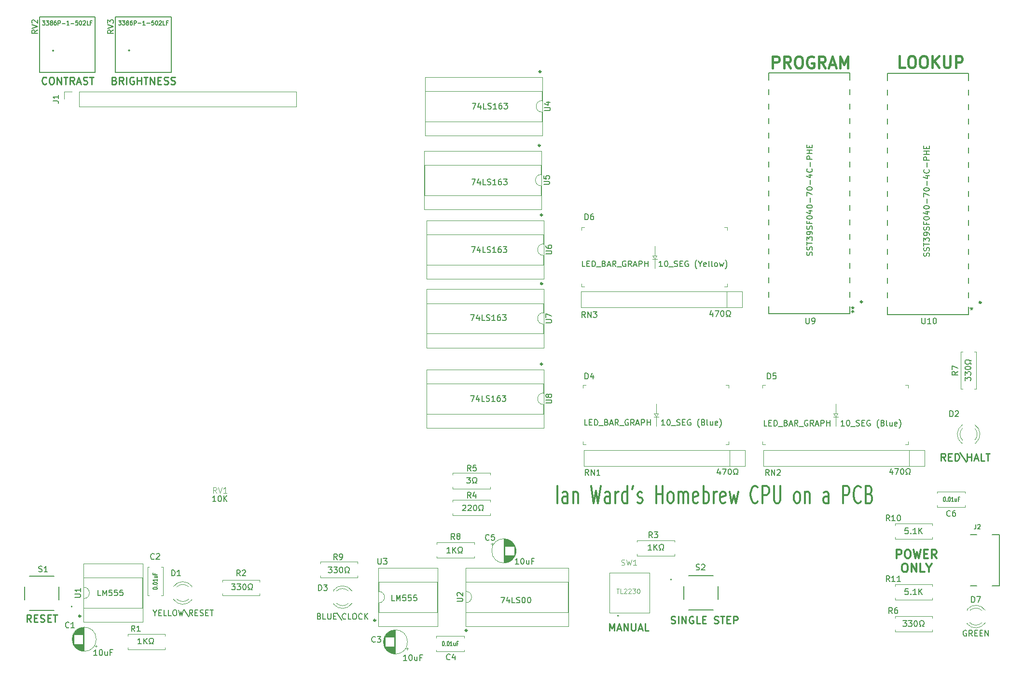
<source format=gto>
%TF.GenerationSoftware,KiCad,Pcbnew,7.0.10*%
%TF.CreationDate,2024-03-21T21:07:08-07:00*%
%TF.ProjectId,cpu,6370752e-6b69-4636-9164-5f7063625858,1.1*%
%TF.SameCoordinates,Original*%
%TF.FileFunction,Legend,Top*%
%TF.FilePolarity,Positive*%
%FSLAX46Y46*%
G04 Gerber Fmt 4.6, Leading zero omitted, Abs format (unit mm)*
G04 Created by KiCad (PCBNEW 7.0.10) date 2024-03-21 21:07:08*
%MOMM*%
%LPD*%
G01*
G04 APERTURE LIST*
%ADD10C,0.300000*%
%ADD11C,0.400000*%
%ADD12C,0.150000*%
%ADD13C,0.125000*%
%ADD14C,0.254000*%
%ADD15C,0.100000*%
%ADD16C,0.120000*%
%ADD17C,0.200000*%
%ADD18C,0.304000*%
%ADD19C,0.152400*%
%ADD20C,0.127000*%
G04 APERTURE END LIST*
D10*
X203291713Y-121845828D02*
X203291713Y-120345828D01*
X203291713Y-120345828D02*
X203863142Y-120345828D01*
X203863142Y-120345828D02*
X204005999Y-120417257D01*
X204005999Y-120417257D02*
X204077428Y-120488685D01*
X204077428Y-120488685D02*
X204148856Y-120631542D01*
X204148856Y-120631542D02*
X204148856Y-120845828D01*
X204148856Y-120845828D02*
X204077428Y-120988685D01*
X204077428Y-120988685D02*
X204005999Y-121060114D01*
X204005999Y-121060114D02*
X203863142Y-121131542D01*
X203863142Y-121131542D02*
X203291713Y-121131542D01*
X205077428Y-120345828D02*
X205363142Y-120345828D01*
X205363142Y-120345828D02*
X205505999Y-120417257D01*
X205505999Y-120417257D02*
X205648856Y-120560114D01*
X205648856Y-120560114D02*
X205720285Y-120845828D01*
X205720285Y-120845828D02*
X205720285Y-121345828D01*
X205720285Y-121345828D02*
X205648856Y-121631542D01*
X205648856Y-121631542D02*
X205505999Y-121774400D01*
X205505999Y-121774400D02*
X205363142Y-121845828D01*
X205363142Y-121845828D02*
X205077428Y-121845828D01*
X205077428Y-121845828D02*
X204934571Y-121774400D01*
X204934571Y-121774400D02*
X204791713Y-121631542D01*
X204791713Y-121631542D02*
X204720285Y-121345828D01*
X204720285Y-121345828D02*
X204720285Y-120845828D01*
X204720285Y-120845828D02*
X204791713Y-120560114D01*
X204791713Y-120560114D02*
X204934571Y-120417257D01*
X204934571Y-120417257D02*
X205077428Y-120345828D01*
X206220285Y-120345828D02*
X206577428Y-121845828D01*
X206577428Y-121845828D02*
X206863142Y-120774400D01*
X206863142Y-120774400D02*
X207148857Y-121845828D01*
X207148857Y-121845828D02*
X207506000Y-120345828D01*
X208077428Y-121060114D02*
X208577428Y-121060114D01*
X208791714Y-121845828D02*
X208077428Y-121845828D01*
X208077428Y-121845828D02*
X208077428Y-120345828D01*
X208077428Y-120345828D02*
X208791714Y-120345828D01*
X210291714Y-121845828D02*
X209791714Y-121131542D01*
X209434571Y-121845828D02*
X209434571Y-120345828D01*
X209434571Y-120345828D02*
X210006000Y-120345828D01*
X210006000Y-120345828D02*
X210148857Y-120417257D01*
X210148857Y-120417257D02*
X210220286Y-120488685D01*
X210220286Y-120488685D02*
X210291714Y-120631542D01*
X210291714Y-120631542D02*
X210291714Y-120845828D01*
X210291714Y-120845828D02*
X210220286Y-120988685D01*
X210220286Y-120988685D02*
X210148857Y-121060114D01*
X210148857Y-121060114D02*
X210006000Y-121131542D01*
X210006000Y-121131542D02*
X209434571Y-121131542D01*
X204577428Y-122760828D02*
X204863142Y-122760828D01*
X204863142Y-122760828D02*
X205005999Y-122832257D01*
X205005999Y-122832257D02*
X205148856Y-122975114D01*
X205148856Y-122975114D02*
X205220285Y-123260828D01*
X205220285Y-123260828D02*
X205220285Y-123760828D01*
X205220285Y-123760828D02*
X205148856Y-124046542D01*
X205148856Y-124046542D02*
X205005999Y-124189400D01*
X205005999Y-124189400D02*
X204863142Y-124260828D01*
X204863142Y-124260828D02*
X204577428Y-124260828D01*
X204577428Y-124260828D02*
X204434571Y-124189400D01*
X204434571Y-124189400D02*
X204291713Y-124046542D01*
X204291713Y-124046542D02*
X204220285Y-123760828D01*
X204220285Y-123760828D02*
X204220285Y-123260828D01*
X204220285Y-123260828D02*
X204291713Y-122975114D01*
X204291713Y-122975114D02*
X204434571Y-122832257D01*
X204434571Y-122832257D02*
X204577428Y-122760828D01*
X205863142Y-124260828D02*
X205863142Y-122760828D01*
X205863142Y-122760828D02*
X206720285Y-124260828D01*
X206720285Y-124260828D02*
X206720285Y-122760828D01*
X208148857Y-124260828D02*
X207434571Y-124260828D01*
X207434571Y-124260828D02*
X207434571Y-122760828D01*
X208934572Y-123546542D02*
X208934572Y-124260828D01*
X208434572Y-122760828D02*
X208934572Y-123546542D01*
X208934572Y-123546542D02*
X209434572Y-122760828D01*
D11*
X181539347Y-35804438D02*
X181539347Y-33804438D01*
X181539347Y-33804438D02*
X182301252Y-33804438D01*
X182301252Y-33804438D02*
X182491728Y-33899676D01*
X182491728Y-33899676D02*
X182586966Y-33994914D01*
X182586966Y-33994914D02*
X182682204Y-34185390D01*
X182682204Y-34185390D02*
X182682204Y-34471104D01*
X182682204Y-34471104D02*
X182586966Y-34661580D01*
X182586966Y-34661580D02*
X182491728Y-34756819D01*
X182491728Y-34756819D02*
X182301252Y-34852057D01*
X182301252Y-34852057D02*
X181539347Y-34852057D01*
X184682204Y-35804438D02*
X184015537Y-34852057D01*
X183539347Y-35804438D02*
X183539347Y-33804438D01*
X183539347Y-33804438D02*
X184301252Y-33804438D01*
X184301252Y-33804438D02*
X184491728Y-33899676D01*
X184491728Y-33899676D02*
X184586966Y-33994914D01*
X184586966Y-33994914D02*
X184682204Y-34185390D01*
X184682204Y-34185390D02*
X184682204Y-34471104D01*
X184682204Y-34471104D02*
X184586966Y-34661580D01*
X184586966Y-34661580D02*
X184491728Y-34756819D01*
X184491728Y-34756819D02*
X184301252Y-34852057D01*
X184301252Y-34852057D02*
X183539347Y-34852057D01*
X185920299Y-33804438D02*
X186301252Y-33804438D01*
X186301252Y-33804438D02*
X186491728Y-33899676D01*
X186491728Y-33899676D02*
X186682204Y-34090152D01*
X186682204Y-34090152D02*
X186777442Y-34471104D01*
X186777442Y-34471104D02*
X186777442Y-35137771D01*
X186777442Y-35137771D02*
X186682204Y-35518723D01*
X186682204Y-35518723D02*
X186491728Y-35709200D01*
X186491728Y-35709200D02*
X186301252Y-35804438D01*
X186301252Y-35804438D02*
X185920299Y-35804438D01*
X185920299Y-35804438D02*
X185729823Y-35709200D01*
X185729823Y-35709200D02*
X185539347Y-35518723D01*
X185539347Y-35518723D02*
X185444109Y-35137771D01*
X185444109Y-35137771D02*
X185444109Y-34471104D01*
X185444109Y-34471104D02*
X185539347Y-34090152D01*
X185539347Y-34090152D02*
X185729823Y-33899676D01*
X185729823Y-33899676D02*
X185920299Y-33804438D01*
X188682204Y-33899676D02*
X188491728Y-33804438D01*
X188491728Y-33804438D02*
X188206014Y-33804438D01*
X188206014Y-33804438D02*
X187920299Y-33899676D01*
X187920299Y-33899676D02*
X187729823Y-34090152D01*
X187729823Y-34090152D02*
X187634585Y-34280628D01*
X187634585Y-34280628D02*
X187539347Y-34661580D01*
X187539347Y-34661580D02*
X187539347Y-34947295D01*
X187539347Y-34947295D02*
X187634585Y-35328247D01*
X187634585Y-35328247D02*
X187729823Y-35518723D01*
X187729823Y-35518723D02*
X187920299Y-35709200D01*
X187920299Y-35709200D02*
X188206014Y-35804438D01*
X188206014Y-35804438D02*
X188396490Y-35804438D01*
X188396490Y-35804438D02*
X188682204Y-35709200D01*
X188682204Y-35709200D02*
X188777442Y-35613961D01*
X188777442Y-35613961D02*
X188777442Y-34947295D01*
X188777442Y-34947295D02*
X188396490Y-34947295D01*
X190777442Y-35804438D02*
X190110775Y-34852057D01*
X189634585Y-35804438D02*
X189634585Y-33804438D01*
X189634585Y-33804438D02*
X190396490Y-33804438D01*
X190396490Y-33804438D02*
X190586966Y-33899676D01*
X190586966Y-33899676D02*
X190682204Y-33994914D01*
X190682204Y-33994914D02*
X190777442Y-34185390D01*
X190777442Y-34185390D02*
X190777442Y-34471104D01*
X190777442Y-34471104D02*
X190682204Y-34661580D01*
X190682204Y-34661580D02*
X190586966Y-34756819D01*
X190586966Y-34756819D02*
X190396490Y-34852057D01*
X190396490Y-34852057D02*
X189634585Y-34852057D01*
X191539347Y-35233009D02*
X192491728Y-35233009D01*
X191348871Y-35804438D02*
X192015537Y-33804438D01*
X192015537Y-33804438D02*
X192682204Y-35804438D01*
X193348871Y-35804438D02*
X193348871Y-33804438D01*
X193348871Y-33804438D02*
X194015538Y-35233009D01*
X194015538Y-35233009D02*
X194682204Y-33804438D01*
X194682204Y-33804438D02*
X194682204Y-35804438D01*
X204691728Y-35734438D02*
X203739347Y-35734438D01*
X203739347Y-35734438D02*
X203739347Y-33734438D01*
X205739347Y-33734438D02*
X206120300Y-33734438D01*
X206120300Y-33734438D02*
X206310776Y-33829676D01*
X206310776Y-33829676D02*
X206501252Y-34020152D01*
X206501252Y-34020152D02*
X206596490Y-34401104D01*
X206596490Y-34401104D02*
X206596490Y-35067771D01*
X206596490Y-35067771D02*
X206501252Y-35448723D01*
X206501252Y-35448723D02*
X206310776Y-35639200D01*
X206310776Y-35639200D02*
X206120300Y-35734438D01*
X206120300Y-35734438D02*
X205739347Y-35734438D01*
X205739347Y-35734438D02*
X205548871Y-35639200D01*
X205548871Y-35639200D02*
X205358395Y-35448723D01*
X205358395Y-35448723D02*
X205263157Y-35067771D01*
X205263157Y-35067771D02*
X205263157Y-34401104D01*
X205263157Y-34401104D02*
X205358395Y-34020152D01*
X205358395Y-34020152D02*
X205548871Y-33829676D01*
X205548871Y-33829676D02*
X205739347Y-33734438D01*
X207834585Y-33734438D02*
X208215538Y-33734438D01*
X208215538Y-33734438D02*
X208406014Y-33829676D01*
X208406014Y-33829676D02*
X208596490Y-34020152D01*
X208596490Y-34020152D02*
X208691728Y-34401104D01*
X208691728Y-34401104D02*
X208691728Y-35067771D01*
X208691728Y-35067771D02*
X208596490Y-35448723D01*
X208596490Y-35448723D02*
X208406014Y-35639200D01*
X208406014Y-35639200D02*
X208215538Y-35734438D01*
X208215538Y-35734438D02*
X207834585Y-35734438D01*
X207834585Y-35734438D02*
X207644109Y-35639200D01*
X207644109Y-35639200D02*
X207453633Y-35448723D01*
X207453633Y-35448723D02*
X207358395Y-35067771D01*
X207358395Y-35067771D02*
X207358395Y-34401104D01*
X207358395Y-34401104D02*
X207453633Y-34020152D01*
X207453633Y-34020152D02*
X207644109Y-33829676D01*
X207644109Y-33829676D02*
X207834585Y-33734438D01*
X209548871Y-35734438D02*
X209548871Y-33734438D01*
X210691728Y-35734438D02*
X209834585Y-34591580D01*
X210691728Y-33734438D02*
X209548871Y-34877295D01*
X211548871Y-33734438D02*
X211548871Y-35353485D01*
X211548871Y-35353485D02*
X211644109Y-35543961D01*
X211644109Y-35543961D02*
X211739347Y-35639200D01*
X211739347Y-35639200D02*
X211929823Y-35734438D01*
X211929823Y-35734438D02*
X212310776Y-35734438D01*
X212310776Y-35734438D02*
X212501252Y-35639200D01*
X212501252Y-35639200D02*
X212596490Y-35543961D01*
X212596490Y-35543961D02*
X212691728Y-35353485D01*
X212691728Y-35353485D02*
X212691728Y-33734438D01*
X213644109Y-35734438D02*
X213644109Y-33734438D01*
X213644109Y-33734438D02*
X214406014Y-33734438D01*
X214406014Y-33734438D02*
X214596490Y-33829676D01*
X214596490Y-33829676D02*
X214691728Y-33924914D01*
X214691728Y-33924914D02*
X214786966Y-34115390D01*
X214786966Y-34115390D02*
X214786966Y-34401104D01*
X214786966Y-34401104D02*
X214691728Y-34591580D01*
X214691728Y-34591580D02*
X214596490Y-34686819D01*
X214596490Y-34686819D02*
X214406014Y-34782057D01*
X214406014Y-34782057D02*
X213644109Y-34782057D01*
D10*
X143743558Y-112157257D02*
X143743558Y-109157257D01*
X145553082Y-112157257D02*
X145553082Y-110585828D01*
X145553082Y-110585828D02*
X145457844Y-110300114D01*
X145457844Y-110300114D02*
X145267368Y-110157257D01*
X145267368Y-110157257D02*
X144886415Y-110157257D01*
X144886415Y-110157257D02*
X144695939Y-110300114D01*
X145553082Y-112014400D02*
X145362606Y-112157257D01*
X145362606Y-112157257D02*
X144886415Y-112157257D01*
X144886415Y-112157257D02*
X144695939Y-112014400D01*
X144695939Y-112014400D02*
X144600701Y-111728685D01*
X144600701Y-111728685D02*
X144600701Y-111442971D01*
X144600701Y-111442971D02*
X144695939Y-111157257D01*
X144695939Y-111157257D02*
X144886415Y-111014400D01*
X144886415Y-111014400D02*
X145362606Y-111014400D01*
X145362606Y-111014400D02*
X145553082Y-110871542D01*
X146505463Y-110157257D02*
X146505463Y-112157257D01*
X146505463Y-110442971D02*
X146600701Y-110300114D01*
X146600701Y-110300114D02*
X146791177Y-110157257D01*
X146791177Y-110157257D02*
X147076892Y-110157257D01*
X147076892Y-110157257D02*
X147267368Y-110300114D01*
X147267368Y-110300114D02*
X147362606Y-110585828D01*
X147362606Y-110585828D02*
X147362606Y-112157257D01*
X149648321Y-109157257D02*
X150124511Y-112157257D01*
X150124511Y-112157257D02*
X150505464Y-110014400D01*
X150505464Y-110014400D02*
X150886416Y-112157257D01*
X150886416Y-112157257D02*
X151362607Y-109157257D01*
X152981654Y-112157257D02*
X152981654Y-110585828D01*
X152981654Y-110585828D02*
X152886416Y-110300114D01*
X152886416Y-110300114D02*
X152695940Y-110157257D01*
X152695940Y-110157257D02*
X152314987Y-110157257D01*
X152314987Y-110157257D02*
X152124511Y-110300114D01*
X152981654Y-112014400D02*
X152791178Y-112157257D01*
X152791178Y-112157257D02*
X152314987Y-112157257D01*
X152314987Y-112157257D02*
X152124511Y-112014400D01*
X152124511Y-112014400D02*
X152029273Y-111728685D01*
X152029273Y-111728685D02*
X152029273Y-111442971D01*
X152029273Y-111442971D02*
X152124511Y-111157257D01*
X152124511Y-111157257D02*
X152314987Y-111014400D01*
X152314987Y-111014400D02*
X152791178Y-111014400D01*
X152791178Y-111014400D02*
X152981654Y-110871542D01*
X153934035Y-112157257D02*
X153934035Y-110157257D01*
X153934035Y-110728685D02*
X154029273Y-110442971D01*
X154029273Y-110442971D02*
X154124511Y-110300114D01*
X154124511Y-110300114D02*
X154314987Y-110157257D01*
X154314987Y-110157257D02*
X154505464Y-110157257D01*
X156029273Y-112157257D02*
X156029273Y-109157257D01*
X156029273Y-112014400D02*
X155838797Y-112157257D01*
X155838797Y-112157257D02*
X155457844Y-112157257D01*
X155457844Y-112157257D02*
X155267368Y-112014400D01*
X155267368Y-112014400D02*
X155172130Y-111871542D01*
X155172130Y-111871542D02*
X155076892Y-111585828D01*
X155076892Y-111585828D02*
X155076892Y-110728685D01*
X155076892Y-110728685D02*
X155172130Y-110442971D01*
X155172130Y-110442971D02*
X155267368Y-110300114D01*
X155267368Y-110300114D02*
X155457844Y-110157257D01*
X155457844Y-110157257D02*
X155838797Y-110157257D01*
X155838797Y-110157257D02*
X156029273Y-110300114D01*
X157076892Y-109157257D02*
X156886416Y-109728685D01*
X157838797Y-112014400D02*
X158029273Y-112157257D01*
X158029273Y-112157257D02*
X158410225Y-112157257D01*
X158410225Y-112157257D02*
X158600702Y-112014400D01*
X158600702Y-112014400D02*
X158695940Y-111728685D01*
X158695940Y-111728685D02*
X158695940Y-111585828D01*
X158695940Y-111585828D02*
X158600702Y-111300114D01*
X158600702Y-111300114D02*
X158410225Y-111157257D01*
X158410225Y-111157257D02*
X158124511Y-111157257D01*
X158124511Y-111157257D02*
X157934035Y-111014400D01*
X157934035Y-111014400D02*
X157838797Y-110728685D01*
X157838797Y-110728685D02*
X157838797Y-110585828D01*
X157838797Y-110585828D02*
X157934035Y-110300114D01*
X157934035Y-110300114D02*
X158124511Y-110157257D01*
X158124511Y-110157257D02*
X158410225Y-110157257D01*
X158410225Y-110157257D02*
X158600702Y-110300114D01*
X161076893Y-112157257D02*
X161076893Y-109157257D01*
X161076893Y-110585828D02*
X162219750Y-110585828D01*
X162219750Y-112157257D02*
X162219750Y-109157257D01*
X163457845Y-112157257D02*
X163267369Y-112014400D01*
X163267369Y-112014400D02*
X163172131Y-111871542D01*
X163172131Y-111871542D02*
X163076893Y-111585828D01*
X163076893Y-111585828D02*
X163076893Y-110728685D01*
X163076893Y-110728685D02*
X163172131Y-110442971D01*
X163172131Y-110442971D02*
X163267369Y-110300114D01*
X163267369Y-110300114D02*
X163457845Y-110157257D01*
X163457845Y-110157257D02*
X163743560Y-110157257D01*
X163743560Y-110157257D02*
X163934036Y-110300114D01*
X163934036Y-110300114D02*
X164029274Y-110442971D01*
X164029274Y-110442971D02*
X164124512Y-110728685D01*
X164124512Y-110728685D02*
X164124512Y-111585828D01*
X164124512Y-111585828D02*
X164029274Y-111871542D01*
X164029274Y-111871542D02*
X163934036Y-112014400D01*
X163934036Y-112014400D02*
X163743560Y-112157257D01*
X163743560Y-112157257D02*
X163457845Y-112157257D01*
X164981655Y-112157257D02*
X164981655Y-110157257D01*
X164981655Y-110442971D02*
X165076893Y-110300114D01*
X165076893Y-110300114D02*
X165267369Y-110157257D01*
X165267369Y-110157257D02*
X165553084Y-110157257D01*
X165553084Y-110157257D02*
X165743560Y-110300114D01*
X165743560Y-110300114D02*
X165838798Y-110585828D01*
X165838798Y-110585828D02*
X165838798Y-112157257D01*
X165838798Y-110585828D02*
X165934036Y-110300114D01*
X165934036Y-110300114D02*
X166124512Y-110157257D01*
X166124512Y-110157257D02*
X166410226Y-110157257D01*
X166410226Y-110157257D02*
X166600703Y-110300114D01*
X166600703Y-110300114D02*
X166695941Y-110585828D01*
X166695941Y-110585828D02*
X166695941Y-112157257D01*
X168410227Y-112014400D02*
X168219751Y-112157257D01*
X168219751Y-112157257D02*
X167838798Y-112157257D01*
X167838798Y-112157257D02*
X167648322Y-112014400D01*
X167648322Y-112014400D02*
X167553084Y-111728685D01*
X167553084Y-111728685D02*
X167553084Y-110585828D01*
X167553084Y-110585828D02*
X167648322Y-110300114D01*
X167648322Y-110300114D02*
X167838798Y-110157257D01*
X167838798Y-110157257D02*
X168219751Y-110157257D01*
X168219751Y-110157257D02*
X168410227Y-110300114D01*
X168410227Y-110300114D02*
X168505465Y-110585828D01*
X168505465Y-110585828D02*
X168505465Y-110871542D01*
X168505465Y-110871542D02*
X167553084Y-111157257D01*
X169362608Y-112157257D02*
X169362608Y-109157257D01*
X169362608Y-110300114D02*
X169553084Y-110157257D01*
X169553084Y-110157257D02*
X169934037Y-110157257D01*
X169934037Y-110157257D02*
X170124513Y-110300114D01*
X170124513Y-110300114D02*
X170219751Y-110442971D01*
X170219751Y-110442971D02*
X170314989Y-110728685D01*
X170314989Y-110728685D02*
X170314989Y-111585828D01*
X170314989Y-111585828D02*
X170219751Y-111871542D01*
X170219751Y-111871542D02*
X170124513Y-112014400D01*
X170124513Y-112014400D02*
X169934037Y-112157257D01*
X169934037Y-112157257D02*
X169553084Y-112157257D01*
X169553084Y-112157257D02*
X169362608Y-112014400D01*
X171172132Y-112157257D02*
X171172132Y-110157257D01*
X171172132Y-110728685D02*
X171267370Y-110442971D01*
X171267370Y-110442971D02*
X171362608Y-110300114D01*
X171362608Y-110300114D02*
X171553084Y-110157257D01*
X171553084Y-110157257D02*
X171743561Y-110157257D01*
X173172132Y-112014400D02*
X172981656Y-112157257D01*
X172981656Y-112157257D02*
X172600703Y-112157257D01*
X172600703Y-112157257D02*
X172410227Y-112014400D01*
X172410227Y-112014400D02*
X172314989Y-111728685D01*
X172314989Y-111728685D02*
X172314989Y-110585828D01*
X172314989Y-110585828D02*
X172410227Y-110300114D01*
X172410227Y-110300114D02*
X172600703Y-110157257D01*
X172600703Y-110157257D02*
X172981656Y-110157257D01*
X172981656Y-110157257D02*
X173172132Y-110300114D01*
X173172132Y-110300114D02*
X173267370Y-110585828D01*
X173267370Y-110585828D02*
X173267370Y-110871542D01*
X173267370Y-110871542D02*
X172314989Y-111157257D01*
X173934037Y-110157257D02*
X174314989Y-112157257D01*
X174314989Y-112157257D02*
X174695942Y-110728685D01*
X174695942Y-110728685D02*
X175076894Y-112157257D01*
X175076894Y-112157257D02*
X175457846Y-110157257D01*
X178886418Y-111871542D02*
X178791180Y-112014400D01*
X178791180Y-112014400D02*
X178505466Y-112157257D01*
X178505466Y-112157257D02*
X178314990Y-112157257D01*
X178314990Y-112157257D02*
X178029275Y-112014400D01*
X178029275Y-112014400D02*
X177838799Y-111728685D01*
X177838799Y-111728685D02*
X177743561Y-111442971D01*
X177743561Y-111442971D02*
X177648323Y-110871542D01*
X177648323Y-110871542D02*
X177648323Y-110442971D01*
X177648323Y-110442971D02*
X177743561Y-109871542D01*
X177743561Y-109871542D02*
X177838799Y-109585828D01*
X177838799Y-109585828D02*
X178029275Y-109300114D01*
X178029275Y-109300114D02*
X178314990Y-109157257D01*
X178314990Y-109157257D02*
X178505466Y-109157257D01*
X178505466Y-109157257D02*
X178791180Y-109300114D01*
X178791180Y-109300114D02*
X178886418Y-109442971D01*
X179743561Y-112157257D02*
X179743561Y-109157257D01*
X179743561Y-109157257D02*
X180505466Y-109157257D01*
X180505466Y-109157257D02*
X180695942Y-109300114D01*
X180695942Y-109300114D02*
X180791180Y-109442971D01*
X180791180Y-109442971D02*
X180886418Y-109728685D01*
X180886418Y-109728685D02*
X180886418Y-110157257D01*
X180886418Y-110157257D02*
X180791180Y-110442971D01*
X180791180Y-110442971D02*
X180695942Y-110585828D01*
X180695942Y-110585828D02*
X180505466Y-110728685D01*
X180505466Y-110728685D02*
X179743561Y-110728685D01*
X181743561Y-109157257D02*
X181743561Y-111585828D01*
X181743561Y-111585828D02*
X181838799Y-111871542D01*
X181838799Y-111871542D02*
X181934037Y-112014400D01*
X181934037Y-112014400D02*
X182124513Y-112157257D01*
X182124513Y-112157257D02*
X182505466Y-112157257D01*
X182505466Y-112157257D02*
X182695942Y-112014400D01*
X182695942Y-112014400D02*
X182791180Y-111871542D01*
X182791180Y-111871542D02*
X182886418Y-111585828D01*
X182886418Y-111585828D02*
X182886418Y-109157257D01*
X185648323Y-112157257D02*
X185457847Y-112014400D01*
X185457847Y-112014400D02*
X185362609Y-111871542D01*
X185362609Y-111871542D02*
X185267371Y-111585828D01*
X185267371Y-111585828D02*
X185267371Y-110728685D01*
X185267371Y-110728685D02*
X185362609Y-110442971D01*
X185362609Y-110442971D02*
X185457847Y-110300114D01*
X185457847Y-110300114D02*
X185648323Y-110157257D01*
X185648323Y-110157257D02*
X185934038Y-110157257D01*
X185934038Y-110157257D02*
X186124514Y-110300114D01*
X186124514Y-110300114D02*
X186219752Y-110442971D01*
X186219752Y-110442971D02*
X186314990Y-110728685D01*
X186314990Y-110728685D02*
X186314990Y-111585828D01*
X186314990Y-111585828D02*
X186219752Y-111871542D01*
X186219752Y-111871542D02*
X186124514Y-112014400D01*
X186124514Y-112014400D02*
X185934038Y-112157257D01*
X185934038Y-112157257D02*
X185648323Y-112157257D01*
X187172133Y-110157257D02*
X187172133Y-112157257D01*
X187172133Y-110442971D02*
X187267371Y-110300114D01*
X187267371Y-110300114D02*
X187457847Y-110157257D01*
X187457847Y-110157257D02*
X187743562Y-110157257D01*
X187743562Y-110157257D02*
X187934038Y-110300114D01*
X187934038Y-110300114D02*
X188029276Y-110585828D01*
X188029276Y-110585828D02*
X188029276Y-112157257D01*
X191362610Y-112157257D02*
X191362610Y-110585828D01*
X191362610Y-110585828D02*
X191267372Y-110300114D01*
X191267372Y-110300114D02*
X191076896Y-110157257D01*
X191076896Y-110157257D02*
X190695943Y-110157257D01*
X190695943Y-110157257D02*
X190505467Y-110300114D01*
X191362610Y-112014400D02*
X191172134Y-112157257D01*
X191172134Y-112157257D02*
X190695943Y-112157257D01*
X190695943Y-112157257D02*
X190505467Y-112014400D01*
X190505467Y-112014400D02*
X190410229Y-111728685D01*
X190410229Y-111728685D02*
X190410229Y-111442971D01*
X190410229Y-111442971D02*
X190505467Y-111157257D01*
X190505467Y-111157257D02*
X190695943Y-111014400D01*
X190695943Y-111014400D02*
X191172134Y-111014400D01*
X191172134Y-111014400D02*
X191362610Y-110871542D01*
X193838801Y-112157257D02*
X193838801Y-109157257D01*
X193838801Y-109157257D02*
X194600706Y-109157257D01*
X194600706Y-109157257D02*
X194791182Y-109300114D01*
X194791182Y-109300114D02*
X194886420Y-109442971D01*
X194886420Y-109442971D02*
X194981658Y-109728685D01*
X194981658Y-109728685D02*
X194981658Y-110157257D01*
X194981658Y-110157257D02*
X194886420Y-110442971D01*
X194886420Y-110442971D02*
X194791182Y-110585828D01*
X194791182Y-110585828D02*
X194600706Y-110728685D01*
X194600706Y-110728685D02*
X193838801Y-110728685D01*
X196981658Y-111871542D02*
X196886420Y-112014400D01*
X196886420Y-112014400D02*
X196600706Y-112157257D01*
X196600706Y-112157257D02*
X196410230Y-112157257D01*
X196410230Y-112157257D02*
X196124515Y-112014400D01*
X196124515Y-112014400D02*
X195934039Y-111728685D01*
X195934039Y-111728685D02*
X195838801Y-111442971D01*
X195838801Y-111442971D02*
X195743563Y-110871542D01*
X195743563Y-110871542D02*
X195743563Y-110442971D01*
X195743563Y-110442971D02*
X195838801Y-109871542D01*
X195838801Y-109871542D02*
X195934039Y-109585828D01*
X195934039Y-109585828D02*
X196124515Y-109300114D01*
X196124515Y-109300114D02*
X196410230Y-109157257D01*
X196410230Y-109157257D02*
X196600706Y-109157257D01*
X196600706Y-109157257D02*
X196886420Y-109300114D01*
X196886420Y-109300114D02*
X196981658Y-109442971D01*
X198505468Y-110585828D02*
X198791182Y-110728685D01*
X198791182Y-110728685D02*
X198886420Y-110871542D01*
X198886420Y-110871542D02*
X198981658Y-111157257D01*
X198981658Y-111157257D02*
X198981658Y-111585828D01*
X198981658Y-111585828D02*
X198886420Y-111871542D01*
X198886420Y-111871542D02*
X198791182Y-112014400D01*
X198791182Y-112014400D02*
X198600706Y-112157257D01*
X198600706Y-112157257D02*
X197838801Y-112157257D01*
X197838801Y-112157257D02*
X197838801Y-109157257D01*
X197838801Y-109157257D02*
X198505468Y-109157257D01*
X198505468Y-109157257D02*
X198695944Y-109300114D01*
X198695944Y-109300114D02*
X198791182Y-109442971D01*
X198791182Y-109442971D02*
X198886420Y-109728685D01*
X198886420Y-109728685D02*
X198886420Y-110014400D01*
X198886420Y-110014400D02*
X198791182Y-110300114D01*
X198791182Y-110300114D02*
X198695944Y-110442971D01*
X198695944Y-110442971D02*
X198505468Y-110585828D01*
X198505468Y-110585828D02*
X197838801Y-110585828D01*
D12*
X212680333Y-114367580D02*
X212632714Y-114415200D01*
X212632714Y-114415200D02*
X212489857Y-114462819D01*
X212489857Y-114462819D02*
X212394619Y-114462819D01*
X212394619Y-114462819D02*
X212251762Y-114415200D01*
X212251762Y-114415200D02*
X212156524Y-114319961D01*
X212156524Y-114319961D02*
X212108905Y-114224723D01*
X212108905Y-114224723D02*
X212061286Y-114034247D01*
X212061286Y-114034247D02*
X212061286Y-113891390D01*
X212061286Y-113891390D02*
X212108905Y-113700914D01*
X212108905Y-113700914D02*
X212156524Y-113605676D01*
X212156524Y-113605676D02*
X212251762Y-113510438D01*
X212251762Y-113510438D02*
X212394619Y-113462819D01*
X212394619Y-113462819D02*
X212489857Y-113462819D01*
X212489857Y-113462819D02*
X212632714Y-113510438D01*
X212632714Y-113510438D02*
X212680333Y-113558057D01*
X213537476Y-113462819D02*
X213347000Y-113462819D01*
X213347000Y-113462819D02*
X213251762Y-113510438D01*
X213251762Y-113510438D02*
X213204143Y-113558057D01*
X213204143Y-113558057D02*
X213108905Y-113700914D01*
X213108905Y-113700914D02*
X213061286Y-113891390D01*
X213061286Y-113891390D02*
X213061286Y-114272342D01*
X213061286Y-114272342D02*
X213108905Y-114367580D01*
X213108905Y-114367580D02*
X213156524Y-114415200D01*
X213156524Y-114415200D02*
X213251762Y-114462819D01*
X213251762Y-114462819D02*
X213442238Y-114462819D01*
X213442238Y-114462819D02*
X213537476Y-114415200D01*
X213537476Y-114415200D02*
X213585095Y-114367580D01*
X213585095Y-114367580D02*
X213632714Y-114272342D01*
X213632714Y-114272342D02*
X213632714Y-114034247D01*
X213632714Y-114034247D02*
X213585095Y-113939009D01*
X213585095Y-113939009D02*
X213537476Y-113891390D01*
X213537476Y-113891390D02*
X213442238Y-113843771D01*
X213442238Y-113843771D02*
X213251762Y-113843771D01*
X213251762Y-113843771D02*
X213156524Y-113891390D01*
X213156524Y-113891390D02*
X213108905Y-113939009D01*
X213108905Y-113939009D02*
X213061286Y-114034247D01*
X211637570Y-111084295D02*
X211694713Y-111084295D01*
X211694713Y-111084295D02*
X211751856Y-111122390D01*
X211751856Y-111122390D02*
X211780428Y-111160485D01*
X211780428Y-111160485D02*
X211808999Y-111236676D01*
X211808999Y-111236676D02*
X211837570Y-111389057D01*
X211837570Y-111389057D02*
X211837570Y-111579533D01*
X211837570Y-111579533D02*
X211808999Y-111731914D01*
X211808999Y-111731914D02*
X211780428Y-111808104D01*
X211780428Y-111808104D02*
X211751856Y-111846200D01*
X211751856Y-111846200D02*
X211694713Y-111884295D01*
X211694713Y-111884295D02*
X211637570Y-111884295D01*
X211637570Y-111884295D02*
X211580428Y-111846200D01*
X211580428Y-111846200D02*
X211551856Y-111808104D01*
X211551856Y-111808104D02*
X211523285Y-111731914D01*
X211523285Y-111731914D02*
X211494713Y-111579533D01*
X211494713Y-111579533D02*
X211494713Y-111389057D01*
X211494713Y-111389057D02*
X211523285Y-111236676D01*
X211523285Y-111236676D02*
X211551856Y-111160485D01*
X211551856Y-111160485D02*
X211580428Y-111122390D01*
X211580428Y-111122390D02*
X211637570Y-111084295D01*
X212094714Y-111808104D02*
X212123285Y-111846200D01*
X212123285Y-111846200D02*
X212094714Y-111884295D01*
X212094714Y-111884295D02*
X212066142Y-111846200D01*
X212066142Y-111846200D02*
X212094714Y-111808104D01*
X212094714Y-111808104D02*
X212094714Y-111884295D01*
X212494713Y-111084295D02*
X212551856Y-111084295D01*
X212551856Y-111084295D02*
X212608999Y-111122390D01*
X212608999Y-111122390D02*
X212637571Y-111160485D01*
X212637571Y-111160485D02*
X212666142Y-111236676D01*
X212666142Y-111236676D02*
X212694713Y-111389057D01*
X212694713Y-111389057D02*
X212694713Y-111579533D01*
X212694713Y-111579533D02*
X212666142Y-111731914D01*
X212666142Y-111731914D02*
X212637571Y-111808104D01*
X212637571Y-111808104D02*
X212608999Y-111846200D01*
X212608999Y-111846200D02*
X212551856Y-111884295D01*
X212551856Y-111884295D02*
X212494713Y-111884295D01*
X212494713Y-111884295D02*
X212437571Y-111846200D01*
X212437571Y-111846200D02*
X212408999Y-111808104D01*
X212408999Y-111808104D02*
X212380428Y-111731914D01*
X212380428Y-111731914D02*
X212351856Y-111579533D01*
X212351856Y-111579533D02*
X212351856Y-111389057D01*
X212351856Y-111389057D02*
X212380428Y-111236676D01*
X212380428Y-111236676D02*
X212408999Y-111160485D01*
X212408999Y-111160485D02*
X212437571Y-111122390D01*
X212437571Y-111122390D02*
X212494713Y-111084295D01*
X213266142Y-111884295D02*
X212923285Y-111884295D01*
X213094714Y-111884295D02*
X213094714Y-111084295D01*
X213094714Y-111084295D02*
X213037571Y-111198580D01*
X213037571Y-111198580D02*
X212980428Y-111274771D01*
X212980428Y-111274771D02*
X212923285Y-111312866D01*
X213780429Y-111350961D02*
X213780429Y-111884295D01*
X213523286Y-111350961D02*
X213523286Y-111770009D01*
X213523286Y-111770009D02*
X213551857Y-111846200D01*
X213551857Y-111846200D02*
X213609000Y-111884295D01*
X213609000Y-111884295D02*
X213694714Y-111884295D01*
X213694714Y-111884295D02*
X213751857Y-111846200D01*
X213751857Y-111846200D02*
X213780429Y-111808104D01*
X214266143Y-111465247D02*
X214066143Y-111465247D01*
X214066143Y-111884295D02*
X214066143Y-111084295D01*
X214066143Y-111084295D02*
X214351857Y-111084295D01*
D13*
X154986667Y-123018500D02*
X155129524Y-123066119D01*
X155129524Y-123066119D02*
X155367619Y-123066119D01*
X155367619Y-123066119D02*
X155462857Y-123018500D01*
X155462857Y-123018500D02*
X155510476Y-122970880D01*
X155510476Y-122970880D02*
X155558095Y-122875642D01*
X155558095Y-122875642D02*
X155558095Y-122780404D01*
X155558095Y-122780404D02*
X155510476Y-122685166D01*
X155510476Y-122685166D02*
X155462857Y-122637547D01*
X155462857Y-122637547D02*
X155367619Y-122589928D01*
X155367619Y-122589928D02*
X155177143Y-122542309D01*
X155177143Y-122542309D02*
X155081905Y-122494690D01*
X155081905Y-122494690D02*
X155034286Y-122447071D01*
X155034286Y-122447071D02*
X154986667Y-122351833D01*
X154986667Y-122351833D02*
X154986667Y-122256595D01*
X154986667Y-122256595D02*
X155034286Y-122161357D01*
X155034286Y-122161357D02*
X155081905Y-122113738D01*
X155081905Y-122113738D02*
X155177143Y-122066119D01*
X155177143Y-122066119D02*
X155415238Y-122066119D01*
X155415238Y-122066119D02*
X155558095Y-122113738D01*
X155891429Y-122066119D02*
X156129524Y-123066119D01*
X156129524Y-123066119D02*
X156320000Y-122351833D01*
X156320000Y-122351833D02*
X156510476Y-123066119D01*
X156510476Y-123066119D02*
X156748572Y-122066119D01*
X157653333Y-123066119D02*
X157081905Y-123066119D01*
X157367619Y-123066119D02*
X157367619Y-122066119D01*
X157367619Y-122066119D02*
X157272381Y-122208976D01*
X157272381Y-122208976D02*
X157177143Y-122304214D01*
X157177143Y-122304214D02*
X157081905Y-122351833D01*
X154133809Y-127198595D02*
X154590952Y-127198595D01*
X154362380Y-127998595D02*
X154362380Y-127198595D01*
X155238571Y-127998595D02*
X154857619Y-127998595D01*
X154857619Y-127998595D02*
X154857619Y-127198595D01*
X155467142Y-127274785D02*
X155505238Y-127236690D01*
X155505238Y-127236690D02*
X155581428Y-127198595D01*
X155581428Y-127198595D02*
X155771904Y-127198595D01*
X155771904Y-127198595D02*
X155848095Y-127236690D01*
X155848095Y-127236690D02*
X155886190Y-127274785D01*
X155886190Y-127274785D02*
X155924285Y-127350976D01*
X155924285Y-127350976D02*
X155924285Y-127427166D01*
X155924285Y-127427166D02*
X155886190Y-127541452D01*
X155886190Y-127541452D02*
X155429047Y-127998595D01*
X155429047Y-127998595D02*
X155924285Y-127998595D01*
X156229047Y-127274785D02*
X156267143Y-127236690D01*
X156267143Y-127236690D02*
X156343333Y-127198595D01*
X156343333Y-127198595D02*
X156533809Y-127198595D01*
X156533809Y-127198595D02*
X156610000Y-127236690D01*
X156610000Y-127236690D02*
X156648095Y-127274785D01*
X156648095Y-127274785D02*
X156686190Y-127350976D01*
X156686190Y-127350976D02*
X156686190Y-127427166D01*
X156686190Y-127427166D02*
X156648095Y-127541452D01*
X156648095Y-127541452D02*
X156190952Y-127998595D01*
X156190952Y-127998595D02*
X156686190Y-127998595D01*
X156952857Y-127198595D02*
X157448095Y-127198595D01*
X157448095Y-127198595D02*
X157181429Y-127503357D01*
X157181429Y-127503357D02*
X157295714Y-127503357D01*
X157295714Y-127503357D02*
X157371905Y-127541452D01*
X157371905Y-127541452D02*
X157410000Y-127579547D01*
X157410000Y-127579547D02*
X157448095Y-127655738D01*
X157448095Y-127655738D02*
X157448095Y-127846214D01*
X157448095Y-127846214D02*
X157410000Y-127922404D01*
X157410000Y-127922404D02*
X157371905Y-127960500D01*
X157371905Y-127960500D02*
X157295714Y-127998595D01*
X157295714Y-127998595D02*
X157067143Y-127998595D01*
X157067143Y-127998595D02*
X156990952Y-127960500D01*
X156990952Y-127960500D02*
X156952857Y-127922404D01*
X157943334Y-127198595D02*
X158019524Y-127198595D01*
X158019524Y-127198595D02*
X158095715Y-127236690D01*
X158095715Y-127236690D02*
X158133810Y-127274785D01*
X158133810Y-127274785D02*
X158171905Y-127350976D01*
X158171905Y-127350976D02*
X158210000Y-127503357D01*
X158210000Y-127503357D02*
X158210000Y-127693833D01*
X158210000Y-127693833D02*
X158171905Y-127846214D01*
X158171905Y-127846214D02*
X158133810Y-127922404D01*
X158133810Y-127922404D02*
X158095715Y-127960500D01*
X158095715Y-127960500D02*
X158019524Y-127998595D01*
X158019524Y-127998595D02*
X157943334Y-127998595D01*
X157943334Y-127998595D02*
X157867143Y-127960500D01*
X157867143Y-127960500D02*
X157829048Y-127922404D01*
X157829048Y-127922404D02*
X157790953Y-127846214D01*
X157790953Y-127846214D02*
X157752857Y-127693833D01*
X157752857Y-127693833D02*
X157752857Y-127503357D01*
X157752857Y-127503357D02*
X157790953Y-127350976D01*
X157790953Y-127350976D02*
X157829048Y-127274785D01*
X157829048Y-127274785D02*
X157867143Y-127236690D01*
X157867143Y-127236690D02*
X157943334Y-127198595D01*
D14*
X152853571Y-134559318D02*
X152853571Y-133289318D01*
X152853571Y-133289318D02*
X153276905Y-134196461D01*
X153276905Y-134196461D02*
X153700238Y-133289318D01*
X153700238Y-133289318D02*
X153700238Y-134559318D01*
X154244524Y-134196461D02*
X154849286Y-134196461D01*
X154123572Y-134559318D02*
X154546905Y-133289318D01*
X154546905Y-133289318D02*
X154970239Y-134559318D01*
X155393571Y-134559318D02*
X155393571Y-133289318D01*
X155393571Y-133289318D02*
X156119286Y-134559318D01*
X156119286Y-134559318D02*
X156119286Y-133289318D01*
X156724047Y-133289318D02*
X156724047Y-134317413D01*
X156724047Y-134317413D02*
X156784524Y-134438365D01*
X156784524Y-134438365D02*
X156845000Y-134498842D01*
X156845000Y-134498842D02*
X156965952Y-134559318D01*
X156965952Y-134559318D02*
X157207857Y-134559318D01*
X157207857Y-134559318D02*
X157328809Y-134498842D01*
X157328809Y-134498842D02*
X157389286Y-134438365D01*
X157389286Y-134438365D02*
X157449762Y-134317413D01*
X157449762Y-134317413D02*
X157449762Y-133289318D01*
X157994047Y-134196461D02*
X158598809Y-134196461D01*
X157873095Y-134559318D02*
X158296428Y-133289318D01*
X158296428Y-133289318D02*
X158719762Y-134559318D01*
X159747856Y-134559318D02*
X159143094Y-134559318D01*
X159143094Y-134559318D02*
X159143094Y-133289318D01*
D12*
X141738819Y-94614904D02*
X142548342Y-94614904D01*
X142548342Y-94614904D02*
X142643580Y-94567285D01*
X142643580Y-94567285D02*
X142691200Y-94519666D01*
X142691200Y-94519666D02*
X142738819Y-94424428D01*
X142738819Y-94424428D02*
X142738819Y-94233952D01*
X142738819Y-94233952D02*
X142691200Y-94138714D01*
X142691200Y-94138714D02*
X142643580Y-94091095D01*
X142643580Y-94091095D02*
X142548342Y-94043476D01*
X142548342Y-94043476D02*
X141738819Y-94043476D01*
X142167390Y-93424428D02*
X142119771Y-93519666D01*
X142119771Y-93519666D02*
X142072152Y-93567285D01*
X142072152Y-93567285D02*
X141976914Y-93614904D01*
X141976914Y-93614904D02*
X141929295Y-93614904D01*
X141929295Y-93614904D02*
X141834057Y-93567285D01*
X141834057Y-93567285D02*
X141786438Y-93519666D01*
X141786438Y-93519666D02*
X141738819Y-93424428D01*
X141738819Y-93424428D02*
X141738819Y-93233952D01*
X141738819Y-93233952D02*
X141786438Y-93138714D01*
X141786438Y-93138714D02*
X141834057Y-93091095D01*
X141834057Y-93091095D02*
X141929295Y-93043476D01*
X141929295Y-93043476D02*
X141976914Y-93043476D01*
X141976914Y-93043476D02*
X142072152Y-93091095D01*
X142072152Y-93091095D02*
X142119771Y-93138714D01*
X142119771Y-93138714D02*
X142167390Y-93233952D01*
X142167390Y-93233952D02*
X142167390Y-93424428D01*
X142167390Y-93424428D02*
X142215009Y-93519666D01*
X142215009Y-93519666D02*
X142262628Y-93567285D01*
X142262628Y-93567285D02*
X142357866Y-93614904D01*
X142357866Y-93614904D02*
X142548342Y-93614904D01*
X142548342Y-93614904D02*
X142643580Y-93567285D01*
X142643580Y-93567285D02*
X142691200Y-93519666D01*
X142691200Y-93519666D02*
X142738819Y-93424428D01*
X142738819Y-93424428D02*
X142738819Y-93233952D01*
X142738819Y-93233952D02*
X142691200Y-93138714D01*
X142691200Y-93138714D02*
X142643580Y-93091095D01*
X142643580Y-93091095D02*
X142548342Y-93043476D01*
X142548342Y-93043476D02*
X142357866Y-93043476D01*
X142357866Y-93043476D02*
X142262628Y-93091095D01*
X142262628Y-93091095D02*
X142215009Y-93138714D01*
X142215009Y-93138714D02*
X142167390Y-93233952D01*
X128500952Y-93294819D02*
X129167618Y-93294819D01*
X129167618Y-93294819D02*
X128739047Y-94294819D01*
X129977142Y-93628152D02*
X129977142Y-94294819D01*
X129739047Y-93247200D02*
X129500952Y-93961485D01*
X129500952Y-93961485D02*
X130119999Y-93961485D01*
X130977142Y-94294819D02*
X130500952Y-94294819D01*
X130500952Y-94294819D02*
X130500952Y-93294819D01*
X131262857Y-94247200D02*
X131405714Y-94294819D01*
X131405714Y-94294819D02*
X131643809Y-94294819D01*
X131643809Y-94294819D02*
X131739047Y-94247200D01*
X131739047Y-94247200D02*
X131786666Y-94199580D01*
X131786666Y-94199580D02*
X131834285Y-94104342D01*
X131834285Y-94104342D02*
X131834285Y-94009104D01*
X131834285Y-94009104D02*
X131786666Y-93913866D01*
X131786666Y-93913866D02*
X131739047Y-93866247D01*
X131739047Y-93866247D02*
X131643809Y-93818628D01*
X131643809Y-93818628D02*
X131453333Y-93771009D01*
X131453333Y-93771009D02*
X131358095Y-93723390D01*
X131358095Y-93723390D02*
X131310476Y-93675771D01*
X131310476Y-93675771D02*
X131262857Y-93580533D01*
X131262857Y-93580533D02*
X131262857Y-93485295D01*
X131262857Y-93485295D02*
X131310476Y-93390057D01*
X131310476Y-93390057D02*
X131358095Y-93342438D01*
X131358095Y-93342438D02*
X131453333Y-93294819D01*
X131453333Y-93294819D02*
X131691428Y-93294819D01*
X131691428Y-93294819D02*
X131834285Y-93342438D01*
X132786666Y-94294819D02*
X132215238Y-94294819D01*
X132500952Y-94294819D02*
X132500952Y-93294819D01*
X132500952Y-93294819D02*
X132405714Y-93437676D01*
X132405714Y-93437676D02*
X132310476Y-93532914D01*
X132310476Y-93532914D02*
X132215238Y-93580533D01*
X133643809Y-93294819D02*
X133453333Y-93294819D01*
X133453333Y-93294819D02*
X133358095Y-93342438D01*
X133358095Y-93342438D02*
X133310476Y-93390057D01*
X133310476Y-93390057D02*
X133215238Y-93532914D01*
X133215238Y-93532914D02*
X133167619Y-93723390D01*
X133167619Y-93723390D02*
X133167619Y-94104342D01*
X133167619Y-94104342D02*
X133215238Y-94199580D01*
X133215238Y-94199580D02*
X133262857Y-94247200D01*
X133262857Y-94247200D02*
X133358095Y-94294819D01*
X133358095Y-94294819D02*
X133548571Y-94294819D01*
X133548571Y-94294819D02*
X133643809Y-94247200D01*
X133643809Y-94247200D02*
X133691428Y-94199580D01*
X133691428Y-94199580D02*
X133739047Y-94104342D01*
X133739047Y-94104342D02*
X133739047Y-93866247D01*
X133739047Y-93866247D02*
X133691428Y-93771009D01*
X133691428Y-93771009D02*
X133643809Y-93723390D01*
X133643809Y-93723390D02*
X133548571Y-93675771D01*
X133548571Y-93675771D02*
X133358095Y-93675771D01*
X133358095Y-93675771D02*
X133262857Y-93723390D01*
X133262857Y-93723390D02*
X133215238Y-93771009D01*
X133215238Y-93771009D02*
X133167619Y-93866247D01*
X134072381Y-93294819D02*
X134691428Y-93294819D01*
X134691428Y-93294819D02*
X134358095Y-93675771D01*
X134358095Y-93675771D02*
X134500952Y-93675771D01*
X134500952Y-93675771D02*
X134596190Y-93723390D01*
X134596190Y-93723390D02*
X134643809Y-93771009D01*
X134643809Y-93771009D02*
X134691428Y-93866247D01*
X134691428Y-93866247D02*
X134691428Y-94104342D01*
X134691428Y-94104342D02*
X134643809Y-94199580D01*
X134643809Y-94199580D02*
X134596190Y-94247200D01*
X134596190Y-94247200D02*
X134500952Y-94294819D01*
X134500952Y-94294819D02*
X134215238Y-94294819D01*
X134215238Y-94294819D02*
X134120000Y-94247200D01*
X134120000Y-94247200D02*
X134072381Y-94199580D01*
X128563333Y-106504819D02*
X128230000Y-106028628D01*
X127991905Y-106504819D02*
X127991905Y-105504819D01*
X127991905Y-105504819D02*
X128372857Y-105504819D01*
X128372857Y-105504819D02*
X128468095Y-105552438D01*
X128468095Y-105552438D02*
X128515714Y-105600057D01*
X128515714Y-105600057D02*
X128563333Y-105695295D01*
X128563333Y-105695295D02*
X128563333Y-105838152D01*
X128563333Y-105838152D02*
X128515714Y-105933390D01*
X128515714Y-105933390D02*
X128468095Y-105981009D01*
X128468095Y-105981009D02*
X128372857Y-106028628D01*
X128372857Y-106028628D02*
X127991905Y-106028628D01*
X129468095Y-105504819D02*
X128991905Y-105504819D01*
X128991905Y-105504819D02*
X128944286Y-105981009D01*
X128944286Y-105981009D02*
X128991905Y-105933390D01*
X128991905Y-105933390D02*
X129087143Y-105885771D01*
X129087143Y-105885771D02*
X129325238Y-105885771D01*
X129325238Y-105885771D02*
X129420476Y-105933390D01*
X129420476Y-105933390D02*
X129468095Y-105981009D01*
X129468095Y-105981009D02*
X129515714Y-106076247D01*
X129515714Y-106076247D02*
X129515714Y-106314342D01*
X129515714Y-106314342D02*
X129468095Y-106409580D01*
X129468095Y-106409580D02*
X129420476Y-106457200D01*
X129420476Y-106457200D02*
X129325238Y-106504819D01*
X129325238Y-106504819D02*
X129087143Y-106504819D01*
X129087143Y-106504819D02*
X128991905Y-106457200D01*
X128991905Y-106457200D02*
X128944286Y-106409580D01*
X127855238Y-107674819D02*
X128474285Y-107674819D01*
X128474285Y-107674819D02*
X128140952Y-108055771D01*
X128140952Y-108055771D02*
X128283809Y-108055771D01*
X128283809Y-108055771D02*
X128379047Y-108103390D01*
X128379047Y-108103390D02*
X128426666Y-108151009D01*
X128426666Y-108151009D02*
X128474285Y-108246247D01*
X128474285Y-108246247D02*
X128474285Y-108484342D01*
X128474285Y-108484342D02*
X128426666Y-108579580D01*
X128426666Y-108579580D02*
X128379047Y-108627200D01*
X128379047Y-108627200D02*
X128283809Y-108674819D01*
X128283809Y-108674819D02*
X127998095Y-108674819D01*
X127998095Y-108674819D02*
X127902857Y-108627200D01*
X127902857Y-108627200D02*
X127855238Y-108579580D01*
X128855238Y-108674819D02*
X129093333Y-108674819D01*
X129093333Y-108674819D02*
X129093333Y-108484342D01*
X129093333Y-108484342D02*
X128998095Y-108436723D01*
X128998095Y-108436723D02*
X128902857Y-108341485D01*
X128902857Y-108341485D02*
X128855238Y-108198628D01*
X128855238Y-108198628D02*
X128855238Y-107960533D01*
X128855238Y-107960533D02*
X128902857Y-107817676D01*
X128902857Y-107817676D02*
X128998095Y-107722438D01*
X128998095Y-107722438D02*
X129140952Y-107674819D01*
X129140952Y-107674819D02*
X129331428Y-107674819D01*
X129331428Y-107674819D02*
X129474285Y-107722438D01*
X129474285Y-107722438D02*
X129569523Y-107817676D01*
X129569523Y-107817676D02*
X129617142Y-107960533D01*
X129617142Y-107960533D02*
X129617142Y-108198628D01*
X129617142Y-108198628D02*
X129569523Y-108341485D01*
X129569523Y-108341485D02*
X129474285Y-108436723D01*
X129474285Y-108436723D02*
X129379047Y-108484342D01*
X129379047Y-108484342D02*
X129379047Y-108674819D01*
X129379047Y-108674819D02*
X129617142Y-108674819D01*
X141738819Y-68452904D02*
X142548342Y-68452904D01*
X142548342Y-68452904D02*
X142643580Y-68405285D01*
X142643580Y-68405285D02*
X142691200Y-68357666D01*
X142691200Y-68357666D02*
X142738819Y-68262428D01*
X142738819Y-68262428D02*
X142738819Y-68071952D01*
X142738819Y-68071952D02*
X142691200Y-67976714D01*
X142691200Y-67976714D02*
X142643580Y-67929095D01*
X142643580Y-67929095D02*
X142548342Y-67881476D01*
X142548342Y-67881476D02*
X141738819Y-67881476D01*
X141738819Y-66976714D02*
X141738819Y-67167190D01*
X141738819Y-67167190D02*
X141786438Y-67262428D01*
X141786438Y-67262428D02*
X141834057Y-67310047D01*
X141834057Y-67310047D02*
X141976914Y-67405285D01*
X141976914Y-67405285D02*
X142167390Y-67452904D01*
X142167390Y-67452904D02*
X142548342Y-67452904D01*
X142548342Y-67452904D02*
X142643580Y-67405285D01*
X142643580Y-67405285D02*
X142691200Y-67357666D01*
X142691200Y-67357666D02*
X142738819Y-67262428D01*
X142738819Y-67262428D02*
X142738819Y-67071952D01*
X142738819Y-67071952D02*
X142691200Y-66976714D01*
X142691200Y-66976714D02*
X142643580Y-66929095D01*
X142643580Y-66929095D02*
X142548342Y-66881476D01*
X142548342Y-66881476D02*
X142310247Y-66881476D01*
X142310247Y-66881476D02*
X142215009Y-66929095D01*
X142215009Y-66929095D02*
X142167390Y-66976714D01*
X142167390Y-66976714D02*
X142119771Y-67071952D01*
X142119771Y-67071952D02*
X142119771Y-67262428D01*
X142119771Y-67262428D02*
X142167390Y-67357666D01*
X142167390Y-67357666D02*
X142215009Y-67405285D01*
X142215009Y-67405285D02*
X142310247Y-67452904D01*
X128670952Y-67194819D02*
X129337618Y-67194819D01*
X129337618Y-67194819D02*
X128909047Y-68194819D01*
X130147142Y-67528152D02*
X130147142Y-68194819D01*
X129909047Y-67147200D02*
X129670952Y-67861485D01*
X129670952Y-67861485D02*
X130289999Y-67861485D01*
X131147142Y-68194819D02*
X130670952Y-68194819D01*
X130670952Y-68194819D02*
X130670952Y-67194819D01*
X131432857Y-68147200D02*
X131575714Y-68194819D01*
X131575714Y-68194819D02*
X131813809Y-68194819D01*
X131813809Y-68194819D02*
X131909047Y-68147200D01*
X131909047Y-68147200D02*
X131956666Y-68099580D01*
X131956666Y-68099580D02*
X132004285Y-68004342D01*
X132004285Y-68004342D02*
X132004285Y-67909104D01*
X132004285Y-67909104D02*
X131956666Y-67813866D01*
X131956666Y-67813866D02*
X131909047Y-67766247D01*
X131909047Y-67766247D02*
X131813809Y-67718628D01*
X131813809Y-67718628D02*
X131623333Y-67671009D01*
X131623333Y-67671009D02*
X131528095Y-67623390D01*
X131528095Y-67623390D02*
X131480476Y-67575771D01*
X131480476Y-67575771D02*
X131432857Y-67480533D01*
X131432857Y-67480533D02*
X131432857Y-67385295D01*
X131432857Y-67385295D02*
X131480476Y-67290057D01*
X131480476Y-67290057D02*
X131528095Y-67242438D01*
X131528095Y-67242438D02*
X131623333Y-67194819D01*
X131623333Y-67194819D02*
X131861428Y-67194819D01*
X131861428Y-67194819D02*
X132004285Y-67242438D01*
X132956666Y-68194819D02*
X132385238Y-68194819D01*
X132670952Y-68194819D02*
X132670952Y-67194819D01*
X132670952Y-67194819D02*
X132575714Y-67337676D01*
X132575714Y-67337676D02*
X132480476Y-67432914D01*
X132480476Y-67432914D02*
X132385238Y-67480533D01*
X133813809Y-67194819D02*
X133623333Y-67194819D01*
X133623333Y-67194819D02*
X133528095Y-67242438D01*
X133528095Y-67242438D02*
X133480476Y-67290057D01*
X133480476Y-67290057D02*
X133385238Y-67432914D01*
X133385238Y-67432914D02*
X133337619Y-67623390D01*
X133337619Y-67623390D02*
X133337619Y-68004342D01*
X133337619Y-68004342D02*
X133385238Y-68099580D01*
X133385238Y-68099580D02*
X133432857Y-68147200D01*
X133432857Y-68147200D02*
X133528095Y-68194819D01*
X133528095Y-68194819D02*
X133718571Y-68194819D01*
X133718571Y-68194819D02*
X133813809Y-68147200D01*
X133813809Y-68147200D02*
X133861428Y-68099580D01*
X133861428Y-68099580D02*
X133909047Y-68004342D01*
X133909047Y-68004342D02*
X133909047Y-67766247D01*
X133909047Y-67766247D02*
X133861428Y-67671009D01*
X133861428Y-67671009D02*
X133813809Y-67623390D01*
X133813809Y-67623390D02*
X133718571Y-67575771D01*
X133718571Y-67575771D02*
X133528095Y-67575771D01*
X133528095Y-67575771D02*
X133432857Y-67623390D01*
X133432857Y-67623390D02*
X133385238Y-67671009D01*
X133385238Y-67671009D02*
X133337619Y-67766247D01*
X134242381Y-67194819D02*
X134861428Y-67194819D01*
X134861428Y-67194819D02*
X134528095Y-67575771D01*
X134528095Y-67575771D02*
X134670952Y-67575771D01*
X134670952Y-67575771D02*
X134766190Y-67623390D01*
X134766190Y-67623390D02*
X134813809Y-67671009D01*
X134813809Y-67671009D02*
X134861428Y-67766247D01*
X134861428Y-67766247D02*
X134861428Y-68004342D01*
X134861428Y-68004342D02*
X134813809Y-68099580D01*
X134813809Y-68099580D02*
X134766190Y-68147200D01*
X134766190Y-68147200D02*
X134670952Y-68194819D01*
X134670952Y-68194819D02*
X134385238Y-68194819D01*
X134385238Y-68194819D02*
X134290000Y-68147200D01*
X134290000Y-68147200D02*
X134242381Y-68099580D01*
X202049142Y-125930819D02*
X201715809Y-125454628D01*
X201477714Y-125930819D02*
X201477714Y-124930819D01*
X201477714Y-124930819D02*
X201858666Y-124930819D01*
X201858666Y-124930819D02*
X201953904Y-124978438D01*
X201953904Y-124978438D02*
X202001523Y-125026057D01*
X202001523Y-125026057D02*
X202049142Y-125121295D01*
X202049142Y-125121295D02*
X202049142Y-125264152D01*
X202049142Y-125264152D02*
X202001523Y-125359390D01*
X202001523Y-125359390D02*
X201953904Y-125407009D01*
X201953904Y-125407009D02*
X201858666Y-125454628D01*
X201858666Y-125454628D02*
X201477714Y-125454628D01*
X203001523Y-125930819D02*
X202430095Y-125930819D01*
X202715809Y-125930819D02*
X202715809Y-124930819D01*
X202715809Y-124930819D02*
X202620571Y-125073676D01*
X202620571Y-125073676D02*
X202525333Y-125168914D01*
X202525333Y-125168914D02*
X202430095Y-125216533D01*
X203953904Y-125930819D02*
X203382476Y-125930819D01*
X203668190Y-125930819D02*
X203668190Y-124930819D01*
X203668190Y-124930819D02*
X203572952Y-125073676D01*
X203572952Y-125073676D02*
X203477714Y-125168914D01*
X203477714Y-125168914D02*
X203382476Y-125216533D01*
X205266809Y-127204819D02*
X204790619Y-127204819D01*
X204790619Y-127204819D02*
X204743000Y-127681009D01*
X204743000Y-127681009D02*
X204790619Y-127633390D01*
X204790619Y-127633390D02*
X204885857Y-127585771D01*
X204885857Y-127585771D02*
X205123952Y-127585771D01*
X205123952Y-127585771D02*
X205219190Y-127633390D01*
X205219190Y-127633390D02*
X205266809Y-127681009D01*
X205266809Y-127681009D02*
X205314428Y-127776247D01*
X205314428Y-127776247D02*
X205314428Y-128014342D01*
X205314428Y-128014342D02*
X205266809Y-128109580D01*
X205266809Y-128109580D02*
X205219190Y-128157200D01*
X205219190Y-128157200D02*
X205123952Y-128204819D01*
X205123952Y-128204819D02*
X204885857Y-128204819D01*
X204885857Y-128204819D02*
X204790619Y-128157200D01*
X204790619Y-128157200D02*
X204743000Y-128109580D01*
X205743000Y-128109580D02*
X205790619Y-128157200D01*
X205790619Y-128157200D02*
X205743000Y-128204819D01*
X205743000Y-128204819D02*
X205695381Y-128157200D01*
X205695381Y-128157200D02*
X205743000Y-128109580D01*
X205743000Y-128109580D02*
X205743000Y-128204819D01*
X206742999Y-128204819D02*
X206171571Y-128204819D01*
X206457285Y-128204819D02*
X206457285Y-127204819D01*
X206457285Y-127204819D02*
X206362047Y-127347676D01*
X206362047Y-127347676D02*
X206266809Y-127442914D01*
X206266809Y-127442914D02*
X206171571Y-127490533D01*
X207171571Y-128204819D02*
X207171571Y-127204819D01*
X207742999Y-128204819D02*
X207314428Y-127633390D01*
X207742999Y-127204819D02*
X207171571Y-127776247D01*
X160403333Y-118224819D02*
X160070000Y-117748628D01*
X159831905Y-118224819D02*
X159831905Y-117224819D01*
X159831905Y-117224819D02*
X160212857Y-117224819D01*
X160212857Y-117224819D02*
X160308095Y-117272438D01*
X160308095Y-117272438D02*
X160355714Y-117320057D01*
X160355714Y-117320057D02*
X160403333Y-117415295D01*
X160403333Y-117415295D02*
X160403333Y-117558152D01*
X160403333Y-117558152D02*
X160355714Y-117653390D01*
X160355714Y-117653390D02*
X160308095Y-117701009D01*
X160308095Y-117701009D02*
X160212857Y-117748628D01*
X160212857Y-117748628D02*
X159831905Y-117748628D01*
X160736667Y-117224819D02*
X161355714Y-117224819D01*
X161355714Y-117224819D02*
X161022381Y-117605771D01*
X161022381Y-117605771D02*
X161165238Y-117605771D01*
X161165238Y-117605771D02*
X161260476Y-117653390D01*
X161260476Y-117653390D02*
X161308095Y-117701009D01*
X161308095Y-117701009D02*
X161355714Y-117796247D01*
X161355714Y-117796247D02*
X161355714Y-118034342D01*
X161355714Y-118034342D02*
X161308095Y-118129580D01*
X161308095Y-118129580D02*
X161260476Y-118177200D01*
X161260476Y-118177200D02*
X161165238Y-118224819D01*
X161165238Y-118224819D02*
X160879524Y-118224819D01*
X160879524Y-118224819D02*
X160784286Y-118177200D01*
X160784286Y-118177200D02*
X160736667Y-118129580D01*
X160264285Y-120394819D02*
X159692857Y-120394819D01*
X159978571Y-120394819D02*
X159978571Y-119394819D01*
X159978571Y-119394819D02*
X159883333Y-119537676D01*
X159883333Y-119537676D02*
X159788095Y-119632914D01*
X159788095Y-119632914D02*
X159692857Y-119680533D01*
X160692857Y-120394819D02*
X160692857Y-119394819D01*
X161264285Y-120394819D02*
X160835714Y-119823390D01*
X161264285Y-119394819D02*
X160692857Y-119966247D01*
X161645238Y-120394819D02*
X161883333Y-120394819D01*
X161883333Y-120394819D02*
X161883333Y-120204342D01*
X161883333Y-120204342D02*
X161788095Y-120156723D01*
X161788095Y-120156723D02*
X161692857Y-120061485D01*
X161692857Y-120061485D02*
X161645238Y-119918628D01*
X161645238Y-119918628D02*
X161645238Y-119680533D01*
X161645238Y-119680533D02*
X161692857Y-119537676D01*
X161692857Y-119537676D02*
X161788095Y-119442438D01*
X161788095Y-119442438D02*
X161930952Y-119394819D01*
X161930952Y-119394819D02*
X162121428Y-119394819D01*
X162121428Y-119394819D02*
X162264285Y-119442438D01*
X162264285Y-119442438D02*
X162359523Y-119537676D01*
X162359523Y-119537676D02*
X162407142Y-119680533D01*
X162407142Y-119680533D02*
X162407142Y-119918628D01*
X162407142Y-119918628D02*
X162359523Y-120061485D01*
X162359523Y-120061485D02*
X162264285Y-120156723D01*
X162264285Y-120156723D02*
X162169047Y-120204342D01*
X162169047Y-120204342D02*
X162169047Y-120394819D01*
X162169047Y-120394819D02*
X162407142Y-120394819D01*
X52524819Y-29170238D02*
X52048628Y-29503571D01*
X52524819Y-29741666D02*
X51524819Y-29741666D01*
X51524819Y-29741666D02*
X51524819Y-29360714D01*
X51524819Y-29360714D02*
X51572438Y-29265476D01*
X51572438Y-29265476D02*
X51620057Y-29217857D01*
X51620057Y-29217857D02*
X51715295Y-29170238D01*
X51715295Y-29170238D02*
X51858152Y-29170238D01*
X51858152Y-29170238D02*
X51953390Y-29217857D01*
X51953390Y-29217857D02*
X52001009Y-29265476D01*
X52001009Y-29265476D02*
X52048628Y-29360714D01*
X52048628Y-29360714D02*
X52048628Y-29741666D01*
X51524819Y-28884523D02*
X52524819Y-28551190D01*
X52524819Y-28551190D02*
X51524819Y-28217857D01*
X51620057Y-27932142D02*
X51572438Y-27884523D01*
X51572438Y-27884523D02*
X51524819Y-27789285D01*
X51524819Y-27789285D02*
X51524819Y-27551190D01*
X51524819Y-27551190D02*
X51572438Y-27455952D01*
X51572438Y-27455952D02*
X51620057Y-27408333D01*
X51620057Y-27408333D02*
X51715295Y-27360714D01*
X51715295Y-27360714D02*
X51810533Y-27360714D01*
X51810533Y-27360714D02*
X51953390Y-27408333D01*
X51953390Y-27408333D02*
X52524819Y-27979761D01*
X52524819Y-27979761D02*
X52524819Y-27360714D01*
X53418332Y-27502295D02*
X53851665Y-27502295D01*
X53851665Y-27502295D02*
X53618332Y-27807057D01*
X53618332Y-27807057D02*
X53718332Y-27807057D01*
X53718332Y-27807057D02*
X53784998Y-27845152D01*
X53784998Y-27845152D02*
X53818332Y-27883247D01*
X53818332Y-27883247D02*
X53851665Y-27959438D01*
X53851665Y-27959438D02*
X53851665Y-28149914D01*
X53851665Y-28149914D02*
X53818332Y-28226104D01*
X53818332Y-28226104D02*
X53784998Y-28264200D01*
X53784998Y-28264200D02*
X53718332Y-28302295D01*
X53718332Y-28302295D02*
X53518332Y-28302295D01*
X53518332Y-28302295D02*
X53451665Y-28264200D01*
X53451665Y-28264200D02*
X53418332Y-28226104D01*
X54084999Y-27502295D02*
X54518332Y-27502295D01*
X54518332Y-27502295D02*
X54284999Y-27807057D01*
X54284999Y-27807057D02*
X54384999Y-27807057D01*
X54384999Y-27807057D02*
X54451665Y-27845152D01*
X54451665Y-27845152D02*
X54484999Y-27883247D01*
X54484999Y-27883247D02*
X54518332Y-27959438D01*
X54518332Y-27959438D02*
X54518332Y-28149914D01*
X54518332Y-28149914D02*
X54484999Y-28226104D01*
X54484999Y-28226104D02*
X54451665Y-28264200D01*
X54451665Y-28264200D02*
X54384999Y-28302295D01*
X54384999Y-28302295D02*
X54184999Y-28302295D01*
X54184999Y-28302295D02*
X54118332Y-28264200D01*
X54118332Y-28264200D02*
X54084999Y-28226104D01*
X54918332Y-27845152D02*
X54851666Y-27807057D01*
X54851666Y-27807057D02*
X54818332Y-27768961D01*
X54818332Y-27768961D02*
X54784999Y-27692771D01*
X54784999Y-27692771D02*
X54784999Y-27654676D01*
X54784999Y-27654676D02*
X54818332Y-27578485D01*
X54818332Y-27578485D02*
X54851666Y-27540390D01*
X54851666Y-27540390D02*
X54918332Y-27502295D01*
X54918332Y-27502295D02*
X55051666Y-27502295D01*
X55051666Y-27502295D02*
X55118332Y-27540390D01*
X55118332Y-27540390D02*
X55151666Y-27578485D01*
X55151666Y-27578485D02*
X55184999Y-27654676D01*
X55184999Y-27654676D02*
X55184999Y-27692771D01*
X55184999Y-27692771D02*
X55151666Y-27768961D01*
X55151666Y-27768961D02*
X55118332Y-27807057D01*
X55118332Y-27807057D02*
X55051666Y-27845152D01*
X55051666Y-27845152D02*
X54918332Y-27845152D01*
X54918332Y-27845152D02*
X54851666Y-27883247D01*
X54851666Y-27883247D02*
X54818332Y-27921342D01*
X54818332Y-27921342D02*
X54784999Y-27997533D01*
X54784999Y-27997533D02*
X54784999Y-28149914D01*
X54784999Y-28149914D02*
X54818332Y-28226104D01*
X54818332Y-28226104D02*
X54851666Y-28264200D01*
X54851666Y-28264200D02*
X54918332Y-28302295D01*
X54918332Y-28302295D02*
X55051666Y-28302295D01*
X55051666Y-28302295D02*
X55118332Y-28264200D01*
X55118332Y-28264200D02*
X55151666Y-28226104D01*
X55151666Y-28226104D02*
X55184999Y-28149914D01*
X55184999Y-28149914D02*
X55184999Y-27997533D01*
X55184999Y-27997533D02*
X55151666Y-27921342D01*
X55151666Y-27921342D02*
X55118332Y-27883247D01*
X55118332Y-27883247D02*
X55051666Y-27845152D01*
X55784999Y-27502295D02*
X55651666Y-27502295D01*
X55651666Y-27502295D02*
X55584999Y-27540390D01*
X55584999Y-27540390D02*
X55551666Y-27578485D01*
X55551666Y-27578485D02*
X55484999Y-27692771D01*
X55484999Y-27692771D02*
X55451666Y-27845152D01*
X55451666Y-27845152D02*
X55451666Y-28149914D01*
X55451666Y-28149914D02*
X55484999Y-28226104D01*
X55484999Y-28226104D02*
X55518333Y-28264200D01*
X55518333Y-28264200D02*
X55584999Y-28302295D01*
X55584999Y-28302295D02*
X55718333Y-28302295D01*
X55718333Y-28302295D02*
X55784999Y-28264200D01*
X55784999Y-28264200D02*
X55818333Y-28226104D01*
X55818333Y-28226104D02*
X55851666Y-28149914D01*
X55851666Y-28149914D02*
X55851666Y-27959438D01*
X55851666Y-27959438D02*
X55818333Y-27883247D01*
X55818333Y-27883247D02*
X55784999Y-27845152D01*
X55784999Y-27845152D02*
X55718333Y-27807057D01*
X55718333Y-27807057D02*
X55584999Y-27807057D01*
X55584999Y-27807057D02*
X55518333Y-27845152D01*
X55518333Y-27845152D02*
X55484999Y-27883247D01*
X55484999Y-27883247D02*
X55451666Y-27959438D01*
X56151666Y-28302295D02*
X56151666Y-27502295D01*
X56151666Y-27502295D02*
X56418333Y-27502295D01*
X56418333Y-27502295D02*
X56485000Y-27540390D01*
X56485000Y-27540390D02*
X56518333Y-27578485D01*
X56518333Y-27578485D02*
X56551666Y-27654676D01*
X56551666Y-27654676D02*
X56551666Y-27768961D01*
X56551666Y-27768961D02*
X56518333Y-27845152D01*
X56518333Y-27845152D02*
X56485000Y-27883247D01*
X56485000Y-27883247D02*
X56418333Y-27921342D01*
X56418333Y-27921342D02*
X56151666Y-27921342D01*
X56851666Y-27997533D02*
X57385000Y-27997533D01*
X58085000Y-28302295D02*
X57685000Y-28302295D01*
X57885000Y-28302295D02*
X57885000Y-27502295D01*
X57885000Y-27502295D02*
X57818333Y-27616580D01*
X57818333Y-27616580D02*
X57751667Y-27692771D01*
X57751667Y-27692771D02*
X57685000Y-27730866D01*
X58385000Y-27997533D02*
X58918334Y-27997533D01*
X59585001Y-27502295D02*
X59251667Y-27502295D01*
X59251667Y-27502295D02*
X59218334Y-27883247D01*
X59218334Y-27883247D02*
X59251667Y-27845152D01*
X59251667Y-27845152D02*
X59318334Y-27807057D01*
X59318334Y-27807057D02*
X59485001Y-27807057D01*
X59485001Y-27807057D02*
X59551667Y-27845152D01*
X59551667Y-27845152D02*
X59585001Y-27883247D01*
X59585001Y-27883247D02*
X59618334Y-27959438D01*
X59618334Y-27959438D02*
X59618334Y-28149914D01*
X59618334Y-28149914D02*
X59585001Y-28226104D01*
X59585001Y-28226104D02*
X59551667Y-28264200D01*
X59551667Y-28264200D02*
X59485001Y-28302295D01*
X59485001Y-28302295D02*
X59318334Y-28302295D01*
X59318334Y-28302295D02*
X59251667Y-28264200D01*
X59251667Y-28264200D02*
X59218334Y-28226104D01*
X60051668Y-27502295D02*
X60118334Y-27502295D01*
X60118334Y-27502295D02*
X60185001Y-27540390D01*
X60185001Y-27540390D02*
X60218334Y-27578485D01*
X60218334Y-27578485D02*
X60251668Y-27654676D01*
X60251668Y-27654676D02*
X60285001Y-27807057D01*
X60285001Y-27807057D02*
X60285001Y-27997533D01*
X60285001Y-27997533D02*
X60251668Y-28149914D01*
X60251668Y-28149914D02*
X60218334Y-28226104D01*
X60218334Y-28226104D02*
X60185001Y-28264200D01*
X60185001Y-28264200D02*
X60118334Y-28302295D01*
X60118334Y-28302295D02*
X60051668Y-28302295D01*
X60051668Y-28302295D02*
X59985001Y-28264200D01*
X59985001Y-28264200D02*
X59951668Y-28226104D01*
X59951668Y-28226104D02*
X59918334Y-28149914D01*
X59918334Y-28149914D02*
X59885001Y-27997533D01*
X59885001Y-27997533D02*
X59885001Y-27807057D01*
X59885001Y-27807057D02*
X59918334Y-27654676D01*
X59918334Y-27654676D02*
X59951668Y-27578485D01*
X59951668Y-27578485D02*
X59985001Y-27540390D01*
X59985001Y-27540390D02*
X60051668Y-27502295D01*
X60551668Y-27578485D02*
X60585001Y-27540390D01*
X60585001Y-27540390D02*
X60651668Y-27502295D01*
X60651668Y-27502295D02*
X60818335Y-27502295D01*
X60818335Y-27502295D02*
X60885001Y-27540390D01*
X60885001Y-27540390D02*
X60918335Y-27578485D01*
X60918335Y-27578485D02*
X60951668Y-27654676D01*
X60951668Y-27654676D02*
X60951668Y-27730866D01*
X60951668Y-27730866D02*
X60918335Y-27845152D01*
X60918335Y-27845152D02*
X60518335Y-28302295D01*
X60518335Y-28302295D02*
X60951668Y-28302295D01*
X61585002Y-28302295D02*
X61251668Y-28302295D01*
X61251668Y-28302295D02*
X61251668Y-27502295D01*
X62051669Y-27883247D02*
X61818335Y-27883247D01*
X61818335Y-28302295D02*
X61818335Y-27502295D01*
X61818335Y-27502295D02*
X62151669Y-27502295D01*
D14*
X54095953Y-38553365D02*
X54035477Y-38613842D01*
X54035477Y-38613842D02*
X53854048Y-38674318D01*
X53854048Y-38674318D02*
X53733096Y-38674318D01*
X53733096Y-38674318D02*
X53551667Y-38613842D01*
X53551667Y-38613842D02*
X53430715Y-38492889D01*
X53430715Y-38492889D02*
X53370238Y-38371937D01*
X53370238Y-38371937D02*
X53309762Y-38130032D01*
X53309762Y-38130032D02*
X53309762Y-37948603D01*
X53309762Y-37948603D02*
X53370238Y-37706699D01*
X53370238Y-37706699D02*
X53430715Y-37585746D01*
X53430715Y-37585746D02*
X53551667Y-37464794D01*
X53551667Y-37464794D02*
X53733096Y-37404318D01*
X53733096Y-37404318D02*
X53854048Y-37404318D01*
X53854048Y-37404318D02*
X54035477Y-37464794D01*
X54035477Y-37464794D02*
X54095953Y-37525270D01*
X54882143Y-37404318D02*
X55124048Y-37404318D01*
X55124048Y-37404318D02*
X55245000Y-37464794D01*
X55245000Y-37464794D02*
X55365953Y-37585746D01*
X55365953Y-37585746D02*
X55426429Y-37827651D01*
X55426429Y-37827651D02*
X55426429Y-38250984D01*
X55426429Y-38250984D02*
X55365953Y-38492889D01*
X55365953Y-38492889D02*
X55245000Y-38613842D01*
X55245000Y-38613842D02*
X55124048Y-38674318D01*
X55124048Y-38674318D02*
X54882143Y-38674318D01*
X54882143Y-38674318D02*
X54761191Y-38613842D01*
X54761191Y-38613842D02*
X54640238Y-38492889D01*
X54640238Y-38492889D02*
X54579762Y-38250984D01*
X54579762Y-38250984D02*
X54579762Y-37827651D01*
X54579762Y-37827651D02*
X54640238Y-37585746D01*
X54640238Y-37585746D02*
X54761191Y-37464794D01*
X54761191Y-37464794D02*
X54882143Y-37404318D01*
X55970714Y-38674318D02*
X55970714Y-37404318D01*
X55970714Y-37404318D02*
X56696429Y-38674318D01*
X56696429Y-38674318D02*
X56696429Y-37404318D01*
X57119762Y-37404318D02*
X57845476Y-37404318D01*
X57482619Y-38674318D02*
X57482619Y-37404318D01*
X58994524Y-38674318D02*
X58571190Y-38069556D01*
X58268809Y-38674318D02*
X58268809Y-37404318D01*
X58268809Y-37404318D02*
X58752619Y-37404318D01*
X58752619Y-37404318D02*
X58873571Y-37464794D01*
X58873571Y-37464794D02*
X58934048Y-37525270D01*
X58934048Y-37525270D02*
X58994524Y-37646222D01*
X58994524Y-37646222D02*
X58994524Y-37827651D01*
X58994524Y-37827651D02*
X58934048Y-37948603D01*
X58934048Y-37948603D02*
X58873571Y-38009080D01*
X58873571Y-38009080D02*
X58752619Y-38069556D01*
X58752619Y-38069556D02*
X58268809Y-38069556D01*
X59478333Y-38311461D02*
X60083095Y-38311461D01*
X59357381Y-38674318D02*
X59780714Y-37404318D01*
X59780714Y-37404318D02*
X60204048Y-38674318D01*
X60566904Y-38613842D02*
X60748333Y-38674318D01*
X60748333Y-38674318D02*
X61050714Y-38674318D01*
X61050714Y-38674318D02*
X61171666Y-38613842D01*
X61171666Y-38613842D02*
X61232142Y-38553365D01*
X61232142Y-38553365D02*
X61292619Y-38432413D01*
X61292619Y-38432413D02*
X61292619Y-38311461D01*
X61292619Y-38311461D02*
X61232142Y-38190508D01*
X61232142Y-38190508D02*
X61171666Y-38130032D01*
X61171666Y-38130032D02*
X61050714Y-38069556D01*
X61050714Y-38069556D02*
X60808809Y-38009080D01*
X60808809Y-38009080D02*
X60687857Y-37948603D01*
X60687857Y-37948603D02*
X60627380Y-37888127D01*
X60627380Y-37888127D02*
X60566904Y-37767175D01*
X60566904Y-37767175D02*
X60566904Y-37646222D01*
X60566904Y-37646222D02*
X60627380Y-37525270D01*
X60627380Y-37525270D02*
X60687857Y-37464794D01*
X60687857Y-37464794D02*
X60808809Y-37404318D01*
X60808809Y-37404318D02*
X61111190Y-37404318D01*
X61111190Y-37404318D02*
X61292619Y-37464794D01*
X61655476Y-37404318D02*
X62381190Y-37404318D01*
X62018333Y-38674318D02*
X62018333Y-37404318D01*
D12*
X125723333Y-118514819D02*
X125390000Y-118038628D01*
X125151905Y-118514819D02*
X125151905Y-117514819D01*
X125151905Y-117514819D02*
X125532857Y-117514819D01*
X125532857Y-117514819D02*
X125628095Y-117562438D01*
X125628095Y-117562438D02*
X125675714Y-117610057D01*
X125675714Y-117610057D02*
X125723333Y-117705295D01*
X125723333Y-117705295D02*
X125723333Y-117848152D01*
X125723333Y-117848152D02*
X125675714Y-117943390D01*
X125675714Y-117943390D02*
X125628095Y-117991009D01*
X125628095Y-117991009D02*
X125532857Y-118038628D01*
X125532857Y-118038628D02*
X125151905Y-118038628D01*
X126294762Y-117943390D02*
X126199524Y-117895771D01*
X126199524Y-117895771D02*
X126151905Y-117848152D01*
X126151905Y-117848152D02*
X126104286Y-117752914D01*
X126104286Y-117752914D02*
X126104286Y-117705295D01*
X126104286Y-117705295D02*
X126151905Y-117610057D01*
X126151905Y-117610057D02*
X126199524Y-117562438D01*
X126199524Y-117562438D02*
X126294762Y-117514819D01*
X126294762Y-117514819D02*
X126485238Y-117514819D01*
X126485238Y-117514819D02*
X126580476Y-117562438D01*
X126580476Y-117562438D02*
X126628095Y-117610057D01*
X126628095Y-117610057D02*
X126675714Y-117705295D01*
X126675714Y-117705295D02*
X126675714Y-117752914D01*
X126675714Y-117752914D02*
X126628095Y-117848152D01*
X126628095Y-117848152D02*
X126580476Y-117895771D01*
X126580476Y-117895771D02*
X126485238Y-117943390D01*
X126485238Y-117943390D02*
X126294762Y-117943390D01*
X126294762Y-117943390D02*
X126199524Y-117991009D01*
X126199524Y-117991009D02*
X126151905Y-118038628D01*
X126151905Y-118038628D02*
X126104286Y-118133866D01*
X126104286Y-118133866D02*
X126104286Y-118324342D01*
X126104286Y-118324342D02*
X126151905Y-118419580D01*
X126151905Y-118419580D02*
X126199524Y-118467200D01*
X126199524Y-118467200D02*
X126294762Y-118514819D01*
X126294762Y-118514819D02*
X126485238Y-118514819D01*
X126485238Y-118514819D02*
X126580476Y-118467200D01*
X126580476Y-118467200D02*
X126628095Y-118419580D01*
X126628095Y-118419580D02*
X126675714Y-118324342D01*
X126675714Y-118324342D02*
X126675714Y-118133866D01*
X126675714Y-118133866D02*
X126628095Y-118038628D01*
X126628095Y-118038628D02*
X126580476Y-117991009D01*
X126580476Y-117991009D02*
X126485238Y-117943390D01*
X124944285Y-120894819D02*
X124372857Y-120894819D01*
X124658571Y-120894819D02*
X124658571Y-119894819D01*
X124658571Y-119894819D02*
X124563333Y-120037676D01*
X124563333Y-120037676D02*
X124468095Y-120132914D01*
X124468095Y-120132914D02*
X124372857Y-120180533D01*
X125372857Y-120894819D02*
X125372857Y-119894819D01*
X125944285Y-120894819D02*
X125515714Y-120323390D01*
X125944285Y-119894819D02*
X125372857Y-120466247D01*
X126325238Y-120894819D02*
X126563333Y-120894819D01*
X126563333Y-120894819D02*
X126563333Y-120704342D01*
X126563333Y-120704342D02*
X126468095Y-120656723D01*
X126468095Y-120656723D02*
X126372857Y-120561485D01*
X126372857Y-120561485D02*
X126325238Y-120418628D01*
X126325238Y-120418628D02*
X126325238Y-120180533D01*
X126325238Y-120180533D02*
X126372857Y-120037676D01*
X126372857Y-120037676D02*
X126468095Y-119942438D01*
X126468095Y-119942438D02*
X126610952Y-119894819D01*
X126610952Y-119894819D02*
X126801428Y-119894819D01*
X126801428Y-119894819D02*
X126944285Y-119942438D01*
X126944285Y-119942438D02*
X127039523Y-120037676D01*
X127039523Y-120037676D02*
X127087142Y-120180533D01*
X127087142Y-120180533D02*
X127087142Y-120418628D01*
X127087142Y-120418628D02*
X127039523Y-120561485D01*
X127039523Y-120561485D02*
X126944285Y-120656723D01*
X126944285Y-120656723D02*
X126849047Y-120704342D01*
X126849047Y-120704342D02*
X126849047Y-120894819D01*
X126849047Y-120894819D02*
X127087142Y-120894819D01*
X207711905Y-79684819D02*
X207711905Y-80494342D01*
X207711905Y-80494342D02*
X207759524Y-80589580D01*
X207759524Y-80589580D02*
X207807143Y-80637200D01*
X207807143Y-80637200D02*
X207902381Y-80684819D01*
X207902381Y-80684819D02*
X208092857Y-80684819D01*
X208092857Y-80684819D02*
X208188095Y-80637200D01*
X208188095Y-80637200D02*
X208235714Y-80589580D01*
X208235714Y-80589580D02*
X208283333Y-80494342D01*
X208283333Y-80494342D02*
X208283333Y-79684819D01*
X209283333Y-80684819D02*
X208711905Y-80684819D01*
X208997619Y-80684819D02*
X208997619Y-79684819D01*
X208997619Y-79684819D02*
X208902381Y-79827676D01*
X208902381Y-79827676D02*
X208807143Y-79922914D01*
X208807143Y-79922914D02*
X208711905Y-79970533D01*
X209902381Y-79684819D02*
X209997619Y-79684819D01*
X209997619Y-79684819D02*
X210092857Y-79732438D01*
X210092857Y-79732438D02*
X210140476Y-79780057D01*
X210140476Y-79780057D02*
X210188095Y-79875295D01*
X210188095Y-79875295D02*
X210235714Y-80065771D01*
X210235714Y-80065771D02*
X210235714Y-80303866D01*
X210235714Y-80303866D02*
X210188095Y-80494342D01*
X210188095Y-80494342D02*
X210140476Y-80589580D01*
X210140476Y-80589580D02*
X210092857Y-80637200D01*
X210092857Y-80637200D02*
X209997619Y-80684819D01*
X209997619Y-80684819D02*
X209902381Y-80684819D01*
X209902381Y-80684819D02*
X209807143Y-80637200D01*
X209807143Y-80637200D02*
X209759524Y-80589580D01*
X209759524Y-80589580D02*
X209711905Y-80494342D01*
X209711905Y-80494342D02*
X209664286Y-80303866D01*
X209664286Y-80303866D02*
X209664286Y-80065771D01*
X209664286Y-80065771D02*
X209711905Y-79875295D01*
X209711905Y-79875295D02*
X209759524Y-79780057D01*
X209759524Y-79780057D02*
X209807143Y-79732438D01*
X209807143Y-79732438D02*
X209902381Y-79684819D01*
X208957200Y-68840475D02*
X209004819Y-68697618D01*
X209004819Y-68697618D02*
X209004819Y-68459523D01*
X209004819Y-68459523D02*
X208957200Y-68364285D01*
X208957200Y-68364285D02*
X208909580Y-68316666D01*
X208909580Y-68316666D02*
X208814342Y-68269047D01*
X208814342Y-68269047D02*
X208719104Y-68269047D01*
X208719104Y-68269047D02*
X208623866Y-68316666D01*
X208623866Y-68316666D02*
X208576247Y-68364285D01*
X208576247Y-68364285D02*
X208528628Y-68459523D01*
X208528628Y-68459523D02*
X208481009Y-68649999D01*
X208481009Y-68649999D02*
X208433390Y-68745237D01*
X208433390Y-68745237D02*
X208385771Y-68792856D01*
X208385771Y-68792856D02*
X208290533Y-68840475D01*
X208290533Y-68840475D02*
X208195295Y-68840475D01*
X208195295Y-68840475D02*
X208100057Y-68792856D01*
X208100057Y-68792856D02*
X208052438Y-68745237D01*
X208052438Y-68745237D02*
X208004819Y-68649999D01*
X208004819Y-68649999D02*
X208004819Y-68411904D01*
X208004819Y-68411904D02*
X208052438Y-68269047D01*
X208957200Y-67888094D02*
X209004819Y-67745237D01*
X209004819Y-67745237D02*
X209004819Y-67507142D01*
X209004819Y-67507142D02*
X208957200Y-67411904D01*
X208957200Y-67411904D02*
X208909580Y-67364285D01*
X208909580Y-67364285D02*
X208814342Y-67316666D01*
X208814342Y-67316666D02*
X208719104Y-67316666D01*
X208719104Y-67316666D02*
X208623866Y-67364285D01*
X208623866Y-67364285D02*
X208576247Y-67411904D01*
X208576247Y-67411904D02*
X208528628Y-67507142D01*
X208528628Y-67507142D02*
X208481009Y-67697618D01*
X208481009Y-67697618D02*
X208433390Y-67792856D01*
X208433390Y-67792856D02*
X208385771Y-67840475D01*
X208385771Y-67840475D02*
X208290533Y-67888094D01*
X208290533Y-67888094D02*
X208195295Y-67888094D01*
X208195295Y-67888094D02*
X208100057Y-67840475D01*
X208100057Y-67840475D02*
X208052438Y-67792856D01*
X208052438Y-67792856D02*
X208004819Y-67697618D01*
X208004819Y-67697618D02*
X208004819Y-67459523D01*
X208004819Y-67459523D02*
X208052438Y-67316666D01*
X208004819Y-67030951D02*
X208004819Y-66459523D01*
X209004819Y-66745237D02*
X208004819Y-66745237D01*
X208004819Y-66221427D02*
X208004819Y-65602380D01*
X208004819Y-65602380D02*
X208385771Y-65935713D01*
X208385771Y-65935713D02*
X208385771Y-65792856D01*
X208385771Y-65792856D02*
X208433390Y-65697618D01*
X208433390Y-65697618D02*
X208481009Y-65649999D01*
X208481009Y-65649999D02*
X208576247Y-65602380D01*
X208576247Y-65602380D02*
X208814342Y-65602380D01*
X208814342Y-65602380D02*
X208909580Y-65649999D01*
X208909580Y-65649999D02*
X208957200Y-65697618D01*
X208957200Y-65697618D02*
X209004819Y-65792856D01*
X209004819Y-65792856D02*
X209004819Y-66078570D01*
X209004819Y-66078570D02*
X208957200Y-66173808D01*
X208957200Y-66173808D02*
X208909580Y-66221427D01*
X209004819Y-65126189D02*
X209004819Y-64935713D01*
X209004819Y-64935713D02*
X208957200Y-64840475D01*
X208957200Y-64840475D02*
X208909580Y-64792856D01*
X208909580Y-64792856D02*
X208766723Y-64697618D01*
X208766723Y-64697618D02*
X208576247Y-64649999D01*
X208576247Y-64649999D02*
X208195295Y-64649999D01*
X208195295Y-64649999D02*
X208100057Y-64697618D01*
X208100057Y-64697618D02*
X208052438Y-64745237D01*
X208052438Y-64745237D02*
X208004819Y-64840475D01*
X208004819Y-64840475D02*
X208004819Y-65030951D01*
X208004819Y-65030951D02*
X208052438Y-65126189D01*
X208052438Y-65126189D02*
X208100057Y-65173808D01*
X208100057Y-65173808D02*
X208195295Y-65221427D01*
X208195295Y-65221427D02*
X208433390Y-65221427D01*
X208433390Y-65221427D02*
X208528628Y-65173808D01*
X208528628Y-65173808D02*
X208576247Y-65126189D01*
X208576247Y-65126189D02*
X208623866Y-65030951D01*
X208623866Y-65030951D02*
X208623866Y-64840475D01*
X208623866Y-64840475D02*
X208576247Y-64745237D01*
X208576247Y-64745237D02*
X208528628Y-64697618D01*
X208528628Y-64697618D02*
X208433390Y-64649999D01*
X208957200Y-64269046D02*
X209004819Y-64126189D01*
X209004819Y-64126189D02*
X209004819Y-63888094D01*
X209004819Y-63888094D02*
X208957200Y-63792856D01*
X208957200Y-63792856D02*
X208909580Y-63745237D01*
X208909580Y-63745237D02*
X208814342Y-63697618D01*
X208814342Y-63697618D02*
X208719104Y-63697618D01*
X208719104Y-63697618D02*
X208623866Y-63745237D01*
X208623866Y-63745237D02*
X208576247Y-63792856D01*
X208576247Y-63792856D02*
X208528628Y-63888094D01*
X208528628Y-63888094D02*
X208481009Y-64078570D01*
X208481009Y-64078570D02*
X208433390Y-64173808D01*
X208433390Y-64173808D02*
X208385771Y-64221427D01*
X208385771Y-64221427D02*
X208290533Y-64269046D01*
X208290533Y-64269046D02*
X208195295Y-64269046D01*
X208195295Y-64269046D02*
X208100057Y-64221427D01*
X208100057Y-64221427D02*
X208052438Y-64173808D01*
X208052438Y-64173808D02*
X208004819Y-64078570D01*
X208004819Y-64078570D02*
X208004819Y-63840475D01*
X208004819Y-63840475D02*
X208052438Y-63697618D01*
X208481009Y-62935713D02*
X208481009Y-63269046D01*
X209004819Y-63269046D02*
X208004819Y-63269046D01*
X208004819Y-63269046D02*
X208004819Y-62792856D01*
X208004819Y-62221427D02*
X208004819Y-62126189D01*
X208004819Y-62126189D02*
X208052438Y-62030951D01*
X208052438Y-62030951D02*
X208100057Y-61983332D01*
X208100057Y-61983332D02*
X208195295Y-61935713D01*
X208195295Y-61935713D02*
X208385771Y-61888094D01*
X208385771Y-61888094D02*
X208623866Y-61888094D01*
X208623866Y-61888094D02*
X208814342Y-61935713D01*
X208814342Y-61935713D02*
X208909580Y-61983332D01*
X208909580Y-61983332D02*
X208957200Y-62030951D01*
X208957200Y-62030951D02*
X209004819Y-62126189D01*
X209004819Y-62126189D02*
X209004819Y-62221427D01*
X209004819Y-62221427D02*
X208957200Y-62316665D01*
X208957200Y-62316665D02*
X208909580Y-62364284D01*
X208909580Y-62364284D02*
X208814342Y-62411903D01*
X208814342Y-62411903D02*
X208623866Y-62459522D01*
X208623866Y-62459522D02*
X208385771Y-62459522D01*
X208385771Y-62459522D02*
X208195295Y-62411903D01*
X208195295Y-62411903D02*
X208100057Y-62364284D01*
X208100057Y-62364284D02*
X208052438Y-62316665D01*
X208052438Y-62316665D02*
X208004819Y-62221427D01*
X208338152Y-61030951D02*
X209004819Y-61030951D01*
X207957200Y-61269046D02*
X208671485Y-61507141D01*
X208671485Y-61507141D02*
X208671485Y-60888094D01*
X208004819Y-60316665D02*
X208004819Y-60221427D01*
X208004819Y-60221427D02*
X208052438Y-60126189D01*
X208052438Y-60126189D02*
X208100057Y-60078570D01*
X208100057Y-60078570D02*
X208195295Y-60030951D01*
X208195295Y-60030951D02*
X208385771Y-59983332D01*
X208385771Y-59983332D02*
X208623866Y-59983332D01*
X208623866Y-59983332D02*
X208814342Y-60030951D01*
X208814342Y-60030951D02*
X208909580Y-60078570D01*
X208909580Y-60078570D02*
X208957200Y-60126189D01*
X208957200Y-60126189D02*
X209004819Y-60221427D01*
X209004819Y-60221427D02*
X209004819Y-60316665D01*
X209004819Y-60316665D02*
X208957200Y-60411903D01*
X208957200Y-60411903D02*
X208909580Y-60459522D01*
X208909580Y-60459522D02*
X208814342Y-60507141D01*
X208814342Y-60507141D02*
X208623866Y-60554760D01*
X208623866Y-60554760D02*
X208385771Y-60554760D01*
X208385771Y-60554760D02*
X208195295Y-60507141D01*
X208195295Y-60507141D02*
X208100057Y-60459522D01*
X208100057Y-60459522D02*
X208052438Y-60411903D01*
X208052438Y-60411903D02*
X208004819Y-60316665D01*
X208623866Y-59554760D02*
X208623866Y-58792856D01*
X208004819Y-58411903D02*
X208004819Y-57745237D01*
X208004819Y-57745237D02*
X209004819Y-58173808D01*
X208004819Y-57173808D02*
X208004819Y-57078570D01*
X208004819Y-57078570D02*
X208052438Y-56983332D01*
X208052438Y-56983332D02*
X208100057Y-56935713D01*
X208100057Y-56935713D02*
X208195295Y-56888094D01*
X208195295Y-56888094D02*
X208385771Y-56840475D01*
X208385771Y-56840475D02*
X208623866Y-56840475D01*
X208623866Y-56840475D02*
X208814342Y-56888094D01*
X208814342Y-56888094D02*
X208909580Y-56935713D01*
X208909580Y-56935713D02*
X208957200Y-56983332D01*
X208957200Y-56983332D02*
X209004819Y-57078570D01*
X209004819Y-57078570D02*
X209004819Y-57173808D01*
X209004819Y-57173808D02*
X208957200Y-57269046D01*
X208957200Y-57269046D02*
X208909580Y-57316665D01*
X208909580Y-57316665D02*
X208814342Y-57364284D01*
X208814342Y-57364284D02*
X208623866Y-57411903D01*
X208623866Y-57411903D02*
X208385771Y-57411903D01*
X208385771Y-57411903D02*
X208195295Y-57364284D01*
X208195295Y-57364284D02*
X208100057Y-57316665D01*
X208100057Y-57316665D02*
X208052438Y-57269046D01*
X208052438Y-57269046D02*
X208004819Y-57173808D01*
X208623866Y-56411903D02*
X208623866Y-55649999D01*
X208338152Y-54745237D02*
X209004819Y-54745237D01*
X207957200Y-54983332D02*
X208671485Y-55221427D01*
X208671485Y-55221427D02*
X208671485Y-54602380D01*
X208909580Y-53649999D02*
X208957200Y-53697618D01*
X208957200Y-53697618D02*
X209004819Y-53840475D01*
X209004819Y-53840475D02*
X209004819Y-53935713D01*
X209004819Y-53935713D02*
X208957200Y-54078570D01*
X208957200Y-54078570D02*
X208861961Y-54173808D01*
X208861961Y-54173808D02*
X208766723Y-54221427D01*
X208766723Y-54221427D02*
X208576247Y-54269046D01*
X208576247Y-54269046D02*
X208433390Y-54269046D01*
X208433390Y-54269046D02*
X208242914Y-54221427D01*
X208242914Y-54221427D02*
X208147676Y-54173808D01*
X208147676Y-54173808D02*
X208052438Y-54078570D01*
X208052438Y-54078570D02*
X208004819Y-53935713D01*
X208004819Y-53935713D02*
X208004819Y-53840475D01*
X208004819Y-53840475D02*
X208052438Y-53697618D01*
X208052438Y-53697618D02*
X208100057Y-53649999D01*
X208623866Y-53221427D02*
X208623866Y-52459523D01*
X209004819Y-51983332D02*
X208004819Y-51983332D01*
X208004819Y-51983332D02*
X208004819Y-51602380D01*
X208004819Y-51602380D02*
X208052438Y-51507142D01*
X208052438Y-51507142D02*
X208100057Y-51459523D01*
X208100057Y-51459523D02*
X208195295Y-51411904D01*
X208195295Y-51411904D02*
X208338152Y-51411904D01*
X208338152Y-51411904D02*
X208433390Y-51459523D01*
X208433390Y-51459523D02*
X208481009Y-51507142D01*
X208481009Y-51507142D02*
X208528628Y-51602380D01*
X208528628Y-51602380D02*
X208528628Y-51983332D01*
X209004819Y-50983332D02*
X208004819Y-50983332D01*
X208481009Y-50983332D02*
X208481009Y-50411904D01*
X209004819Y-50411904D02*
X208004819Y-50411904D01*
X208481009Y-49935713D02*
X208481009Y-49602380D01*
X209004819Y-49459523D02*
X209004819Y-49935713D01*
X209004819Y-49935713D02*
X208004819Y-49935713D01*
X208004819Y-49935713D02*
X208004819Y-49459523D01*
X216408000Y-77801119D02*
X216408000Y-78039214D01*
X216169905Y-77943976D02*
X216408000Y-78039214D01*
X216408000Y-78039214D02*
X216646095Y-77943976D01*
X216265143Y-78229690D02*
X216408000Y-78039214D01*
X216408000Y-78039214D02*
X216550857Y-78229690D01*
X217161532Y-115894295D02*
X217161532Y-116465723D01*
X217161532Y-116465723D02*
X217124037Y-116580009D01*
X217124037Y-116580009D02*
X217049046Y-116656200D01*
X217049046Y-116656200D02*
X216936560Y-116694295D01*
X216936560Y-116694295D02*
X216861570Y-116694295D01*
X217498990Y-115970485D02*
X217536485Y-115932390D01*
X217536485Y-115932390D02*
X217611476Y-115894295D01*
X217611476Y-115894295D02*
X217798953Y-115894295D01*
X217798953Y-115894295D02*
X217873943Y-115932390D01*
X217873943Y-115932390D02*
X217911439Y-115970485D01*
X217911439Y-115970485D02*
X217948934Y-116046676D01*
X217948934Y-116046676D02*
X217948934Y-116122866D01*
X217948934Y-116122866D02*
X217911439Y-116237152D01*
X217911439Y-116237152D02*
X217461495Y-116694295D01*
X217461495Y-116694295D02*
X217948934Y-116694295D01*
X88098333Y-124914819D02*
X87765000Y-124438628D01*
X87526905Y-124914819D02*
X87526905Y-123914819D01*
X87526905Y-123914819D02*
X87907857Y-123914819D01*
X87907857Y-123914819D02*
X88003095Y-123962438D01*
X88003095Y-123962438D02*
X88050714Y-124010057D01*
X88050714Y-124010057D02*
X88098333Y-124105295D01*
X88098333Y-124105295D02*
X88098333Y-124248152D01*
X88098333Y-124248152D02*
X88050714Y-124343390D01*
X88050714Y-124343390D02*
X88003095Y-124391009D01*
X88003095Y-124391009D02*
X87907857Y-124438628D01*
X87907857Y-124438628D02*
X87526905Y-124438628D01*
X88479286Y-124010057D02*
X88526905Y-123962438D01*
X88526905Y-123962438D02*
X88622143Y-123914819D01*
X88622143Y-123914819D02*
X88860238Y-123914819D01*
X88860238Y-123914819D02*
X88955476Y-123962438D01*
X88955476Y-123962438D02*
X89003095Y-124010057D01*
X89003095Y-124010057D02*
X89050714Y-124105295D01*
X89050714Y-124105295D02*
X89050714Y-124200533D01*
X89050714Y-124200533D02*
X89003095Y-124343390D01*
X89003095Y-124343390D02*
X88431667Y-124914819D01*
X88431667Y-124914819D02*
X89050714Y-124914819D01*
X86597857Y-126364819D02*
X87216904Y-126364819D01*
X87216904Y-126364819D02*
X86883571Y-126745771D01*
X86883571Y-126745771D02*
X87026428Y-126745771D01*
X87026428Y-126745771D02*
X87121666Y-126793390D01*
X87121666Y-126793390D02*
X87169285Y-126841009D01*
X87169285Y-126841009D02*
X87216904Y-126936247D01*
X87216904Y-126936247D02*
X87216904Y-127174342D01*
X87216904Y-127174342D02*
X87169285Y-127269580D01*
X87169285Y-127269580D02*
X87121666Y-127317200D01*
X87121666Y-127317200D02*
X87026428Y-127364819D01*
X87026428Y-127364819D02*
X86740714Y-127364819D01*
X86740714Y-127364819D02*
X86645476Y-127317200D01*
X86645476Y-127317200D02*
X86597857Y-127269580D01*
X87550238Y-126364819D02*
X88169285Y-126364819D01*
X88169285Y-126364819D02*
X87835952Y-126745771D01*
X87835952Y-126745771D02*
X87978809Y-126745771D01*
X87978809Y-126745771D02*
X88074047Y-126793390D01*
X88074047Y-126793390D02*
X88121666Y-126841009D01*
X88121666Y-126841009D02*
X88169285Y-126936247D01*
X88169285Y-126936247D02*
X88169285Y-127174342D01*
X88169285Y-127174342D02*
X88121666Y-127269580D01*
X88121666Y-127269580D02*
X88074047Y-127317200D01*
X88074047Y-127317200D02*
X87978809Y-127364819D01*
X87978809Y-127364819D02*
X87693095Y-127364819D01*
X87693095Y-127364819D02*
X87597857Y-127317200D01*
X87597857Y-127317200D02*
X87550238Y-127269580D01*
X88788333Y-126364819D02*
X88883571Y-126364819D01*
X88883571Y-126364819D02*
X88978809Y-126412438D01*
X88978809Y-126412438D02*
X89026428Y-126460057D01*
X89026428Y-126460057D02*
X89074047Y-126555295D01*
X89074047Y-126555295D02*
X89121666Y-126745771D01*
X89121666Y-126745771D02*
X89121666Y-126983866D01*
X89121666Y-126983866D02*
X89074047Y-127174342D01*
X89074047Y-127174342D02*
X89026428Y-127269580D01*
X89026428Y-127269580D02*
X88978809Y-127317200D01*
X88978809Y-127317200D02*
X88883571Y-127364819D01*
X88883571Y-127364819D02*
X88788333Y-127364819D01*
X88788333Y-127364819D02*
X88693095Y-127317200D01*
X88693095Y-127317200D02*
X88645476Y-127269580D01*
X88645476Y-127269580D02*
X88597857Y-127174342D01*
X88597857Y-127174342D02*
X88550238Y-126983866D01*
X88550238Y-126983866D02*
X88550238Y-126745771D01*
X88550238Y-126745771D02*
X88597857Y-126555295D01*
X88597857Y-126555295D02*
X88645476Y-126460057D01*
X88645476Y-126460057D02*
X88693095Y-126412438D01*
X88693095Y-126412438D02*
X88788333Y-126364819D01*
X89502619Y-127364819D02*
X89740714Y-127364819D01*
X89740714Y-127364819D02*
X89740714Y-127174342D01*
X89740714Y-127174342D02*
X89645476Y-127126723D01*
X89645476Y-127126723D02*
X89550238Y-127031485D01*
X89550238Y-127031485D02*
X89502619Y-126888628D01*
X89502619Y-126888628D02*
X89502619Y-126650533D01*
X89502619Y-126650533D02*
X89550238Y-126507676D01*
X89550238Y-126507676D02*
X89645476Y-126412438D01*
X89645476Y-126412438D02*
X89788333Y-126364819D01*
X89788333Y-126364819D02*
X89978809Y-126364819D01*
X89978809Y-126364819D02*
X90121666Y-126412438D01*
X90121666Y-126412438D02*
X90216904Y-126507676D01*
X90216904Y-126507676D02*
X90264523Y-126650533D01*
X90264523Y-126650533D02*
X90264523Y-126888628D01*
X90264523Y-126888628D02*
X90216904Y-127031485D01*
X90216904Y-127031485D02*
X90121666Y-127126723D01*
X90121666Y-127126723D02*
X90026428Y-127174342D01*
X90026428Y-127174342D02*
X90026428Y-127364819D01*
X90026428Y-127364819D02*
X90264523Y-127364819D01*
X148649523Y-79574819D02*
X148316190Y-79098628D01*
X148078095Y-79574819D02*
X148078095Y-78574819D01*
X148078095Y-78574819D02*
X148459047Y-78574819D01*
X148459047Y-78574819D02*
X148554285Y-78622438D01*
X148554285Y-78622438D02*
X148601904Y-78670057D01*
X148601904Y-78670057D02*
X148649523Y-78765295D01*
X148649523Y-78765295D02*
X148649523Y-78908152D01*
X148649523Y-78908152D02*
X148601904Y-79003390D01*
X148601904Y-79003390D02*
X148554285Y-79051009D01*
X148554285Y-79051009D02*
X148459047Y-79098628D01*
X148459047Y-79098628D02*
X148078095Y-79098628D01*
X149078095Y-79574819D02*
X149078095Y-78574819D01*
X149078095Y-78574819D02*
X149649523Y-79574819D01*
X149649523Y-79574819D02*
X149649523Y-78574819D01*
X150030476Y-78574819D02*
X150649523Y-78574819D01*
X150649523Y-78574819D02*
X150316190Y-78955771D01*
X150316190Y-78955771D02*
X150459047Y-78955771D01*
X150459047Y-78955771D02*
X150554285Y-79003390D01*
X150554285Y-79003390D02*
X150601904Y-79051009D01*
X150601904Y-79051009D02*
X150649523Y-79146247D01*
X150649523Y-79146247D02*
X150649523Y-79384342D01*
X150649523Y-79384342D02*
X150601904Y-79479580D01*
X150601904Y-79479580D02*
X150554285Y-79527200D01*
X150554285Y-79527200D02*
X150459047Y-79574819D01*
X150459047Y-79574819D02*
X150173333Y-79574819D01*
X150173333Y-79574819D02*
X150078095Y-79527200D01*
X150078095Y-79527200D02*
X150030476Y-79479580D01*
X170976666Y-78738152D02*
X170976666Y-79404819D01*
X170738571Y-78357200D02*
X170500476Y-79071485D01*
X170500476Y-79071485D02*
X171119523Y-79071485D01*
X171405238Y-78404819D02*
X172071904Y-78404819D01*
X172071904Y-78404819D02*
X171643333Y-79404819D01*
X172643333Y-78404819D02*
X172738571Y-78404819D01*
X172738571Y-78404819D02*
X172833809Y-78452438D01*
X172833809Y-78452438D02*
X172881428Y-78500057D01*
X172881428Y-78500057D02*
X172929047Y-78595295D01*
X172929047Y-78595295D02*
X172976666Y-78785771D01*
X172976666Y-78785771D02*
X172976666Y-79023866D01*
X172976666Y-79023866D02*
X172929047Y-79214342D01*
X172929047Y-79214342D02*
X172881428Y-79309580D01*
X172881428Y-79309580D02*
X172833809Y-79357200D01*
X172833809Y-79357200D02*
X172738571Y-79404819D01*
X172738571Y-79404819D02*
X172643333Y-79404819D01*
X172643333Y-79404819D02*
X172548095Y-79357200D01*
X172548095Y-79357200D02*
X172500476Y-79309580D01*
X172500476Y-79309580D02*
X172452857Y-79214342D01*
X172452857Y-79214342D02*
X172405238Y-79023866D01*
X172405238Y-79023866D02*
X172405238Y-78785771D01*
X172405238Y-78785771D02*
X172452857Y-78595295D01*
X172452857Y-78595295D02*
X172500476Y-78500057D01*
X172500476Y-78500057D02*
X172548095Y-78452438D01*
X172548095Y-78452438D02*
X172643333Y-78404819D01*
X173357619Y-79404819D02*
X173595714Y-79404819D01*
X173595714Y-79404819D02*
X173595714Y-79214342D01*
X173595714Y-79214342D02*
X173500476Y-79166723D01*
X173500476Y-79166723D02*
X173405238Y-79071485D01*
X173405238Y-79071485D02*
X173357619Y-78928628D01*
X173357619Y-78928628D02*
X173357619Y-78690533D01*
X173357619Y-78690533D02*
X173405238Y-78547676D01*
X173405238Y-78547676D02*
X173500476Y-78452438D01*
X173500476Y-78452438D02*
X173643333Y-78404819D01*
X173643333Y-78404819D02*
X173833809Y-78404819D01*
X173833809Y-78404819D02*
X173976666Y-78452438D01*
X173976666Y-78452438D02*
X174071904Y-78547676D01*
X174071904Y-78547676D02*
X174119523Y-78690533D01*
X174119523Y-78690533D02*
X174119523Y-78928628D01*
X174119523Y-78928628D02*
X174071904Y-79071485D01*
X174071904Y-79071485D02*
X173976666Y-79166723D01*
X173976666Y-79166723D02*
X173881428Y-79214342D01*
X173881428Y-79214342D02*
X173881428Y-79404819D01*
X173881428Y-79404819D02*
X174119523Y-79404819D01*
X126156819Y-129412904D02*
X126966342Y-129412904D01*
X126966342Y-129412904D02*
X127061580Y-129365285D01*
X127061580Y-129365285D02*
X127109200Y-129317666D01*
X127109200Y-129317666D02*
X127156819Y-129222428D01*
X127156819Y-129222428D02*
X127156819Y-129031952D01*
X127156819Y-129031952D02*
X127109200Y-128936714D01*
X127109200Y-128936714D02*
X127061580Y-128889095D01*
X127061580Y-128889095D02*
X126966342Y-128841476D01*
X126966342Y-128841476D02*
X126156819Y-128841476D01*
X126252057Y-128412904D02*
X126204438Y-128365285D01*
X126204438Y-128365285D02*
X126156819Y-128270047D01*
X126156819Y-128270047D02*
X126156819Y-128031952D01*
X126156819Y-128031952D02*
X126204438Y-127936714D01*
X126204438Y-127936714D02*
X126252057Y-127889095D01*
X126252057Y-127889095D02*
X126347295Y-127841476D01*
X126347295Y-127841476D02*
X126442533Y-127841476D01*
X126442533Y-127841476D02*
X126585390Y-127889095D01*
X126585390Y-127889095D02*
X127156819Y-128460523D01*
X127156819Y-128460523D02*
X127156819Y-127841476D01*
X133827143Y-128674819D02*
X134493809Y-128674819D01*
X134493809Y-128674819D02*
X134065238Y-129674819D01*
X135303333Y-129008152D02*
X135303333Y-129674819D01*
X135065238Y-128627200D02*
X134827143Y-129341485D01*
X134827143Y-129341485D02*
X135446190Y-129341485D01*
X136303333Y-129674819D02*
X135827143Y-129674819D01*
X135827143Y-129674819D02*
X135827143Y-128674819D01*
X136589048Y-129627200D02*
X136731905Y-129674819D01*
X136731905Y-129674819D02*
X136970000Y-129674819D01*
X136970000Y-129674819D02*
X137065238Y-129627200D01*
X137065238Y-129627200D02*
X137112857Y-129579580D01*
X137112857Y-129579580D02*
X137160476Y-129484342D01*
X137160476Y-129484342D02*
X137160476Y-129389104D01*
X137160476Y-129389104D02*
X137112857Y-129293866D01*
X137112857Y-129293866D02*
X137065238Y-129246247D01*
X137065238Y-129246247D02*
X136970000Y-129198628D01*
X136970000Y-129198628D02*
X136779524Y-129151009D01*
X136779524Y-129151009D02*
X136684286Y-129103390D01*
X136684286Y-129103390D02*
X136636667Y-129055771D01*
X136636667Y-129055771D02*
X136589048Y-128960533D01*
X136589048Y-128960533D02*
X136589048Y-128865295D01*
X136589048Y-128865295D02*
X136636667Y-128770057D01*
X136636667Y-128770057D02*
X136684286Y-128722438D01*
X136684286Y-128722438D02*
X136779524Y-128674819D01*
X136779524Y-128674819D02*
X137017619Y-128674819D01*
X137017619Y-128674819D02*
X137160476Y-128722438D01*
X137779524Y-128674819D02*
X137874762Y-128674819D01*
X137874762Y-128674819D02*
X137970000Y-128722438D01*
X137970000Y-128722438D02*
X138017619Y-128770057D01*
X138017619Y-128770057D02*
X138065238Y-128865295D01*
X138065238Y-128865295D02*
X138112857Y-129055771D01*
X138112857Y-129055771D02*
X138112857Y-129293866D01*
X138112857Y-129293866D02*
X138065238Y-129484342D01*
X138065238Y-129484342D02*
X138017619Y-129579580D01*
X138017619Y-129579580D02*
X137970000Y-129627200D01*
X137970000Y-129627200D02*
X137874762Y-129674819D01*
X137874762Y-129674819D02*
X137779524Y-129674819D01*
X137779524Y-129674819D02*
X137684286Y-129627200D01*
X137684286Y-129627200D02*
X137636667Y-129579580D01*
X137636667Y-129579580D02*
X137589048Y-129484342D01*
X137589048Y-129484342D02*
X137541429Y-129293866D01*
X137541429Y-129293866D02*
X137541429Y-129055771D01*
X137541429Y-129055771D02*
X137589048Y-128865295D01*
X137589048Y-128865295D02*
X137636667Y-128770057D01*
X137636667Y-128770057D02*
X137684286Y-128722438D01*
X137684286Y-128722438D02*
X137779524Y-128674819D01*
X138731905Y-128674819D02*
X138827143Y-128674819D01*
X138827143Y-128674819D02*
X138922381Y-128722438D01*
X138922381Y-128722438D02*
X138970000Y-128770057D01*
X138970000Y-128770057D02*
X139017619Y-128865295D01*
X139017619Y-128865295D02*
X139065238Y-129055771D01*
X139065238Y-129055771D02*
X139065238Y-129293866D01*
X139065238Y-129293866D02*
X139017619Y-129484342D01*
X139017619Y-129484342D02*
X138970000Y-129579580D01*
X138970000Y-129579580D02*
X138922381Y-129627200D01*
X138922381Y-129627200D02*
X138827143Y-129674819D01*
X138827143Y-129674819D02*
X138731905Y-129674819D01*
X138731905Y-129674819D02*
X138636667Y-129627200D01*
X138636667Y-129627200D02*
X138589048Y-129579580D01*
X138589048Y-129579580D02*
X138541429Y-129484342D01*
X138541429Y-129484342D02*
X138493810Y-129293866D01*
X138493810Y-129293866D02*
X138493810Y-129055771D01*
X138493810Y-129055771D02*
X138541429Y-128865295D01*
X138541429Y-128865295D02*
X138589048Y-128770057D01*
X138589048Y-128770057D02*
X138636667Y-128722438D01*
X138636667Y-128722438D02*
X138731905Y-128674819D01*
X148613905Y-90370819D02*
X148613905Y-89370819D01*
X148613905Y-89370819D02*
X148852000Y-89370819D01*
X148852000Y-89370819D02*
X148994857Y-89418438D01*
X148994857Y-89418438D02*
X149090095Y-89513676D01*
X149090095Y-89513676D02*
X149137714Y-89608914D01*
X149137714Y-89608914D02*
X149185333Y-89799390D01*
X149185333Y-89799390D02*
X149185333Y-89942247D01*
X149185333Y-89942247D02*
X149137714Y-90132723D01*
X149137714Y-90132723D02*
X149090095Y-90227961D01*
X149090095Y-90227961D02*
X148994857Y-90323200D01*
X148994857Y-90323200D02*
X148852000Y-90370819D01*
X148852000Y-90370819D02*
X148613905Y-90370819D01*
X150042476Y-89704152D02*
X150042476Y-90370819D01*
X149804381Y-89323200D02*
X149566286Y-90037485D01*
X149566286Y-90037485D02*
X150185333Y-90037485D01*
X149027998Y-98498819D02*
X148551808Y-98498819D01*
X148551808Y-98498819D02*
X148551808Y-97498819D01*
X149361332Y-97975009D02*
X149694665Y-97975009D01*
X149837522Y-98498819D02*
X149361332Y-98498819D01*
X149361332Y-98498819D02*
X149361332Y-97498819D01*
X149361332Y-97498819D02*
X149837522Y-97498819D01*
X150266094Y-98498819D02*
X150266094Y-97498819D01*
X150266094Y-97498819D02*
X150504189Y-97498819D01*
X150504189Y-97498819D02*
X150647046Y-97546438D01*
X150647046Y-97546438D02*
X150742284Y-97641676D01*
X150742284Y-97641676D02*
X150789903Y-97736914D01*
X150789903Y-97736914D02*
X150837522Y-97927390D01*
X150837522Y-97927390D02*
X150837522Y-98070247D01*
X150837522Y-98070247D02*
X150789903Y-98260723D01*
X150789903Y-98260723D02*
X150742284Y-98355961D01*
X150742284Y-98355961D02*
X150647046Y-98451200D01*
X150647046Y-98451200D02*
X150504189Y-98498819D01*
X150504189Y-98498819D02*
X150266094Y-98498819D01*
X151027999Y-98594057D02*
X151789903Y-98594057D01*
X152361332Y-97975009D02*
X152504189Y-98022628D01*
X152504189Y-98022628D02*
X152551808Y-98070247D01*
X152551808Y-98070247D02*
X152599427Y-98165485D01*
X152599427Y-98165485D02*
X152599427Y-98308342D01*
X152599427Y-98308342D02*
X152551808Y-98403580D01*
X152551808Y-98403580D02*
X152504189Y-98451200D01*
X152504189Y-98451200D02*
X152408951Y-98498819D01*
X152408951Y-98498819D02*
X152027999Y-98498819D01*
X152027999Y-98498819D02*
X152027999Y-97498819D01*
X152027999Y-97498819D02*
X152361332Y-97498819D01*
X152361332Y-97498819D02*
X152456570Y-97546438D01*
X152456570Y-97546438D02*
X152504189Y-97594057D01*
X152504189Y-97594057D02*
X152551808Y-97689295D01*
X152551808Y-97689295D02*
X152551808Y-97784533D01*
X152551808Y-97784533D02*
X152504189Y-97879771D01*
X152504189Y-97879771D02*
X152456570Y-97927390D01*
X152456570Y-97927390D02*
X152361332Y-97975009D01*
X152361332Y-97975009D02*
X152027999Y-97975009D01*
X152980380Y-98213104D02*
X153456570Y-98213104D01*
X152885142Y-98498819D02*
X153218475Y-97498819D01*
X153218475Y-97498819D02*
X153551808Y-98498819D01*
X154456570Y-98498819D02*
X154123237Y-98022628D01*
X153885142Y-98498819D02*
X153885142Y-97498819D01*
X153885142Y-97498819D02*
X154266094Y-97498819D01*
X154266094Y-97498819D02*
X154361332Y-97546438D01*
X154361332Y-97546438D02*
X154408951Y-97594057D01*
X154408951Y-97594057D02*
X154456570Y-97689295D01*
X154456570Y-97689295D02*
X154456570Y-97832152D01*
X154456570Y-97832152D02*
X154408951Y-97927390D01*
X154408951Y-97927390D02*
X154361332Y-97975009D01*
X154361332Y-97975009D02*
X154266094Y-98022628D01*
X154266094Y-98022628D02*
X153885142Y-98022628D01*
X154647047Y-98594057D02*
X155408951Y-98594057D01*
X156170856Y-97546438D02*
X156075618Y-97498819D01*
X156075618Y-97498819D02*
X155932761Y-97498819D01*
X155932761Y-97498819D02*
X155789904Y-97546438D01*
X155789904Y-97546438D02*
X155694666Y-97641676D01*
X155694666Y-97641676D02*
X155647047Y-97736914D01*
X155647047Y-97736914D02*
X155599428Y-97927390D01*
X155599428Y-97927390D02*
X155599428Y-98070247D01*
X155599428Y-98070247D02*
X155647047Y-98260723D01*
X155647047Y-98260723D02*
X155694666Y-98355961D01*
X155694666Y-98355961D02*
X155789904Y-98451200D01*
X155789904Y-98451200D02*
X155932761Y-98498819D01*
X155932761Y-98498819D02*
X156027999Y-98498819D01*
X156027999Y-98498819D02*
X156170856Y-98451200D01*
X156170856Y-98451200D02*
X156218475Y-98403580D01*
X156218475Y-98403580D02*
X156218475Y-98070247D01*
X156218475Y-98070247D02*
X156027999Y-98070247D01*
X157218475Y-98498819D02*
X156885142Y-98022628D01*
X156647047Y-98498819D02*
X156647047Y-97498819D01*
X156647047Y-97498819D02*
X157027999Y-97498819D01*
X157027999Y-97498819D02*
X157123237Y-97546438D01*
X157123237Y-97546438D02*
X157170856Y-97594057D01*
X157170856Y-97594057D02*
X157218475Y-97689295D01*
X157218475Y-97689295D02*
X157218475Y-97832152D01*
X157218475Y-97832152D02*
X157170856Y-97927390D01*
X157170856Y-97927390D02*
X157123237Y-97975009D01*
X157123237Y-97975009D02*
X157027999Y-98022628D01*
X157027999Y-98022628D02*
X156647047Y-98022628D01*
X157599428Y-98213104D02*
X158075618Y-98213104D01*
X157504190Y-98498819D02*
X157837523Y-97498819D01*
X157837523Y-97498819D02*
X158170856Y-98498819D01*
X158504190Y-98498819D02*
X158504190Y-97498819D01*
X158504190Y-97498819D02*
X158885142Y-97498819D01*
X158885142Y-97498819D02*
X158980380Y-97546438D01*
X158980380Y-97546438D02*
X159027999Y-97594057D01*
X159027999Y-97594057D02*
X159075618Y-97689295D01*
X159075618Y-97689295D02*
X159075618Y-97832152D01*
X159075618Y-97832152D02*
X159027999Y-97927390D01*
X159027999Y-97927390D02*
X158980380Y-97975009D01*
X158980380Y-97975009D02*
X158885142Y-98022628D01*
X158885142Y-98022628D02*
X158504190Y-98022628D01*
X159504190Y-98498819D02*
X159504190Y-97498819D01*
X159504190Y-97975009D02*
X160075618Y-97975009D01*
X160075618Y-98498819D02*
X160075618Y-97498819D01*
X162599428Y-98498819D02*
X162028000Y-98498819D01*
X162313714Y-98498819D02*
X162313714Y-97498819D01*
X162313714Y-97498819D02*
X162218476Y-97641676D01*
X162218476Y-97641676D02*
X162123238Y-97736914D01*
X162123238Y-97736914D02*
X162028000Y-97784533D01*
X163218476Y-97498819D02*
X163313714Y-97498819D01*
X163313714Y-97498819D02*
X163408952Y-97546438D01*
X163408952Y-97546438D02*
X163456571Y-97594057D01*
X163456571Y-97594057D02*
X163504190Y-97689295D01*
X163504190Y-97689295D02*
X163551809Y-97879771D01*
X163551809Y-97879771D02*
X163551809Y-98117866D01*
X163551809Y-98117866D02*
X163504190Y-98308342D01*
X163504190Y-98308342D02*
X163456571Y-98403580D01*
X163456571Y-98403580D02*
X163408952Y-98451200D01*
X163408952Y-98451200D02*
X163313714Y-98498819D01*
X163313714Y-98498819D02*
X163218476Y-98498819D01*
X163218476Y-98498819D02*
X163123238Y-98451200D01*
X163123238Y-98451200D02*
X163075619Y-98403580D01*
X163075619Y-98403580D02*
X163028000Y-98308342D01*
X163028000Y-98308342D02*
X162980381Y-98117866D01*
X162980381Y-98117866D02*
X162980381Y-97879771D01*
X162980381Y-97879771D02*
X163028000Y-97689295D01*
X163028000Y-97689295D02*
X163075619Y-97594057D01*
X163075619Y-97594057D02*
X163123238Y-97546438D01*
X163123238Y-97546438D02*
X163218476Y-97498819D01*
X163742286Y-98594057D02*
X164504190Y-98594057D01*
X164694667Y-98451200D02*
X164837524Y-98498819D01*
X164837524Y-98498819D02*
X165075619Y-98498819D01*
X165075619Y-98498819D02*
X165170857Y-98451200D01*
X165170857Y-98451200D02*
X165218476Y-98403580D01*
X165218476Y-98403580D02*
X165266095Y-98308342D01*
X165266095Y-98308342D02*
X165266095Y-98213104D01*
X165266095Y-98213104D02*
X165218476Y-98117866D01*
X165218476Y-98117866D02*
X165170857Y-98070247D01*
X165170857Y-98070247D02*
X165075619Y-98022628D01*
X165075619Y-98022628D02*
X164885143Y-97975009D01*
X164885143Y-97975009D02*
X164789905Y-97927390D01*
X164789905Y-97927390D02*
X164742286Y-97879771D01*
X164742286Y-97879771D02*
X164694667Y-97784533D01*
X164694667Y-97784533D02*
X164694667Y-97689295D01*
X164694667Y-97689295D02*
X164742286Y-97594057D01*
X164742286Y-97594057D02*
X164789905Y-97546438D01*
X164789905Y-97546438D02*
X164885143Y-97498819D01*
X164885143Y-97498819D02*
X165123238Y-97498819D01*
X165123238Y-97498819D02*
X165266095Y-97546438D01*
X165694667Y-97975009D02*
X166028000Y-97975009D01*
X166170857Y-98498819D02*
X165694667Y-98498819D01*
X165694667Y-98498819D02*
X165694667Y-97498819D01*
X165694667Y-97498819D02*
X166170857Y-97498819D01*
X167123238Y-97546438D02*
X167028000Y-97498819D01*
X167028000Y-97498819D02*
X166885143Y-97498819D01*
X166885143Y-97498819D02*
X166742286Y-97546438D01*
X166742286Y-97546438D02*
X166647048Y-97641676D01*
X166647048Y-97641676D02*
X166599429Y-97736914D01*
X166599429Y-97736914D02*
X166551810Y-97927390D01*
X166551810Y-97927390D02*
X166551810Y-98070247D01*
X166551810Y-98070247D02*
X166599429Y-98260723D01*
X166599429Y-98260723D02*
X166647048Y-98355961D01*
X166647048Y-98355961D02*
X166742286Y-98451200D01*
X166742286Y-98451200D02*
X166885143Y-98498819D01*
X166885143Y-98498819D02*
X166980381Y-98498819D01*
X166980381Y-98498819D02*
X167123238Y-98451200D01*
X167123238Y-98451200D02*
X167170857Y-98403580D01*
X167170857Y-98403580D02*
X167170857Y-98070247D01*
X167170857Y-98070247D02*
X166980381Y-98070247D01*
X168647048Y-98879771D02*
X168599429Y-98832152D01*
X168599429Y-98832152D02*
X168504191Y-98689295D01*
X168504191Y-98689295D02*
X168456572Y-98594057D01*
X168456572Y-98594057D02*
X168408953Y-98451200D01*
X168408953Y-98451200D02*
X168361334Y-98213104D01*
X168361334Y-98213104D02*
X168361334Y-98022628D01*
X168361334Y-98022628D02*
X168408953Y-97784533D01*
X168408953Y-97784533D02*
X168456572Y-97641676D01*
X168456572Y-97641676D02*
X168504191Y-97546438D01*
X168504191Y-97546438D02*
X168599429Y-97403580D01*
X168599429Y-97403580D02*
X168647048Y-97355961D01*
X169361334Y-97975009D02*
X169504191Y-98022628D01*
X169504191Y-98022628D02*
X169551810Y-98070247D01*
X169551810Y-98070247D02*
X169599429Y-98165485D01*
X169599429Y-98165485D02*
X169599429Y-98308342D01*
X169599429Y-98308342D02*
X169551810Y-98403580D01*
X169551810Y-98403580D02*
X169504191Y-98451200D01*
X169504191Y-98451200D02*
X169408953Y-98498819D01*
X169408953Y-98498819D02*
X169028001Y-98498819D01*
X169028001Y-98498819D02*
X169028001Y-97498819D01*
X169028001Y-97498819D02*
X169361334Y-97498819D01*
X169361334Y-97498819D02*
X169456572Y-97546438D01*
X169456572Y-97546438D02*
X169504191Y-97594057D01*
X169504191Y-97594057D02*
X169551810Y-97689295D01*
X169551810Y-97689295D02*
X169551810Y-97784533D01*
X169551810Y-97784533D02*
X169504191Y-97879771D01*
X169504191Y-97879771D02*
X169456572Y-97927390D01*
X169456572Y-97927390D02*
X169361334Y-97975009D01*
X169361334Y-97975009D02*
X169028001Y-97975009D01*
X170170858Y-98498819D02*
X170075620Y-98451200D01*
X170075620Y-98451200D02*
X170028001Y-98355961D01*
X170028001Y-98355961D02*
X170028001Y-97498819D01*
X170980382Y-97832152D02*
X170980382Y-98498819D01*
X170551811Y-97832152D02*
X170551811Y-98355961D01*
X170551811Y-98355961D02*
X170599430Y-98451200D01*
X170599430Y-98451200D02*
X170694668Y-98498819D01*
X170694668Y-98498819D02*
X170837525Y-98498819D01*
X170837525Y-98498819D02*
X170932763Y-98451200D01*
X170932763Y-98451200D02*
X170980382Y-98403580D01*
X171837525Y-98451200D02*
X171742287Y-98498819D01*
X171742287Y-98498819D02*
X171551811Y-98498819D01*
X171551811Y-98498819D02*
X171456573Y-98451200D01*
X171456573Y-98451200D02*
X171408954Y-98355961D01*
X171408954Y-98355961D02*
X171408954Y-97975009D01*
X171408954Y-97975009D02*
X171456573Y-97879771D01*
X171456573Y-97879771D02*
X171551811Y-97832152D01*
X171551811Y-97832152D02*
X171742287Y-97832152D01*
X171742287Y-97832152D02*
X171837525Y-97879771D01*
X171837525Y-97879771D02*
X171885144Y-97975009D01*
X171885144Y-97975009D02*
X171885144Y-98070247D01*
X171885144Y-98070247D02*
X171408954Y-98165485D01*
X172218478Y-98879771D02*
X172266097Y-98832152D01*
X172266097Y-98832152D02*
X172361335Y-98689295D01*
X172361335Y-98689295D02*
X172408954Y-98594057D01*
X172408954Y-98594057D02*
X172456573Y-98451200D01*
X172456573Y-98451200D02*
X172504192Y-98213104D01*
X172504192Y-98213104D02*
X172504192Y-98022628D01*
X172504192Y-98022628D02*
X172456573Y-97784533D01*
X172456573Y-97784533D02*
X172408954Y-97641676D01*
X172408954Y-97641676D02*
X172361335Y-97546438D01*
X172361335Y-97546438D02*
X172266097Y-97403580D01*
X172266097Y-97403580D02*
X172218478Y-97355961D01*
X76096905Y-124914819D02*
X76096905Y-123914819D01*
X76096905Y-123914819D02*
X76335000Y-123914819D01*
X76335000Y-123914819D02*
X76477857Y-123962438D01*
X76477857Y-123962438D02*
X76573095Y-124057676D01*
X76573095Y-124057676D02*
X76620714Y-124152914D01*
X76620714Y-124152914D02*
X76668333Y-124343390D01*
X76668333Y-124343390D02*
X76668333Y-124486247D01*
X76668333Y-124486247D02*
X76620714Y-124676723D01*
X76620714Y-124676723D02*
X76573095Y-124771961D01*
X76573095Y-124771961D02*
X76477857Y-124867200D01*
X76477857Y-124867200D02*
X76335000Y-124914819D01*
X76335000Y-124914819D02*
X76096905Y-124914819D01*
X77620714Y-124914819D02*
X77049286Y-124914819D01*
X77335000Y-124914819D02*
X77335000Y-123914819D01*
X77335000Y-123914819D02*
X77239762Y-124057676D01*
X77239762Y-124057676D02*
X77144524Y-124152914D01*
X77144524Y-124152914D02*
X77049286Y-124200533D01*
X73152618Y-131423628D02*
X73152618Y-131899819D01*
X72819285Y-130899819D02*
X73152618Y-131423628D01*
X73152618Y-131423628D02*
X73485951Y-130899819D01*
X73819285Y-131376009D02*
X74152618Y-131376009D01*
X74295475Y-131899819D02*
X73819285Y-131899819D01*
X73819285Y-131899819D02*
X73819285Y-130899819D01*
X73819285Y-130899819D02*
X74295475Y-130899819D01*
X75200237Y-131899819D02*
X74724047Y-131899819D01*
X74724047Y-131899819D02*
X74724047Y-130899819D01*
X76009761Y-131899819D02*
X75533571Y-131899819D01*
X75533571Y-131899819D02*
X75533571Y-130899819D01*
X76533571Y-130899819D02*
X76724047Y-130899819D01*
X76724047Y-130899819D02*
X76819285Y-130947438D01*
X76819285Y-130947438D02*
X76914523Y-131042676D01*
X76914523Y-131042676D02*
X76962142Y-131233152D01*
X76962142Y-131233152D02*
X76962142Y-131566485D01*
X76962142Y-131566485D02*
X76914523Y-131756961D01*
X76914523Y-131756961D02*
X76819285Y-131852200D01*
X76819285Y-131852200D02*
X76724047Y-131899819D01*
X76724047Y-131899819D02*
X76533571Y-131899819D01*
X76533571Y-131899819D02*
X76438333Y-131852200D01*
X76438333Y-131852200D02*
X76343095Y-131756961D01*
X76343095Y-131756961D02*
X76295476Y-131566485D01*
X76295476Y-131566485D02*
X76295476Y-131233152D01*
X76295476Y-131233152D02*
X76343095Y-131042676D01*
X76343095Y-131042676D02*
X76438333Y-130947438D01*
X76438333Y-130947438D02*
X76533571Y-130899819D01*
X77295476Y-130899819D02*
X77533571Y-131899819D01*
X77533571Y-131899819D02*
X77724047Y-131185533D01*
X77724047Y-131185533D02*
X77914523Y-131899819D01*
X77914523Y-131899819D02*
X78152619Y-130899819D01*
X78200237Y-130804580D02*
X79057380Y-132090295D01*
X79771666Y-131899819D02*
X79438333Y-131423628D01*
X79200238Y-131899819D02*
X79200238Y-130899819D01*
X79200238Y-130899819D02*
X79581190Y-130899819D01*
X79581190Y-130899819D02*
X79676428Y-130947438D01*
X79676428Y-130947438D02*
X79724047Y-130995057D01*
X79724047Y-130995057D02*
X79771666Y-131090295D01*
X79771666Y-131090295D02*
X79771666Y-131233152D01*
X79771666Y-131233152D02*
X79724047Y-131328390D01*
X79724047Y-131328390D02*
X79676428Y-131376009D01*
X79676428Y-131376009D02*
X79581190Y-131423628D01*
X79581190Y-131423628D02*
X79200238Y-131423628D01*
X80200238Y-131376009D02*
X80533571Y-131376009D01*
X80676428Y-131899819D02*
X80200238Y-131899819D01*
X80200238Y-131899819D02*
X80200238Y-130899819D01*
X80200238Y-130899819D02*
X80676428Y-130899819D01*
X81057381Y-131852200D02*
X81200238Y-131899819D01*
X81200238Y-131899819D02*
X81438333Y-131899819D01*
X81438333Y-131899819D02*
X81533571Y-131852200D01*
X81533571Y-131852200D02*
X81581190Y-131804580D01*
X81581190Y-131804580D02*
X81628809Y-131709342D01*
X81628809Y-131709342D02*
X81628809Y-131614104D01*
X81628809Y-131614104D02*
X81581190Y-131518866D01*
X81581190Y-131518866D02*
X81533571Y-131471247D01*
X81533571Y-131471247D02*
X81438333Y-131423628D01*
X81438333Y-131423628D02*
X81247857Y-131376009D01*
X81247857Y-131376009D02*
X81152619Y-131328390D01*
X81152619Y-131328390D02*
X81105000Y-131280771D01*
X81105000Y-131280771D02*
X81057381Y-131185533D01*
X81057381Y-131185533D02*
X81057381Y-131090295D01*
X81057381Y-131090295D02*
X81105000Y-130995057D01*
X81105000Y-130995057D02*
X81152619Y-130947438D01*
X81152619Y-130947438D02*
X81247857Y-130899819D01*
X81247857Y-130899819D02*
X81485952Y-130899819D01*
X81485952Y-130899819D02*
X81628809Y-130947438D01*
X82057381Y-131376009D02*
X82390714Y-131376009D01*
X82533571Y-131899819D02*
X82057381Y-131899819D01*
X82057381Y-131899819D02*
X82057381Y-130899819D01*
X82057381Y-130899819D02*
X82533571Y-130899819D01*
X82819286Y-130899819D02*
X83390714Y-130899819D01*
X83105000Y-131899819D02*
X83105000Y-130899819D01*
X141484819Y-43306904D02*
X142294342Y-43306904D01*
X142294342Y-43306904D02*
X142389580Y-43259285D01*
X142389580Y-43259285D02*
X142437200Y-43211666D01*
X142437200Y-43211666D02*
X142484819Y-43116428D01*
X142484819Y-43116428D02*
X142484819Y-42925952D01*
X142484819Y-42925952D02*
X142437200Y-42830714D01*
X142437200Y-42830714D02*
X142389580Y-42783095D01*
X142389580Y-42783095D02*
X142294342Y-42735476D01*
X142294342Y-42735476D02*
X141484819Y-42735476D01*
X141818152Y-41830714D02*
X142484819Y-41830714D01*
X141437200Y-42068809D02*
X142151485Y-42306904D01*
X142151485Y-42306904D02*
X142151485Y-41687857D01*
X128810952Y-41984819D02*
X129477618Y-41984819D01*
X129477618Y-41984819D02*
X129049047Y-42984819D01*
X130287142Y-42318152D02*
X130287142Y-42984819D01*
X130049047Y-41937200D02*
X129810952Y-42651485D01*
X129810952Y-42651485D02*
X130429999Y-42651485D01*
X131287142Y-42984819D02*
X130810952Y-42984819D01*
X130810952Y-42984819D02*
X130810952Y-41984819D01*
X131572857Y-42937200D02*
X131715714Y-42984819D01*
X131715714Y-42984819D02*
X131953809Y-42984819D01*
X131953809Y-42984819D02*
X132049047Y-42937200D01*
X132049047Y-42937200D02*
X132096666Y-42889580D01*
X132096666Y-42889580D02*
X132144285Y-42794342D01*
X132144285Y-42794342D02*
X132144285Y-42699104D01*
X132144285Y-42699104D02*
X132096666Y-42603866D01*
X132096666Y-42603866D02*
X132049047Y-42556247D01*
X132049047Y-42556247D02*
X131953809Y-42508628D01*
X131953809Y-42508628D02*
X131763333Y-42461009D01*
X131763333Y-42461009D02*
X131668095Y-42413390D01*
X131668095Y-42413390D02*
X131620476Y-42365771D01*
X131620476Y-42365771D02*
X131572857Y-42270533D01*
X131572857Y-42270533D02*
X131572857Y-42175295D01*
X131572857Y-42175295D02*
X131620476Y-42080057D01*
X131620476Y-42080057D02*
X131668095Y-42032438D01*
X131668095Y-42032438D02*
X131763333Y-41984819D01*
X131763333Y-41984819D02*
X132001428Y-41984819D01*
X132001428Y-41984819D02*
X132144285Y-42032438D01*
X133096666Y-42984819D02*
X132525238Y-42984819D01*
X132810952Y-42984819D02*
X132810952Y-41984819D01*
X132810952Y-41984819D02*
X132715714Y-42127676D01*
X132715714Y-42127676D02*
X132620476Y-42222914D01*
X132620476Y-42222914D02*
X132525238Y-42270533D01*
X133953809Y-41984819D02*
X133763333Y-41984819D01*
X133763333Y-41984819D02*
X133668095Y-42032438D01*
X133668095Y-42032438D02*
X133620476Y-42080057D01*
X133620476Y-42080057D02*
X133525238Y-42222914D01*
X133525238Y-42222914D02*
X133477619Y-42413390D01*
X133477619Y-42413390D02*
X133477619Y-42794342D01*
X133477619Y-42794342D02*
X133525238Y-42889580D01*
X133525238Y-42889580D02*
X133572857Y-42937200D01*
X133572857Y-42937200D02*
X133668095Y-42984819D01*
X133668095Y-42984819D02*
X133858571Y-42984819D01*
X133858571Y-42984819D02*
X133953809Y-42937200D01*
X133953809Y-42937200D02*
X134001428Y-42889580D01*
X134001428Y-42889580D02*
X134049047Y-42794342D01*
X134049047Y-42794342D02*
X134049047Y-42556247D01*
X134049047Y-42556247D02*
X134001428Y-42461009D01*
X134001428Y-42461009D02*
X133953809Y-42413390D01*
X133953809Y-42413390D02*
X133858571Y-42365771D01*
X133858571Y-42365771D02*
X133668095Y-42365771D01*
X133668095Y-42365771D02*
X133572857Y-42413390D01*
X133572857Y-42413390D02*
X133525238Y-42461009D01*
X133525238Y-42461009D02*
X133477619Y-42556247D01*
X134382381Y-41984819D02*
X135001428Y-41984819D01*
X135001428Y-41984819D02*
X134668095Y-42365771D01*
X134668095Y-42365771D02*
X134810952Y-42365771D01*
X134810952Y-42365771D02*
X134906190Y-42413390D01*
X134906190Y-42413390D02*
X134953809Y-42461009D01*
X134953809Y-42461009D02*
X135001428Y-42556247D01*
X135001428Y-42556247D02*
X135001428Y-42794342D01*
X135001428Y-42794342D02*
X134953809Y-42889580D01*
X134953809Y-42889580D02*
X134906190Y-42937200D01*
X134906190Y-42937200D02*
X134810952Y-42984819D01*
X134810952Y-42984819D02*
X134525238Y-42984819D01*
X134525238Y-42984819D02*
X134430000Y-42937200D01*
X134430000Y-42937200D02*
X134382381Y-42889580D01*
X212621905Y-96974819D02*
X212621905Y-95974819D01*
X212621905Y-95974819D02*
X212860000Y-95974819D01*
X212860000Y-95974819D02*
X213002857Y-96022438D01*
X213002857Y-96022438D02*
X213098095Y-96117676D01*
X213098095Y-96117676D02*
X213145714Y-96212914D01*
X213145714Y-96212914D02*
X213193333Y-96403390D01*
X213193333Y-96403390D02*
X213193333Y-96546247D01*
X213193333Y-96546247D02*
X213145714Y-96736723D01*
X213145714Y-96736723D02*
X213098095Y-96831961D01*
X213098095Y-96831961D02*
X213002857Y-96927200D01*
X213002857Y-96927200D02*
X212860000Y-96974819D01*
X212860000Y-96974819D02*
X212621905Y-96974819D01*
X213574286Y-96070057D02*
X213621905Y-96022438D01*
X213621905Y-96022438D02*
X213717143Y-95974819D01*
X213717143Y-95974819D02*
X213955238Y-95974819D01*
X213955238Y-95974819D02*
X214050476Y-96022438D01*
X214050476Y-96022438D02*
X214098095Y-96070057D01*
X214098095Y-96070057D02*
X214145714Y-96165295D01*
X214145714Y-96165295D02*
X214145714Y-96260533D01*
X214145714Y-96260533D02*
X214098095Y-96403390D01*
X214098095Y-96403390D02*
X213526667Y-96974819D01*
X213526667Y-96974819D02*
X214145714Y-96974819D01*
D14*
X211817857Y-104714318D02*
X211394523Y-104109556D01*
X211092142Y-104714318D02*
X211092142Y-103444318D01*
X211092142Y-103444318D02*
X211575952Y-103444318D01*
X211575952Y-103444318D02*
X211696904Y-103504794D01*
X211696904Y-103504794D02*
X211757381Y-103565270D01*
X211757381Y-103565270D02*
X211817857Y-103686222D01*
X211817857Y-103686222D02*
X211817857Y-103867651D01*
X211817857Y-103867651D02*
X211757381Y-103988603D01*
X211757381Y-103988603D02*
X211696904Y-104049080D01*
X211696904Y-104049080D02*
X211575952Y-104109556D01*
X211575952Y-104109556D02*
X211092142Y-104109556D01*
X212362142Y-104049080D02*
X212785476Y-104049080D01*
X212966904Y-104714318D02*
X212362142Y-104714318D01*
X212362142Y-104714318D02*
X212362142Y-103444318D01*
X212362142Y-103444318D02*
X212966904Y-103444318D01*
X213511190Y-104714318D02*
X213511190Y-103444318D01*
X213511190Y-103444318D02*
X213813571Y-103444318D01*
X213813571Y-103444318D02*
X213995000Y-103504794D01*
X213995000Y-103504794D02*
X214115952Y-103625746D01*
X214115952Y-103625746D02*
X214176429Y-103746699D01*
X214176429Y-103746699D02*
X214236905Y-103988603D01*
X214236905Y-103988603D02*
X214236905Y-104170032D01*
X214236905Y-104170032D02*
X214176429Y-104411937D01*
X214176429Y-104411937D02*
X214115952Y-104532889D01*
X214115952Y-104532889D02*
X213995000Y-104653842D01*
X213995000Y-104653842D02*
X213813571Y-104714318D01*
X213813571Y-104714318D02*
X213511190Y-104714318D01*
X214357857Y-103323365D02*
X215446429Y-104956222D01*
X215627857Y-104714318D02*
X215627857Y-103444318D01*
X215627857Y-104049080D02*
X216353572Y-104049080D01*
X216353572Y-104714318D02*
X216353572Y-103444318D01*
X216897857Y-104351461D02*
X217502619Y-104351461D01*
X216776905Y-104714318D02*
X217200238Y-103444318D01*
X217200238Y-103444318D02*
X217623572Y-104714318D01*
X218651666Y-104714318D02*
X218046904Y-104714318D01*
X218046904Y-104714318D02*
X218046904Y-103444318D01*
X218893571Y-103444318D02*
X219619285Y-103444318D01*
X219256428Y-104714318D02*
X219256428Y-103444318D01*
D12*
X59100819Y-128686904D02*
X59910342Y-128686904D01*
X59910342Y-128686904D02*
X60005580Y-128639285D01*
X60005580Y-128639285D02*
X60053200Y-128591666D01*
X60053200Y-128591666D02*
X60100819Y-128496428D01*
X60100819Y-128496428D02*
X60100819Y-128305952D01*
X60100819Y-128305952D02*
X60053200Y-128210714D01*
X60053200Y-128210714D02*
X60005580Y-128163095D01*
X60005580Y-128163095D02*
X59910342Y-128115476D01*
X59910342Y-128115476D02*
X59100819Y-128115476D01*
X60100819Y-127115476D02*
X60100819Y-127686904D01*
X60100819Y-127401190D02*
X59100819Y-127401190D01*
X59100819Y-127401190D02*
X59243676Y-127496428D01*
X59243676Y-127496428D02*
X59338914Y-127591666D01*
X59338914Y-127591666D02*
X59386533Y-127686904D01*
X63629523Y-128404819D02*
X63153333Y-128404819D01*
X63153333Y-128404819D02*
X63153333Y-127404819D01*
X63962857Y-128404819D02*
X63962857Y-127404819D01*
X63962857Y-127404819D02*
X64296190Y-128119104D01*
X64296190Y-128119104D02*
X64629523Y-127404819D01*
X64629523Y-127404819D02*
X64629523Y-128404819D01*
X65581904Y-127404819D02*
X65105714Y-127404819D01*
X65105714Y-127404819D02*
X65058095Y-127881009D01*
X65058095Y-127881009D02*
X65105714Y-127833390D01*
X65105714Y-127833390D02*
X65200952Y-127785771D01*
X65200952Y-127785771D02*
X65439047Y-127785771D01*
X65439047Y-127785771D02*
X65534285Y-127833390D01*
X65534285Y-127833390D02*
X65581904Y-127881009D01*
X65581904Y-127881009D02*
X65629523Y-127976247D01*
X65629523Y-127976247D02*
X65629523Y-128214342D01*
X65629523Y-128214342D02*
X65581904Y-128309580D01*
X65581904Y-128309580D02*
X65534285Y-128357200D01*
X65534285Y-128357200D02*
X65439047Y-128404819D01*
X65439047Y-128404819D02*
X65200952Y-128404819D01*
X65200952Y-128404819D02*
X65105714Y-128357200D01*
X65105714Y-128357200D02*
X65058095Y-128309580D01*
X66534285Y-127404819D02*
X66058095Y-127404819D01*
X66058095Y-127404819D02*
X66010476Y-127881009D01*
X66010476Y-127881009D02*
X66058095Y-127833390D01*
X66058095Y-127833390D02*
X66153333Y-127785771D01*
X66153333Y-127785771D02*
X66391428Y-127785771D01*
X66391428Y-127785771D02*
X66486666Y-127833390D01*
X66486666Y-127833390D02*
X66534285Y-127881009D01*
X66534285Y-127881009D02*
X66581904Y-127976247D01*
X66581904Y-127976247D02*
X66581904Y-128214342D01*
X66581904Y-128214342D02*
X66534285Y-128309580D01*
X66534285Y-128309580D02*
X66486666Y-128357200D01*
X66486666Y-128357200D02*
X66391428Y-128404819D01*
X66391428Y-128404819D02*
X66153333Y-128404819D01*
X66153333Y-128404819D02*
X66058095Y-128357200D01*
X66058095Y-128357200D02*
X66010476Y-128309580D01*
X67486666Y-127404819D02*
X67010476Y-127404819D01*
X67010476Y-127404819D02*
X66962857Y-127881009D01*
X66962857Y-127881009D02*
X67010476Y-127833390D01*
X67010476Y-127833390D02*
X67105714Y-127785771D01*
X67105714Y-127785771D02*
X67343809Y-127785771D01*
X67343809Y-127785771D02*
X67439047Y-127833390D01*
X67439047Y-127833390D02*
X67486666Y-127881009D01*
X67486666Y-127881009D02*
X67534285Y-127976247D01*
X67534285Y-127976247D02*
X67534285Y-128214342D01*
X67534285Y-128214342D02*
X67486666Y-128309580D01*
X67486666Y-128309580D02*
X67439047Y-128357200D01*
X67439047Y-128357200D02*
X67343809Y-128404819D01*
X67343809Y-128404819D02*
X67105714Y-128404819D01*
X67105714Y-128404819D02*
X67010476Y-128357200D01*
X67010476Y-128357200D02*
X66962857Y-128309580D01*
X213984819Y-89066666D02*
X213508628Y-89399999D01*
X213984819Y-89638094D02*
X212984819Y-89638094D01*
X212984819Y-89638094D02*
X212984819Y-89257142D01*
X212984819Y-89257142D02*
X213032438Y-89161904D01*
X213032438Y-89161904D02*
X213080057Y-89114285D01*
X213080057Y-89114285D02*
X213175295Y-89066666D01*
X213175295Y-89066666D02*
X213318152Y-89066666D01*
X213318152Y-89066666D02*
X213413390Y-89114285D01*
X213413390Y-89114285D02*
X213461009Y-89161904D01*
X213461009Y-89161904D02*
X213508628Y-89257142D01*
X213508628Y-89257142D02*
X213508628Y-89638094D01*
X212984819Y-88733332D02*
X212984819Y-88066666D01*
X212984819Y-88066666D02*
X213984819Y-88495237D01*
X215279819Y-90679142D02*
X215279819Y-90060095D01*
X215279819Y-90060095D02*
X215660771Y-90393428D01*
X215660771Y-90393428D02*
X215660771Y-90250571D01*
X215660771Y-90250571D02*
X215708390Y-90155333D01*
X215708390Y-90155333D02*
X215756009Y-90107714D01*
X215756009Y-90107714D02*
X215851247Y-90060095D01*
X215851247Y-90060095D02*
X216089342Y-90060095D01*
X216089342Y-90060095D02*
X216184580Y-90107714D01*
X216184580Y-90107714D02*
X216232200Y-90155333D01*
X216232200Y-90155333D02*
X216279819Y-90250571D01*
X216279819Y-90250571D02*
X216279819Y-90536285D01*
X216279819Y-90536285D02*
X216232200Y-90631523D01*
X216232200Y-90631523D02*
X216184580Y-90679142D01*
X215279819Y-89726761D02*
X215279819Y-89107714D01*
X215279819Y-89107714D02*
X215660771Y-89441047D01*
X215660771Y-89441047D02*
X215660771Y-89298190D01*
X215660771Y-89298190D02*
X215708390Y-89202952D01*
X215708390Y-89202952D02*
X215756009Y-89155333D01*
X215756009Y-89155333D02*
X215851247Y-89107714D01*
X215851247Y-89107714D02*
X216089342Y-89107714D01*
X216089342Y-89107714D02*
X216184580Y-89155333D01*
X216184580Y-89155333D02*
X216232200Y-89202952D01*
X216232200Y-89202952D02*
X216279819Y-89298190D01*
X216279819Y-89298190D02*
X216279819Y-89583904D01*
X216279819Y-89583904D02*
X216232200Y-89679142D01*
X216232200Y-89679142D02*
X216184580Y-89726761D01*
X215279819Y-88488666D02*
X215279819Y-88393428D01*
X215279819Y-88393428D02*
X215327438Y-88298190D01*
X215327438Y-88298190D02*
X215375057Y-88250571D01*
X215375057Y-88250571D02*
X215470295Y-88202952D01*
X215470295Y-88202952D02*
X215660771Y-88155333D01*
X215660771Y-88155333D02*
X215898866Y-88155333D01*
X215898866Y-88155333D02*
X216089342Y-88202952D01*
X216089342Y-88202952D02*
X216184580Y-88250571D01*
X216184580Y-88250571D02*
X216232200Y-88298190D01*
X216232200Y-88298190D02*
X216279819Y-88393428D01*
X216279819Y-88393428D02*
X216279819Y-88488666D01*
X216279819Y-88488666D02*
X216232200Y-88583904D01*
X216232200Y-88583904D02*
X216184580Y-88631523D01*
X216184580Y-88631523D02*
X216089342Y-88679142D01*
X216089342Y-88679142D02*
X215898866Y-88726761D01*
X215898866Y-88726761D02*
X215660771Y-88726761D01*
X215660771Y-88726761D02*
X215470295Y-88679142D01*
X215470295Y-88679142D02*
X215375057Y-88631523D01*
X215375057Y-88631523D02*
X215327438Y-88583904D01*
X215327438Y-88583904D02*
X215279819Y-88488666D01*
X216279819Y-87774380D02*
X216279819Y-87536285D01*
X216279819Y-87536285D02*
X216089342Y-87536285D01*
X216089342Y-87536285D02*
X216041723Y-87631523D01*
X216041723Y-87631523D02*
X215946485Y-87726761D01*
X215946485Y-87726761D02*
X215803628Y-87774380D01*
X215803628Y-87774380D02*
X215565533Y-87774380D01*
X215565533Y-87774380D02*
X215422676Y-87726761D01*
X215422676Y-87726761D02*
X215327438Y-87631523D01*
X215327438Y-87631523D02*
X215279819Y-87488666D01*
X215279819Y-87488666D02*
X215279819Y-87298190D01*
X215279819Y-87298190D02*
X215327438Y-87155333D01*
X215327438Y-87155333D02*
X215422676Y-87060095D01*
X215422676Y-87060095D02*
X215565533Y-87012476D01*
X215565533Y-87012476D02*
X215803628Y-87012476D01*
X215803628Y-87012476D02*
X215946485Y-87060095D01*
X215946485Y-87060095D02*
X216041723Y-87155333D01*
X216041723Y-87155333D02*
X216089342Y-87250571D01*
X216089342Y-87250571D02*
X216279819Y-87250571D01*
X216279819Y-87250571D02*
X216279819Y-87012476D01*
X141738819Y-80517904D02*
X142548342Y-80517904D01*
X142548342Y-80517904D02*
X142643580Y-80470285D01*
X142643580Y-80470285D02*
X142691200Y-80422666D01*
X142691200Y-80422666D02*
X142738819Y-80327428D01*
X142738819Y-80327428D02*
X142738819Y-80136952D01*
X142738819Y-80136952D02*
X142691200Y-80041714D01*
X142691200Y-80041714D02*
X142643580Y-79994095D01*
X142643580Y-79994095D02*
X142548342Y-79946476D01*
X142548342Y-79946476D02*
X141738819Y-79946476D01*
X141738819Y-79565523D02*
X141738819Y-78898857D01*
X141738819Y-78898857D02*
X142738819Y-79327428D01*
X128540952Y-79124819D02*
X129207618Y-79124819D01*
X129207618Y-79124819D02*
X128779047Y-80124819D01*
X130017142Y-79458152D02*
X130017142Y-80124819D01*
X129779047Y-79077200D02*
X129540952Y-79791485D01*
X129540952Y-79791485D02*
X130159999Y-79791485D01*
X131017142Y-80124819D02*
X130540952Y-80124819D01*
X130540952Y-80124819D02*
X130540952Y-79124819D01*
X131302857Y-80077200D02*
X131445714Y-80124819D01*
X131445714Y-80124819D02*
X131683809Y-80124819D01*
X131683809Y-80124819D02*
X131779047Y-80077200D01*
X131779047Y-80077200D02*
X131826666Y-80029580D01*
X131826666Y-80029580D02*
X131874285Y-79934342D01*
X131874285Y-79934342D02*
X131874285Y-79839104D01*
X131874285Y-79839104D02*
X131826666Y-79743866D01*
X131826666Y-79743866D02*
X131779047Y-79696247D01*
X131779047Y-79696247D02*
X131683809Y-79648628D01*
X131683809Y-79648628D02*
X131493333Y-79601009D01*
X131493333Y-79601009D02*
X131398095Y-79553390D01*
X131398095Y-79553390D02*
X131350476Y-79505771D01*
X131350476Y-79505771D02*
X131302857Y-79410533D01*
X131302857Y-79410533D02*
X131302857Y-79315295D01*
X131302857Y-79315295D02*
X131350476Y-79220057D01*
X131350476Y-79220057D02*
X131398095Y-79172438D01*
X131398095Y-79172438D02*
X131493333Y-79124819D01*
X131493333Y-79124819D02*
X131731428Y-79124819D01*
X131731428Y-79124819D02*
X131874285Y-79172438D01*
X132826666Y-80124819D02*
X132255238Y-80124819D01*
X132540952Y-80124819D02*
X132540952Y-79124819D01*
X132540952Y-79124819D02*
X132445714Y-79267676D01*
X132445714Y-79267676D02*
X132350476Y-79362914D01*
X132350476Y-79362914D02*
X132255238Y-79410533D01*
X133683809Y-79124819D02*
X133493333Y-79124819D01*
X133493333Y-79124819D02*
X133398095Y-79172438D01*
X133398095Y-79172438D02*
X133350476Y-79220057D01*
X133350476Y-79220057D02*
X133255238Y-79362914D01*
X133255238Y-79362914D02*
X133207619Y-79553390D01*
X133207619Y-79553390D02*
X133207619Y-79934342D01*
X133207619Y-79934342D02*
X133255238Y-80029580D01*
X133255238Y-80029580D02*
X133302857Y-80077200D01*
X133302857Y-80077200D02*
X133398095Y-80124819D01*
X133398095Y-80124819D02*
X133588571Y-80124819D01*
X133588571Y-80124819D02*
X133683809Y-80077200D01*
X133683809Y-80077200D02*
X133731428Y-80029580D01*
X133731428Y-80029580D02*
X133779047Y-79934342D01*
X133779047Y-79934342D02*
X133779047Y-79696247D01*
X133779047Y-79696247D02*
X133731428Y-79601009D01*
X133731428Y-79601009D02*
X133683809Y-79553390D01*
X133683809Y-79553390D02*
X133588571Y-79505771D01*
X133588571Y-79505771D02*
X133398095Y-79505771D01*
X133398095Y-79505771D02*
X133302857Y-79553390D01*
X133302857Y-79553390D02*
X133255238Y-79601009D01*
X133255238Y-79601009D02*
X133207619Y-79696247D01*
X134112381Y-79124819D02*
X134731428Y-79124819D01*
X134731428Y-79124819D02*
X134398095Y-79505771D01*
X134398095Y-79505771D02*
X134540952Y-79505771D01*
X134540952Y-79505771D02*
X134636190Y-79553390D01*
X134636190Y-79553390D02*
X134683809Y-79601009D01*
X134683809Y-79601009D02*
X134731428Y-79696247D01*
X134731428Y-79696247D02*
X134731428Y-79934342D01*
X134731428Y-79934342D02*
X134683809Y-80029580D01*
X134683809Y-80029580D02*
X134636190Y-80077200D01*
X134636190Y-80077200D02*
X134540952Y-80124819D01*
X134540952Y-80124819D02*
X134255238Y-80124819D01*
X134255238Y-80124819D02*
X134160000Y-80077200D01*
X134160000Y-80077200D02*
X134112381Y-80029580D01*
X180879523Y-107284819D02*
X180546190Y-106808628D01*
X180308095Y-107284819D02*
X180308095Y-106284819D01*
X180308095Y-106284819D02*
X180689047Y-106284819D01*
X180689047Y-106284819D02*
X180784285Y-106332438D01*
X180784285Y-106332438D02*
X180831904Y-106380057D01*
X180831904Y-106380057D02*
X180879523Y-106475295D01*
X180879523Y-106475295D02*
X180879523Y-106618152D01*
X180879523Y-106618152D02*
X180831904Y-106713390D01*
X180831904Y-106713390D02*
X180784285Y-106761009D01*
X180784285Y-106761009D02*
X180689047Y-106808628D01*
X180689047Y-106808628D02*
X180308095Y-106808628D01*
X181308095Y-107284819D02*
X181308095Y-106284819D01*
X181308095Y-106284819D02*
X181879523Y-107284819D01*
X181879523Y-107284819D02*
X181879523Y-106284819D01*
X182308095Y-106380057D02*
X182355714Y-106332438D01*
X182355714Y-106332438D02*
X182450952Y-106284819D01*
X182450952Y-106284819D02*
X182689047Y-106284819D01*
X182689047Y-106284819D02*
X182784285Y-106332438D01*
X182784285Y-106332438D02*
X182831904Y-106380057D01*
X182831904Y-106380057D02*
X182879523Y-106475295D01*
X182879523Y-106475295D02*
X182879523Y-106570533D01*
X182879523Y-106570533D02*
X182831904Y-106713390D01*
X182831904Y-106713390D02*
X182260476Y-107284819D01*
X182260476Y-107284819D02*
X182879523Y-107284819D01*
X202536666Y-106448152D02*
X202536666Y-107114819D01*
X202298571Y-106067200D02*
X202060476Y-106781485D01*
X202060476Y-106781485D02*
X202679523Y-106781485D01*
X202965238Y-106114819D02*
X203631904Y-106114819D01*
X203631904Y-106114819D02*
X203203333Y-107114819D01*
X204203333Y-106114819D02*
X204298571Y-106114819D01*
X204298571Y-106114819D02*
X204393809Y-106162438D01*
X204393809Y-106162438D02*
X204441428Y-106210057D01*
X204441428Y-106210057D02*
X204489047Y-106305295D01*
X204489047Y-106305295D02*
X204536666Y-106495771D01*
X204536666Y-106495771D02*
X204536666Y-106733866D01*
X204536666Y-106733866D02*
X204489047Y-106924342D01*
X204489047Y-106924342D02*
X204441428Y-107019580D01*
X204441428Y-107019580D02*
X204393809Y-107067200D01*
X204393809Y-107067200D02*
X204298571Y-107114819D01*
X204298571Y-107114819D02*
X204203333Y-107114819D01*
X204203333Y-107114819D02*
X204108095Y-107067200D01*
X204108095Y-107067200D02*
X204060476Y-107019580D01*
X204060476Y-107019580D02*
X204012857Y-106924342D01*
X204012857Y-106924342D02*
X203965238Y-106733866D01*
X203965238Y-106733866D02*
X203965238Y-106495771D01*
X203965238Y-106495771D02*
X204012857Y-106305295D01*
X204012857Y-106305295D02*
X204060476Y-106210057D01*
X204060476Y-106210057D02*
X204108095Y-106162438D01*
X204108095Y-106162438D02*
X204203333Y-106114819D01*
X204917619Y-107114819D02*
X205155714Y-107114819D01*
X205155714Y-107114819D02*
X205155714Y-106924342D01*
X205155714Y-106924342D02*
X205060476Y-106876723D01*
X205060476Y-106876723D02*
X204965238Y-106781485D01*
X204965238Y-106781485D02*
X204917619Y-106638628D01*
X204917619Y-106638628D02*
X204917619Y-106400533D01*
X204917619Y-106400533D02*
X204965238Y-106257676D01*
X204965238Y-106257676D02*
X205060476Y-106162438D01*
X205060476Y-106162438D02*
X205203333Y-106114819D01*
X205203333Y-106114819D02*
X205393809Y-106114819D01*
X205393809Y-106114819D02*
X205536666Y-106162438D01*
X205536666Y-106162438D02*
X205631904Y-106257676D01*
X205631904Y-106257676D02*
X205679523Y-106400533D01*
X205679523Y-106400533D02*
X205679523Y-106638628D01*
X205679523Y-106638628D02*
X205631904Y-106781485D01*
X205631904Y-106781485D02*
X205536666Y-106876723D01*
X205536666Y-106876723D02*
X205441428Y-106924342D01*
X205441428Y-106924342D02*
X205441428Y-107114819D01*
X205441428Y-107114819D02*
X205679523Y-107114819D01*
X111796533Y-136478180D02*
X111748914Y-136525800D01*
X111748914Y-136525800D02*
X111606057Y-136573419D01*
X111606057Y-136573419D02*
X111510819Y-136573419D01*
X111510819Y-136573419D02*
X111367962Y-136525800D01*
X111367962Y-136525800D02*
X111272724Y-136430561D01*
X111272724Y-136430561D02*
X111225105Y-136335323D01*
X111225105Y-136335323D02*
X111177486Y-136144847D01*
X111177486Y-136144847D02*
X111177486Y-136001990D01*
X111177486Y-136001990D02*
X111225105Y-135811514D01*
X111225105Y-135811514D02*
X111272724Y-135716276D01*
X111272724Y-135716276D02*
X111367962Y-135621038D01*
X111367962Y-135621038D02*
X111510819Y-135573419D01*
X111510819Y-135573419D02*
X111606057Y-135573419D01*
X111606057Y-135573419D02*
X111748914Y-135621038D01*
X111748914Y-135621038D02*
X111796533Y-135668657D01*
X112129867Y-135573419D02*
X112748914Y-135573419D01*
X112748914Y-135573419D02*
X112415581Y-135954371D01*
X112415581Y-135954371D02*
X112558438Y-135954371D01*
X112558438Y-135954371D02*
X112653676Y-136001990D01*
X112653676Y-136001990D02*
X112701295Y-136049609D01*
X112701295Y-136049609D02*
X112748914Y-136144847D01*
X112748914Y-136144847D02*
X112748914Y-136382942D01*
X112748914Y-136382942D02*
X112701295Y-136478180D01*
X112701295Y-136478180D02*
X112653676Y-136525800D01*
X112653676Y-136525800D02*
X112558438Y-136573419D01*
X112558438Y-136573419D02*
X112272724Y-136573419D01*
X112272724Y-136573419D02*
X112177486Y-136525800D01*
X112177486Y-136525800D02*
X112129867Y-136478180D01*
X117324571Y-139773819D02*
X116753143Y-139773819D01*
X117038857Y-139773819D02*
X117038857Y-138773819D01*
X117038857Y-138773819D02*
X116943619Y-138916676D01*
X116943619Y-138916676D02*
X116848381Y-139011914D01*
X116848381Y-139011914D02*
X116753143Y-139059533D01*
X117943619Y-138773819D02*
X118038857Y-138773819D01*
X118038857Y-138773819D02*
X118134095Y-138821438D01*
X118134095Y-138821438D02*
X118181714Y-138869057D01*
X118181714Y-138869057D02*
X118229333Y-138964295D01*
X118229333Y-138964295D02*
X118276952Y-139154771D01*
X118276952Y-139154771D02*
X118276952Y-139392866D01*
X118276952Y-139392866D02*
X118229333Y-139583342D01*
X118229333Y-139583342D02*
X118181714Y-139678580D01*
X118181714Y-139678580D02*
X118134095Y-139726200D01*
X118134095Y-139726200D02*
X118038857Y-139773819D01*
X118038857Y-139773819D02*
X117943619Y-139773819D01*
X117943619Y-139773819D02*
X117848381Y-139726200D01*
X117848381Y-139726200D02*
X117800762Y-139678580D01*
X117800762Y-139678580D02*
X117753143Y-139583342D01*
X117753143Y-139583342D02*
X117705524Y-139392866D01*
X117705524Y-139392866D02*
X117705524Y-139154771D01*
X117705524Y-139154771D02*
X117753143Y-138964295D01*
X117753143Y-138964295D02*
X117800762Y-138869057D01*
X117800762Y-138869057D02*
X117848381Y-138821438D01*
X117848381Y-138821438D02*
X117943619Y-138773819D01*
X119134095Y-139107152D02*
X119134095Y-139773819D01*
X118705524Y-139107152D02*
X118705524Y-139630961D01*
X118705524Y-139630961D02*
X118753143Y-139726200D01*
X118753143Y-139726200D02*
X118848381Y-139773819D01*
X118848381Y-139773819D02*
X118991238Y-139773819D01*
X118991238Y-139773819D02*
X119086476Y-139726200D01*
X119086476Y-139726200D02*
X119134095Y-139678580D01*
X119943619Y-139250009D02*
X119610286Y-139250009D01*
X119610286Y-139773819D02*
X119610286Y-138773819D01*
X119610286Y-138773819D02*
X120086476Y-138773819D01*
X69603333Y-134674819D02*
X69270000Y-134198628D01*
X69031905Y-134674819D02*
X69031905Y-133674819D01*
X69031905Y-133674819D02*
X69412857Y-133674819D01*
X69412857Y-133674819D02*
X69508095Y-133722438D01*
X69508095Y-133722438D02*
X69555714Y-133770057D01*
X69555714Y-133770057D02*
X69603333Y-133865295D01*
X69603333Y-133865295D02*
X69603333Y-134008152D01*
X69603333Y-134008152D02*
X69555714Y-134103390D01*
X69555714Y-134103390D02*
X69508095Y-134151009D01*
X69508095Y-134151009D02*
X69412857Y-134198628D01*
X69412857Y-134198628D02*
X69031905Y-134198628D01*
X70555714Y-134674819D02*
X69984286Y-134674819D01*
X70270000Y-134674819D02*
X70270000Y-133674819D01*
X70270000Y-133674819D02*
X70174762Y-133817676D01*
X70174762Y-133817676D02*
X70079524Y-133912914D01*
X70079524Y-133912914D02*
X69984286Y-133960533D01*
X70754285Y-136864819D02*
X70182857Y-136864819D01*
X70468571Y-136864819D02*
X70468571Y-135864819D01*
X70468571Y-135864819D02*
X70373333Y-136007676D01*
X70373333Y-136007676D02*
X70278095Y-136102914D01*
X70278095Y-136102914D02*
X70182857Y-136150533D01*
X71182857Y-136864819D02*
X71182857Y-135864819D01*
X71754285Y-136864819D02*
X71325714Y-136293390D01*
X71754285Y-135864819D02*
X71182857Y-136436247D01*
X72135238Y-136864819D02*
X72373333Y-136864819D01*
X72373333Y-136864819D02*
X72373333Y-136674342D01*
X72373333Y-136674342D02*
X72278095Y-136626723D01*
X72278095Y-136626723D02*
X72182857Y-136531485D01*
X72182857Y-136531485D02*
X72135238Y-136388628D01*
X72135238Y-136388628D02*
X72135238Y-136150533D01*
X72135238Y-136150533D02*
X72182857Y-136007676D01*
X72182857Y-136007676D02*
X72278095Y-135912438D01*
X72278095Y-135912438D02*
X72420952Y-135864819D01*
X72420952Y-135864819D02*
X72611428Y-135864819D01*
X72611428Y-135864819D02*
X72754285Y-135912438D01*
X72754285Y-135912438D02*
X72849523Y-136007676D01*
X72849523Y-136007676D02*
X72897142Y-136150533D01*
X72897142Y-136150533D02*
X72897142Y-136388628D01*
X72897142Y-136388628D02*
X72849523Y-136531485D01*
X72849523Y-136531485D02*
X72754285Y-136626723D01*
X72754285Y-136626723D02*
X72659047Y-136674342D01*
X72659047Y-136674342D02*
X72659047Y-136864819D01*
X72659047Y-136864819D02*
X72897142Y-136864819D01*
X52768095Y-124177200D02*
X52910952Y-124224819D01*
X52910952Y-124224819D02*
X53149047Y-124224819D01*
X53149047Y-124224819D02*
X53244285Y-124177200D01*
X53244285Y-124177200D02*
X53291904Y-124129580D01*
X53291904Y-124129580D02*
X53339523Y-124034342D01*
X53339523Y-124034342D02*
X53339523Y-123939104D01*
X53339523Y-123939104D02*
X53291904Y-123843866D01*
X53291904Y-123843866D02*
X53244285Y-123796247D01*
X53244285Y-123796247D02*
X53149047Y-123748628D01*
X53149047Y-123748628D02*
X52958571Y-123701009D01*
X52958571Y-123701009D02*
X52863333Y-123653390D01*
X52863333Y-123653390D02*
X52815714Y-123605771D01*
X52815714Y-123605771D02*
X52768095Y-123510533D01*
X52768095Y-123510533D02*
X52768095Y-123415295D01*
X52768095Y-123415295D02*
X52815714Y-123320057D01*
X52815714Y-123320057D02*
X52863333Y-123272438D01*
X52863333Y-123272438D02*
X52958571Y-123224819D01*
X52958571Y-123224819D02*
X53196666Y-123224819D01*
X53196666Y-123224819D02*
X53339523Y-123272438D01*
X54291904Y-124224819D02*
X53720476Y-124224819D01*
X54006190Y-124224819D02*
X54006190Y-123224819D01*
X54006190Y-123224819D02*
X53910952Y-123367676D01*
X53910952Y-123367676D02*
X53815714Y-123462914D01*
X53815714Y-123462914D02*
X53720476Y-123510533D01*
D14*
X51405476Y-133024318D02*
X50982142Y-132419556D01*
X50679761Y-133024318D02*
X50679761Y-131754318D01*
X50679761Y-131754318D02*
X51163571Y-131754318D01*
X51163571Y-131754318D02*
X51284523Y-131814794D01*
X51284523Y-131814794D02*
X51345000Y-131875270D01*
X51345000Y-131875270D02*
X51405476Y-131996222D01*
X51405476Y-131996222D02*
X51405476Y-132177651D01*
X51405476Y-132177651D02*
X51345000Y-132298603D01*
X51345000Y-132298603D02*
X51284523Y-132359080D01*
X51284523Y-132359080D02*
X51163571Y-132419556D01*
X51163571Y-132419556D02*
X50679761Y-132419556D01*
X51949761Y-132359080D02*
X52373095Y-132359080D01*
X52554523Y-133024318D02*
X51949761Y-133024318D01*
X51949761Y-133024318D02*
X51949761Y-131754318D01*
X51949761Y-131754318D02*
X52554523Y-131754318D01*
X53038333Y-132963842D02*
X53219762Y-133024318D01*
X53219762Y-133024318D02*
X53522143Y-133024318D01*
X53522143Y-133024318D02*
X53643095Y-132963842D01*
X53643095Y-132963842D02*
X53703571Y-132903365D01*
X53703571Y-132903365D02*
X53764048Y-132782413D01*
X53764048Y-132782413D02*
X53764048Y-132661461D01*
X53764048Y-132661461D02*
X53703571Y-132540508D01*
X53703571Y-132540508D02*
X53643095Y-132480032D01*
X53643095Y-132480032D02*
X53522143Y-132419556D01*
X53522143Y-132419556D02*
X53280238Y-132359080D01*
X53280238Y-132359080D02*
X53159286Y-132298603D01*
X53159286Y-132298603D02*
X53098809Y-132238127D01*
X53098809Y-132238127D02*
X53038333Y-132117175D01*
X53038333Y-132117175D02*
X53038333Y-131996222D01*
X53038333Y-131996222D02*
X53098809Y-131875270D01*
X53098809Y-131875270D02*
X53159286Y-131814794D01*
X53159286Y-131814794D02*
X53280238Y-131754318D01*
X53280238Y-131754318D02*
X53582619Y-131754318D01*
X53582619Y-131754318D02*
X53764048Y-131814794D01*
X54308333Y-132359080D02*
X54731667Y-132359080D01*
X54913095Y-133024318D02*
X54308333Y-133024318D01*
X54308333Y-133024318D02*
X54308333Y-131754318D01*
X54308333Y-131754318D02*
X54913095Y-131754318D01*
X55275953Y-131754318D02*
X56001667Y-131754318D01*
X55638810Y-133024318D02*
X55638810Y-131754318D01*
D12*
X180617905Y-90370819D02*
X180617905Y-89370819D01*
X180617905Y-89370819D02*
X180856000Y-89370819D01*
X180856000Y-89370819D02*
X180998857Y-89418438D01*
X180998857Y-89418438D02*
X181094095Y-89513676D01*
X181094095Y-89513676D02*
X181141714Y-89608914D01*
X181141714Y-89608914D02*
X181189333Y-89799390D01*
X181189333Y-89799390D02*
X181189333Y-89942247D01*
X181189333Y-89942247D02*
X181141714Y-90132723D01*
X181141714Y-90132723D02*
X181094095Y-90227961D01*
X181094095Y-90227961D02*
X180998857Y-90323200D01*
X180998857Y-90323200D02*
X180856000Y-90370819D01*
X180856000Y-90370819D02*
X180617905Y-90370819D01*
X182094095Y-89370819D02*
X181617905Y-89370819D01*
X181617905Y-89370819D02*
X181570286Y-89847009D01*
X181570286Y-89847009D02*
X181617905Y-89799390D01*
X181617905Y-89799390D02*
X181713143Y-89751771D01*
X181713143Y-89751771D02*
X181951238Y-89751771D01*
X181951238Y-89751771D02*
X182046476Y-89799390D01*
X182046476Y-89799390D02*
X182094095Y-89847009D01*
X182094095Y-89847009D02*
X182141714Y-89942247D01*
X182141714Y-89942247D02*
X182141714Y-90180342D01*
X182141714Y-90180342D02*
X182094095Y-90275580D01*
X182094095Y-90275580D02*
X182046476Y-90323200D01*
X182046476Y-90323200D02*
X181951238Y-90370819D01*
X181951238Y-90370819D02*
X181713143Y-90370819D01*
X181713143Y-90370819D02*
X181617905Y-90323200D01*
X181617905Y-90323200D02*
X181570286Y-90275580D01*
X180523998Y-98614819D02*
X180047808Y-98614819D01*
X180047808Y-98614819D02*
X180047808Y-97614819D01*
X180857332Y-98091009D02*
X181190665Y-98091009D01*
X181333522Y-98614819D02*
X180857332Y-98614819D01*
X180857332Y-98614819D02*
X180857332Y-97614819D01*
X180857332Y-97614819D02*
X181333522Y-97614819D01*
X181762094Y-98614819D02*
X181762094Y-97614819D01*
X181762094Y-97614819D02*
X182000189Y-97614819D01*
X182000189Y-97614819D02*
X182143046Y-97662438D01*
X182143046Y-97662438D02*
X182238284Y-97757676D01*
X182238284Y-97757676D02*
X182285903Y-97852914D01*
X182285903Y-97852914D02*
X182333522Y-98043390D01*
X182333522Y-98043390D02*
X182333522Y-98186247D01*
X182333522Y-98186247D02*
X182285903Y-98376723D01*
X182285903Y-98376723D02*
X182238284Y-98471961D01*
X182238284Y-98471961D02*
X182143046Y-98567200D01*
X182143046Y-98567200D02*
X182000189Y-98614819D01*
X182000189Y-98614819D02*
X181762094Y-98614819D01*
X182523999Y-98710057D02*
X183285903Y-98710057D01*
X183857332Y-98091009D02*
X184000189Y-98138628D01*
X184000189Y-98138628D02*
X184047808Y-98186247D01*
X184047808Y-98186247D02*
X184095427Y-98281485D01*
X184095427Y-98281485D02*
X184095427Y-98424342D01*
X184095427Y-98424342D02*
X184047808Y-98519580D01*
X184047808Y-98519580D02*
X184000189Y-98567200D01*
X184000189Y-98567200D02*
X183904951Y-98614819D01*
X183904951Y-98614819D02*
X183523999Y-98614819D01*
X183523999Y-98614819D02*
X183523999Y-97614819D01*
X183523999Y-97614819D02*
X183857332Y-97614819D01*
X183857332Y-97614819D02*
X183952570Y-97662438D01*
X183952570Y-97662438D02*
X184000189Y-97710057D01*
X184000189Y-97710057D02*
X184047808Y-97805295D01*
X184047808Y-97805295D02*
X184047808Y-97900533D01*
X184047808Y-97900533D02*
X184000189Y-97995771D01*
X184000189Y-97995771D02*
X183952570Y-98043390D01*
X183952570Y-98043390D02*
X183857332Y-98091009D01*
X183857332Y-98091009D02*
X183523999Y-98091009D01*
X184476380Y-98329104D02*
X184952570Y-98329104D01*
X184381142Y-98614819D02*
X184714475Y-97614819D01*
X184714475Y-97614819D02*
X185047808Y-98614819D01*
X185952570Y-98614819D02*
X185619237Y-98138628D01*
X185381142Y-98614819D02*
X185381142Y-97614819D01*
X185381142Y-97614819D02*
X185762094Y-97614819D01*
X185762094Y-97614819D02*
X185857332Y-97662438D01*
X185857332Y-97662438D02*
X185904951Y-97710057D01*
X185904951Y-97710057D02*
X185952570Y-97805295D01*
X185952570Y-97805295D02*
X185952570Y-97948152D01*
X185952570Y-97948152D02*
X185904951Y-98043390D01*
X185904951Y-98043390D02*
X185857332Y-98091009D01*
X185857332Y-98091009D02*
X185762094Y-98138628D01*
X185762094Y-98138628D02*
X185381142Y-98138628D01*
X186143047Y-98710057D02*
X186904951Y-98710057D01*
X187666856Y-97662438D02*
X187571618Y-97614819D01*
X187571618Y-97614819D02*
X187428761Y-97614819D01*
X187428761Y-97614819D02*
X187285904Y-97662438D01*
X187285904Y-97662438D02*
X187190666Y-97757676D01*
X187190666Y-97757676D02*
X187143047Y-97852914D01*
X187143047Y-97852914D02*
X187095428Y-98043390D01*
X187095428Y-98043390D02*
X187095428Y-98186247D01*
X187095428Y-98186247D02*
X187143047Y-98376723D01*
X187143047Y-98376723D02*
X187190666Y-98471961D01*
X187190666Y-98471961D02*
X187285904Y-98567200D01*
X187285904Y-98567200D02*
X187428761Y-98614819D01*
X187428761Y-98614819D02*
X187523999Y-98614819D01*
X187523999Y-98614819D02*
X187666856Y-98567200D01*
X187666856Y-98567200D02*
X187714475Y-98519580D01*
X187714475Y-98519580D02*
X187714475Y-98186247D01*
X187714475Y-98186247D02*
X187523999Y-98186247D01*
X188714475Y-98614819D02*
X188381142Y-98138628D01*
X188143047Y-98614819D02*
X188143047Y-97614819D01*
X188143047Y-97614819D02*
X188523999Y-97614819D01*
X188523999Y-97614819D02*
X188619237Y-97662438D01*
X188619237Y-97662438D02*
X188666856Y-97710057D01*
X188666856Y-97710057D02*
X188714475Y-97805295D01*
X188714475Y-97805295D02*
X188714475Y-97948152D01*
X188714475Y-97948152D02*
X188666856Y-98043390D01*
X188666856Y-98043390D02*
X188619237Y-98091009D01*
X188619237Y-98091009D02*
X188523999Y-98138628D01*
X188523999Y-98138628D02*
X188143047Y-98138628D01*
X189095428Y-98329104D02*
X189571618Y-98329104D01*
X189000190Y-98614819D02*
X189333523Y-97614819D01*
X189333523Y-97614819D02*
X189666856Y-98614819D01*
X190000190Y-98614819D02*
X190000190Y-97614819D01*
X190000190Y-97614819D02*
X190381142Y-97614819D01*
X190381142Y-97614819D02*
X190476380Y-97662438D01*
X190476380Y-97662438D02*
X190523999Y-97710057D01*
X190523999Y-97710057D02*
X190571618Y-97805295D01*
X190571618Y-97805295D02*
X190571618Y-97948152D01*
X190571618Y-97948152D02*
X190523999Y-98043390D01*
X190523999Y-98043390D02*
X190476380Y-98091009D01*
X190476380Y-98091009D02*
X190381142Y-98138628D01*
X190381142Y-98138628D02*
X190000190Y-98138628D01*
X191000190Y-98614819D02*
X191000190Y-97614819D01*
X191000190Y-98091009D02*
X191571618Y-98091009D01*
X191571618Y-98614819D02*
X191571618Y-97614819D01*
X194095428Y-98614819D02*
X193524000Y-98614819D01*
X193809714Y-98614819D02*
X193809714Y-97614819D01*
X193809714Y-97614819D02*
X193714476Y-97757676D01*
X193714476Y-97757676D02*
X193619238Y-97852914D01*
X193619238Y-97852914D02*
X193524000Y-97900533D01*
X194714476Y-97614819D02*
X194809714Y-97614819D01*
X194809714Y-97614819D02*
X194904952Y-97662438D01*
X194904952Y-97662438D02*
X194952571Y-97710057D01*
X194952571Y-97710057D02*
X195000190Y-97805295D01*
X195000190Y-97805295D02*
X195047809Y-97995771D01*
X195047809Y-97995771D02*
X195047809Y-98233866D01*
X195047809Y-98233866D02*
X195000190Y-98424342D01*
X195000190Y-98424342D02*
X194952571Y-98519580D01*
X194952571Y-98519580D02*
X194904952Y-98567200D01*
X194904952Y-98567200D02*
X194809714Y-98614819D01*
X194809714Y-98614819D02*
X194714476Y-98614819D01*
X194714476Y-98614819D02*
X194619238Y-98567200D01*
X194619238Y-98567200D02*
X194571619Y-98519580D01*
X194571619Y-98519580D02*
X194524000Y-98424342D01*
X194524000Y-98424342D02*
X194476381Y-98233866D01*
X194476381Y-98233866D02*
X194476381Y-97995771D01*
X194476381Y-97995771D02*
X194524000Y-97805295D01*
X194524000Y-97805295D02*
X194571619Y-97710057D01*
X194571619Y-97710057D02*
X194619238Y-97662438D01*
X194619238Y-97662438D02*
X194714476Y-97614819D01*
X195238286Y-98710057D02*
X196000190Y-98710057D01*
X196190667Y-98567200D02*
X196333524Y-98614819D01*
X196333524Y-98614819D02*
X196571619Y-98614819D01*
X196571619Y-98614819D02*
X196666857Y-98567200D01*
X196666857Y-98567200D02*
X196714476Y-98519580D01*
X196714476Y-98519580D02*
X196762095Y-98424342D01*
X196762095Y-98424342D02*
X196762095Y-98329104D01*
X196762095Y-98329104D02*
X196714476Y-98233866D01*
X196714476Y-98233866D02*
X196666857Y-98186247D01*
X196666857Y-98186247D02*
X196571619Y-98138628D01*
X196571619Y-98138628D02*
X196381143Y-98091009D01*
X196381143Y-98091009D02*
X196285905Y-98043390D01*
X196285905Y-98043390D02*
X196238286Y-97995771D01*
X196238286Y-97995771D02*
X196190667Y-97900533D01*
X196190667Y-97900533D02*
X196190667Y-97805295D01*
X196190667Y-97805295D02*
X196238286Y-97710057D01*
X196238286Y-97710057D02*
X196285905Y-97662438D01*
X196285905Y-97662438D02*
X196381143Y-97614819D01*
X196381143Y-97614819D02*
X196619238Y-97614819D01*
X196619238Y-97614819D02*
X196762095Y-97662438D01*
X197190667Y-98091009D02*
X197524000Y-98091009D01*
X197666857Y-98614819D02*
X197190667Y-98614819D01*
X197190667Y-98614819D02*
X197190667Y-97614819D01*
X197190667Y-97614819D02*
X197666857Y-97614819D01*
X198619238Y-97662438D02*
X198524000Y-97614819D01*
X198524000Y-97614819D02*
X198381143Y-97614819D01*
X198381143Y-97614819D02*
X198238286Y-97662438D01*
X198238286Y-97662438D02*
X198143048Y-97757676D01*
X198143048Y-97757676D02*
X198095429Y-97852914D01*
X198095429Y-97852914D02*
X198047810Y-98043390D01*
X198047810Y-98043390D02*
X198047810Y-98186247D01*
X198047810Y-98186247D02*
X198095429Y-98376723D01*
X198095429Y-98376723D02*
X198143048Y-98471961D01*
X198143048Y-98471961D02*
X198238286Y-98567200D01*
X198238286Y-98567200D02*
X198381143Y-98614819D01*
X198381143Y-98614819D02*
X198476381Y-98614819D01*
X198476381Y-98614819D02*
X198619238Y-98567200D01*
X198619238Y-98567200D02*
X198666857Y-98519580D01*
X198666857Y-98519580D02*
X198666857Y-98186247D01*
X198666857Y-98186247D02*
X198476381Y-98186247D01*
X200143048Y-98995771D02*
X200095429Y-98948152D01*
X200095429Y-98948152D02*
X200000191Y-98805295D01*
X200000191Y-98805295D02*
X199952572Y-98710057D01*
X199952572Y-98710057D02*
X199904953Y-98567200D01*
X199904953Y-98567200D02*
X199857334Y-98329104D01*
X199857334Y-98329104D02*
X199857334Y-98138628D01*
X199857334Y-98138628D02*
X199904953Y-97900533D01*
X199904953Y-97900533D02*
X199952572Y-97757676D01*
X199952572Y-97757676D02*
X200000191Y-97662438D01*
X200000191Y-97662438D02*
X200095429Y-97519580D01*
X200095429Y-97519580D02*
X200143048Y-97471961D01*
X200857334Y-98091009D02*
X201000191Y-98138628D01*
X201000191Y-98138628D02*
X201047810Y-98186247D01*
X201047810Y-98186247D02*
X201095429Y-98281485D01*
X201095429Y-98281485D02*
X201095429Y-98424342D01*
X201095429Y-98424342D02*
X201047810Y-98519580D01*
X201047810Y-98519580D02*
X201000191Y-98567200D01*
X201000191Y-98567200D02*
X200904953Y-98614819D01*
X200904953Y-98614819D02*
X200524001Y-98614819D01*
X200524001Y-98614819D02*
X200524001Y-97614819D01*
X200524001Y-97614819D02*
X200857334Y-97614819D01*
X200857334Y-97614819D02*
X200952572Y-97662438D01*
X200952572Y-97662438D02*
X201000191Y-97710057D01*
X201000191Y-97710057D02*
X201047810Y-97805295D01*
X201047810Y-97805295D02*
X201047810Y-97900533D01*
X201047810Y-97900533D02*
X201000191Y-97995771D01*
X201000191Y-97995771D02*
X200952572Y-98043390D01*
X200952572Y-98043390D02*
X200857334Y-98091009D01*
X200857334Y-98091009D02*
X200524001Y-98091009D01*
X201666858Y-98614819D02*
X201571620Y-98567200D01*
X201571620Y-98567200D02*
X201524001Y-98471961D01*
X201524001Y-98471961D02*
X201524001Y-97614819D01*
X202476382Y-97948152D02*
X202476382Y-98614819D01*
X202047811Y-97948152D02*
X202047811Y-98471961D01*
X202047811Y-98471961D02*
X202095430Y-98567200D01*
X202095430Y-98567200D02*
X202190668Y-98614819D01*
X202190668Y-98614819D02*
X202333525Y-98614819D01*
X202333525Y-98614819D02*
X202428763Y-98567200D01*
X202428763Y-98567200D02*
X202476382Y-98519580D01*
X203333525Y-98567200D02*
X203238287Y-98614819D01*
X203238287Y-98614819D02*
X203047811Y-98614819D01*
X203047811Y-98614819D02*
X202952573Y-98567200D01*
X202952573Y-98567200D02*
X202904954Y-98471961D01*
X202904954Y-98471961D02*
X202904954Y-98091009D01*
X202904954Y-98091009D02*
X202952573Y-97995771D01*
X202952573Y-97995771D02*
X203047811Y-97948152D01*
X203047811Y-97948152D02*
X203238287Y-97948152D01*
X203238287Y-97948152D02*
X203333525Y-97995771D01*
X203333525Y-97995771D02*
X203381144Y-98091009D01*
X203381144Y-98091009D02*
X203381144Y-98186247D01*
X203381144Y-98186247D02*
X202904954Y-98281485D01*
X203714478Y-98995771D02*
X203762097Y-98948152D01*
X203762097Y-98948152D02*
X203857335Y-98805295D01*
X203857335Y-98805295D02*
X203904954Y-98710057D01*
X203904954Y-98710057D02*
X203952573Y-98567200D01*
X203952573Y-98567200D02*
X204000192Y-98329104D01*
X204000192Y-98329104D02*
X204000192Y-98138628D01*
X204000192Y-98138628D02*
X203952573Y-97900533D01*
X203952573Y-97900533D02*
X203904954Y-97757676D01*
X203904954Y-97757676D02*
X203857335Y-97662438D01*
X203857335Y-97662438D02*
X203762097Y-97519580D01*
X203762097Y-97519580D02*
X203714478Y-97471961D01*
X73013333Y-121929580D02*
X72965714Y-121977200D01*
X72965714Y-121977200D02*
X72822857Y-122024819D01*
X72822857Y-122024819D02*
X72727619Y-122024819D01*
X72727619Y-122024819D02*
X72584762Y-121977200D01*
X72584762Y-121977200D02*
X72489524Y-121881961D01*
X72489524Y-121881961D02*
X72441905Y-121786723D01*
X72441905Y-121786723D02*
X72394286Y-121596247D01*
X72394286Y-121596247D02*
X72394286Y-121453390D01*
X72394286Y-121453390D02*
X72441905Y-121262914D01*
X72441905Y-121262914D02*
X72489524Y-121167676D01*
X72489524Y-121167676D02*
X72584762Y-121072438D01*
X72584762Y-121072438D02*
X72727619Y-121024819D01*
X72727619Y-121024819D02*
X72822857Y-121024819D01*
X72822857Y-121024819D02*
X72965714Y-121072438D01*
X72965714Y-121072438D02*
X73013333Y-121120057D01*
X73394286Y-121120057D02*
X73441905Y-121072438D01*
X73441905Y-121072438D02*
X73537143Y-121024819D01*
X73537143Y-121024819D02*
X73775238Y-121024819D01*
X73775238Y-121024819D02*
X73870476Y-121072438D01*
X73870476Y-121072438D02*
X73918095Y-121120057D01*
X73918095Y-121120057D02*
X73965714Y-121215295D01*
X73965714Y-121215295D02*
X73965714Y-121310533D01*
X73965714Y-121310533D02*
X73918095Y-121453390D01*
X73918095Y-121453390D02*
X73346667Y-122024819D01*
X73346667Y-122024819D02*
X73965714Y-122024819D01*
X72782295Y-127141429D02*
X72782295Y-127084286D01*
X72782295Y-127084286D02*
X72820390Y-127027143D01*
X72820390Y-127027143D02*
X72858485Y-126998572D01*
X72858485Y-126998572D02*
X72934676Y-126970000D01*
X72934676Y-126970000D02*
X73087057Y-126941429D01*
X73087057Y-126941429D02*
X73277533Y-126941429D01*
X73277533Y-126941429D02*
X73429914Y-126970000D01*
X73429914Y-126970000D02*
X73506104Y-126998572D01*
X73506104Y-126998572D02*
X73544200Y-127027143D01*
X73544200Y-127027143D02*
X73582295Y-127084286D01*
X73582295Y-127084286D02*
X73582295Y-127141429D01*
X73582295Y-127141429D02*
X73544200Y-127198572D01*
X73544200Y-127198572D02*
X73506104Y-127227143D01*
X73506104Y-127227143D02*
X73429914Y-127255714D01*
X73429914Y-127255714D02*
X73277533Y-127284286D01*
X73277533Y-127284286D02*
X73087057Y-127284286D01*
X73087057Y-127284286D02*
X72934676Y-127255714D01*
X72934676Y-127255714D02*
X72858485Y-127227143D01*
X72858485Y-127227143D02*
X72820390Y-127198572D01*
X72820390Y-127198572D02*
X72782295Y-127141429D01*
X73506104Y-126684285D02*
X73544200Y-126655714D01*
X73544200Y-126655714D02*
X73582295Y-126684285D01*
X73582295Y-126684285D02*
X73544200Y-126712857D01*
X73544200Y-126712857D02*
X73506104Y-126684285D01*
X73506104Y-126684285D02*
X73582295Y-126684285D01*
X72782295Y-126284286D02*
X72782295Y-126227143D01*
X72782295Y-126227143D02*
X72820390Y-126170000D01*
X72820390Y-126170000D02*
X72858485Y-126141429D01*
X72858485Y-126141429D02*
X72934676Y-126112857D01*
X72934676Y-126112857D02*
X73087057Y-126084286D01*
X73087057Y-126084286D02*
X73277533Y-126084286D01*
X73277533Y-126084286D02*
X73429914Y-126112857D01*
X73429914Y-126112857D02*
X73506104Y-126141429D01*
X73506104Y-126141429D02*
X73544200Y-126170000D01*
X73544200Y-126170000D02*
X73582295Y-126227143D01*
X73582295Y-126227143D02*
X73582295Y-126284286D01*
X73582295Y-126284286D02*
X73544200Y-126341429D01*
X73544200Y-126341429D02*
X73506104Y-126370000D01*
X73506104Y-126370000D02*
X73429914Y-126398571D01*
X73429914Y-126398571D02*
X73277533Y-126427143D01*
X73277533Y-126427143D02*
X73087057Y-126427143D01*
X73087057Y-126427143D02*
X72934676Y-126398571D01*
X72934676Y-126398571D02*
X72858485Y-126370000D01*
X72858485Y-126370000D02*
X72820390Y-126341429D01*
X72820390Y-126341429D02*
X72782295Y-126284286D01*
X73582295Y-125512857D02*
X73582295Y-125855714D01*
X73582295Y-125684285D02*
X72782295Y-125684285D01*
X72782295Y-125684285D02*
X72896580Y-125741428D01*
X72896580Y-125741428D02*
X72972771Y-125798571D01*
X72972771Y-125798571D02*
X73010866Y-125855714D01*
X73048961Y-124998571D02*
X73582295Y-124998571D01*
X73048961Y-125255713D02*
X73468009Y-125255713D01*
X73468009Y-125255713D02*
X73544200Y-125227142D01*
X73544200Y-125227142D02*
X73582295Y-125169999D01*
X73582295Y-125169999D02*
X73582295Y-125084285D01*
X73582295Y-125084285D02*
X73544200Y-125027142D01*
X73544200Y-125027142D02*
X73506104Y-124998571D01*
X73163247Y-124512856D02*
X73163247Y-124712856D01*
X73582295Y-124712856D02*
X72782295Y-124712856D01*
X72782295Y-124712856D02*
X72782295Y-124427142D01*
X128563333Y-111254819D02*
X128230000Y-110778628D01*
X127991905Y-111254819D02*
X127991905Y-110254819D01*
X127991905Y-110254819D02*
X128372857Y-110254819D01*
X128372857Y-110254819D02*
X128468095Y-110302438D01*
X128468095Y-110302438D02*
X128515714Y-110350057D01*
X128515714Y-110350057D02*
X128563333Y-110445295D01*
X128563333Y-110445295D02*
X128563333Y-110588152D01*
X128563333Y-110588152D02*
X128515714Y-110683390D01*
X128515714Y-110683390D02*
X128468095Y-110731009D01*
X128468095Y-110731009D02*
X128372857Y-110778628D01*
X128372857Y-110778628D02*
X127991905Y-110778628D01*
X129420476Y-110588152D02*
X129420476Y-111254819D01*
X129182381Y-110207200D02*
X128944286Y-110921485D01*
X128944286Y-110921485D02*
X129563333Y-110921485D01*
X127120476Y-112600057D02*
X127168095Y-112552438D01*
X127168095Y-112552438D02*
X127263333Y-112504819D01*
X127263333Y-112504819D02*
X127501428Y-112504819D01*
X127501428Y-112504819D02*
X127596666Y-112552438D01*
X127596666Y-112552438D02*
X127644285Y-112600057D01*
X127644285Y-112600057D02*
X127691904Y-112695295D01*
X127691904Y-112695295D02*
X127691904Y-112790533D01*
X127691904Y-112790533D02*
X127644285Y-112933390D01*
X127644285Y-112933390D02*
X127072857Y-113504819D01*
X127072857Y-113504819D02*
X127691904Y-113504819D01*
X128072857Y-112600057D02*
X128120476Y-112552438D01*
X128120476Y-112552438D02*
X128215714Y-112504819D01*
X128215714Y-112504819D02*
X128453809Y-112504819D01*
X128453809Y-112504819D02*
X128549047Y-112552438D01*
X128549047Y-112552438D02*
X128596666Y-112600057D01*
X128596666Y-112600057D02*
X128644285Y-112695295D01*
X128644285Y-112695295D02*
X128644285Y-112790533D01*
X128644285Y-112790533D02*
X128596666Y-112933390D01*
X128596666Y-112933390D02*
X128025238Y-113504819D01*
X128025238Y-113504819D02*
X128644285Y-113504819D01*
X129263333Y-112504819D02*
X129358571Y-112504819D01*
X129358571Y-112504819D02*
X129453809Y-112552438D01*
X129453809Y-112552438D02*
X129501428Y-112600057D01*
X129501428Y-112600057D02*
X129549047Y-112695295D01*
X129549047Y-112695295D02*
X129596666Y-112885771D01*
X129596666Y-112885771D02*
X129596666Y-113123866D01*
X129596666Y-113123866D02*
X129549047Y-113314342D01*
X129549047Y-113314342D02*
X129501428Y-113409580D01*
X129501428Y-113409580D02*
X129453809Y-113457200D01*
X129453809Y-113457200D02*
X129358571Y-113504819D01*
X129358571Y-113504819D02*
X129263333Y-113504819D01*
X129263333Y-113504819D02*
X129168095Y-113457200D01*
X129168095Y-113457200D02*
X129120476Y-113409580D01*
X129120476Y-113409580D02*
X129072857Y-113314342D01*
X129072857Y-113314342D02*
X129025238Y-113123866D01*
X129025238Y-113123866D02*
X129025238Y-112885771D01*
X129025238Y-112885771D02*
X129072857Y-112695295D01*
X129072857Y-112695295D02*
X129120476Y-112600057D01*
X129120476Y-112600057D02*
X129168095Y-112552438D01*
X129168095Y-112552438D02*
X129263333Y-112504819D01*
X129977619Y-113504819D02*
X130215714Y-113504819D01*
X130215714Y-113504819D02*
X130215714Y-113314342D01*
X130215714Y-113314342D02*
X130120476Y-113266723D01*
X130120476Y-113266723D02*
X130025238Y-113171485D01*
X130025238Y-113171485D02*
X129977619Y-113028628D01*
X129977619Y-113028628D02*
X129977619Y-112790533D01*
X129977619Y-112790533D02*
X130025238Y-112647676D01*
X130025238Y-112647676D02*
X130120476Y-112552438D01*
X130120476Y-112552438D02*
X130263333Y-112504819D01*
X130263333Y-112504819D02*
X130453809Y-112504819D01*
X130453809Y-112504819D02*
X130596666Y-112552438D01*
X130596666Y-112552438D02*
X130691904Y-112647676D01*
X130691904Y-112647676D02*
X130739523Y-112790533D01*
X130739523Y-112790533D02*
X130739523Y-113028628D01*
X130739523Y-113028628D02*
X130691904Y-113171485D01*
X130691904Y-113171485D02*
X130596666Y-113266723D01*
X130596666Y-113266723D02*
X130501428Y-113314342D01*
X130501428Y-113314342D02*
X130501428Y-113504819D01*
X130501428Y-113504819D02*
X130739523Y-113504819D01*
X105110333Y-122064819D02*
X104777000Y-121588628D01*
X104538905Y-122064819D02*
X104538905Y-121064819D01*
X104538905Y-121064819D02*
X104919857Y-121064819D01*
X104919857Y-121064819D02*
X105015095Y-121112438D01*
X105015095Y-121112438D02*
X105062714Y-121160057D01*
X105062714Y-121160057D02*
X105110333Y-121255295D01*
X105110333Y-121255295D02*
X105110333Y-121398152D01*
X105110333Y-121398152D02*
X105062714Y-121493390D01*
X105062714Y-121493390D02*
X105015095Y-121541009D01*
X105015095Y-121541009D02*
X104919857Y-121588628D01*
X104919857Y-121588628D02*
X104538905Y-121588628D01*
X105586524Y-122064819D02*
X105777000Y-122064819D01*
X105777000Y-122064819D02*
X105872238Y-122017200D01*
X105872238Y-122017200D02*
X105919857Y-121969580D01*
X105919857Y-121969580D02*
X106015095Y-121826723D01*
X106015095Y-121826723D02*
X106062714Y-121636247D01*
X106062714Y-121636247D02*
X106062714Y-121255295D01*
X106062714Y-121255295D02*
X106015095Y-121160057D01*
X106015095Y-121160057D02*
X105967476Y-121112438D01*
X105967476Y-121112438D02*
X105872238Y-121064819D01*
X105872238Y-121064819D02*
X105681762Y-121064819D01*
X105681762Y-121064819D02*
X105586524Y-121112438D01*
X105586524Y-121112438D02*
X105538905Y-121160057D01*
X105538905Y-121160057D02*
X105491286Y-121255295D01*
X105491286Y-121255295D02*
X105491286Y-121493390D01*
X105491286Y-121493390D02*
X105538905Y-121588628D01*
X105538905Y-121588628D02*
X105586524Y-121636247D01*
X105586524Y-121636247D02*
X105681762Y-121683866D01*
X105681762Y-121683866D02*
X105872238Y-121683866D01*
X105872238Y-121683866D02*
X105967476Y-121636247D01*
X105967476Y-121636247D02*
X106015095Y-121588628D01*
X106015095Y-121588628D02*
X106062714Y-121493390D01*
X103559857Y-123374819D02*
X104178904Y-123374819D01*
X104178904Y-123374819D02*
X103845571Y-123755771D01*
X103845571Y-123755771D02*
X103988428Y-123755771D01*
X103988428Y-123755771D02*
X104083666Y-123803390D01*
X104083666Y-123803390D02*
X104131285Y-123851009D01*
X104131285Y-123851009D02*
X104178904Y-123946247D01*
X104178904Y-123946247D02*
X104178904Y-124184342D01*
X104178904Y-124184342D02*
X104131285Y-124279580D01*
X104131285Y-124279580D02*
X104083666Y-124327200D01*
X104083666Y-124327200D02*
X103988428Y-124374819D01*
X103988428Y-124374819D02*
X103702714Y-124374819D01*
X103702714Y-124374819D02*
X103607476Y-124327200D01*
X103607476Y-124327200D02*
X103559857Y-124279580D01*
X104512238Y-123374819D02*
X105131285Y-123374819D01*
X105131285Y-123374819D02*
X104797952Y-123755771D01*
X104797952Y-123755771D02*
X104940809Y-123755771D01*
X104940809Y-123755771D02*
X105036047Y-123803390D01*
X105036047Y-123803390D02*
X105083666Y-123851009D01*
X105083666Y-123851009D02*
X105131285Y-123946247D01*
X105131285Y-123946247D02*
X105131285Y-124184342D01*
X105131285Y-124184342D02*
X105083666Y-124279580D01*
X105083666Y-124279580D02*
X105036047Y-124327200D01*
X105036047Y-124327200D02*
X104940809Y-124374819D01*
X104940809Y-124374819D02*
X104655095Y-124374819D01*
X104655095Y-124374819D02*
X104559857Y-124327200D01*
X104559857Y-124327200D02*
X104512238Y-124279580D01*
X105750333Y-123374819D02*
X105845571Y-123374819D01*
X105845571Y-123374819D02*
X105940809Y-123422438D01*
X105940809Y-123422438D02*
X105988428Y-123470057D01*
X105988428Y-123470057D02*
X106036047Y-123565295D01*
X106036047Y-123565295D02*
X106083666Y-123755771D01*
X106083666Y-123755771D02*
X106083666Y-123993866D01*
X106083666Y-123993866D02*
X106036047Y-124184342D01*
X106036047Y-124184342D02*
X105988428Y-124279580D01*
X105988428Y-124279580D02*
X105940809Y-124327200D01*
X105940809Y-124327200D02*
X105845571Y-124374819D01*
X105845571Y-124374819D02*
X105750333Y-124374819D01*
X105750333Y-124374819D02*
X105655095Y-124327200D01*
X105655095Y-124327200D02*
X105607476Y-124279580D01*
X105607476Y-124279580D02*
X105559857Y-124184342D01*
X105559857Y-124184342D02*
X105512238Y-123993866D01*
X105512238Y-123993866D02*
X105512238Y-123755771D01*
X105512238Y-123755771D02*
X105559857Y-123565295D01*
X105559857Y-123565295D02*
X105607476Y-123470057D01*
X105607476Y-123470057D02*
X105655095Y-123422438D01*
X105655095Y-123422438D02*
X105750333Y-123374819D01*
X106464619Y-124374819D02*
X106702714Y-124374819D01*
X106702714Y-124374819D02*
X106702714Y-124184342D01*
X106702714Y-124184342D02*
X106607476Y-124136723D01*
X106607476Y-124136723D02*
X106512238Y-124041485D01*
X106512238Y-124041485D02*
X106464619Y-123898628D01*
X106464619Y-123898628D02*
X106464619Y-123660533D01*
X106464619Y-123660533D02*
X106512238Y-123517676D01*
X106512238Y-123517676D02*
X106607476Y-123422438D01*
X106607476Y-123422438D02*
X106750333Y-123374819D01*
X106750333Y-123374819D02*
X106940809Y-123374819D01*
X106940809Y-123374819D02*
X107083666Y-123422438D01*
X107083666Y-123422438D02*
X107178904Y-123517676D01*
X107178904Y-123517676D02*
X107226523Y-123660533D01*
X107226523Y-123660533D02*
X107226523Y-123898628D01*
X107226523Y-123898628D02*
X107178904Y-124041485D01*
X107178904Y-124041485D02*
X107083666Y-124136723D01*
X107083666Y-124136723D02*
X106988428Y-124184342D01*
X106988428Y-124184342D02*
X106988428Y-124374819D01*
X106988428Y-124374819D02*
X107226523Y-124374819D01*
X55231819Y-41608333D02*
X55946104Y-41608333D01*
X55946104Y-41608333D02*
X56088961Y-41655952D01*
X56088961Y-41655952D02*
X56184200Y-41751190D01*
X56184200Y-41751190D02*
X56231819Y-41894047D01*
X56231819Y-41894047D02*
X56231819Y-41989285D01*
X56231819Y-40608333D02*
X56231819Y-41179761D01*
X56231819Y-40894047D02*
X55231819Y-40894047D01*
X55231819Y-40894047D02*
X55374676Y-40989285D01*
X55374676Y-40989285D02*
X55469914Y-41084523D01*
X55469914Y-41084523D02*
X55517533Y-41179761D01*
X101833905Y-127494819D02*
X101833905Y-126494819D01*
X101833905Y-126494819D02*
X102072000Y-126494819D01*
X102072000Y-126494819D02*
X102214857Y-126542438D01*
X102214857Y-126542438D02*
X102310095Y-126637676D01*
X102310095Y-126637676D02*
X102357714Y-126732914D01*
X102357714Y-126732914D02*
X102405333Y-126923390D01*
X102405333Y-126923390D02*
X102405333Y-127066247D01*
X102405333Y-127066247D02*
X102357714Y-127256723D01*
X102357714Y-127256723D02*
X102310095Y-127351961D01*
X102310095Y-127351961D02*
X102214857Y-127447200D01*
X102214857Y-127447200D02*
X102072000Y-127494819D01*
X102072000Y-127494819D02*
X101833905Y-127494819D01*
X102738667Y-126494819D02*
X103357714Y-126494819D01*
X103357714Y-126494819D02*
X103024381Y-126875771D01*
X103024381Y-126875771D02*
X103167238Y-126875771D01*
X103167238Y-126875771D02*
X103262476Y-126923390D01*
X103262476Y-126923390D02*
X103310095Y-126971009D01*
X103310095Y-126971009D02*
X103357714Y-127066247D01*
X103357714Y-127066247D02*
X103357714Y-127304342D01*
X103357714Y-127304342D02*
X103310095Y-127399580D01*
X103310095Y-127399580D02*
X103262476Y-127447200D01*
X103262476Y-127447200D02*
X103167238Y-127494819D01*
X103167238Y-127494819D02*
X102881524Y-127494819D01*
X102881524Y-127494819D02*
X102786286Y-127447200D01*
X102786286Y-127447200D02*
X102738667Y-127399580D01*
X101973571Y-132011009D02*
X102116428Y-132058628D01*
X102116428Y-132058628D02*
X102164047Y-132106247D01*
X102164047Y-132106247D02*
X102211666Y-132201485D01*
X102211666Y-132201485D02*
X102211666Y-132344342D01*
X102211666Y-132344342D02*
X102164047Y-132439580D01*
X102164047Y-132439580D02*
X102116428Y-132487200D01*
X102116428Y-132487200D02*
X102021190Y-132534819D01*
X102021190Y-132534819D02*
X101640238Y-132534819D01*
X101640238Y-132534819D02*
X101640238Y-131534819D01*
X101640238Y-131534819D02*
X101973571Y-131534819D01*
X101973571Y-131534819D02*
X102068809Y-131582438D01*
X102068809Y-131582438D02*
X102116428Y-131630057D01*
X102116428Y-131630057D02*
X102164047Y-131725295D01*
X102164047Y-131725295D02*
X102164047Y-131820533D01*
X102164047Y-131820533D02*
X102116428Y-131915771D01*
X102116428Y-131915771D02*
X102068809Y-131963390D01*
X102068809Y-131963390D02*
X101973571Y-132011009D01*
X101973571Y-132011009D02*
X101640238Y-132011009D01*
X103116428Y-132534819D02*
X102640238Y-132534819D01*
X102640238Y-132534819D02*
X102640238Y-131534819D01*
X103449762Y-131534819D02*
X103449762Y-132344342D01*
X103449762Y-132344342D02*
X103497381Y-132439580D01*
X103497381Y-132439580D02*
X103545000Y-132487200D01*
X103545000Y-132487200D02*
X103640238Y-132534819D01*
X103640238Y-132534819D02*
X103830714Y-132534819D01*
X103830714Y-132534819D02*
X103925952Y-132487200D01*
X103925952Y-132487200D02*
X103973571Y-132439580D01*
X103973571Y-132439580D02*
X104021190Y-132344342D01*
X104021190Y-132344342D02*
X104021190Y-131534819D01*
X104497381Y-132011009D02*
X104830714Y-132011009D01*
X104973571Y-132534819D02*
X104497381Y-132534819D01*
X104497381Y-132534819D02*
X104497381Y-131534819D01*
X104497381Y-131534819D02*
X104973571Y-131534819D01*
X105068809Y-131439580D02*
X105925952Y-132725295D01*
X106640238Y-132439580D02*
X106592619Y-132487200D01*
X106592619Y-132487200D02*
X106449762Y-132534819D01*
X106449762Y-132534819D02*
X106354524Y-132534819D01*
X106354524Y-132534819D02*
X106211667Y-132487200D01*
X106211667Y-132487200D02*
X106116429Y-132391961D01*
X106116429Y-132391961D02*
X106068810Y-132296723D01*
X106068810Y-132296723D02*
X106021191Y-132106247D01*
X106021191Y-132106247D02*
X106021191Y-131963390D01*
X106021191Y-131963390D02*
X106068810Y-131772914D01*
X106068810Y-131772914D02*
X106116429Y-131677676D01*
X106116429Y-131677676D02*
X106211667Y-131582438D01*
X106211667Y-131582438D02*
X106354524Y-131534819D01*
X106354524Y-131534819D02*
X106449762Y-131534819D01*
X106449762Y-131534819D02*
X106592619Y-131582438D01*
X106592619Y-131582438D02*
X106640238Y-131630057D01*
X107545000Y-132534819D02*
X107068810Y-132534819D01*
X107068810Y-132534819D02*
X107068810Y-131534819D01*
X108068810Y-131534819D02*
X108259286Y-131534819D01*
X108259286Y-131534819D02*
X108354524Y-131582438D01*
X108354524Y-131582438D02*
X108449762Y-131677676D01*
X108449762Y-131677676D02*
X108497381Y-131868152D01*
X108497381Y-131868152D02*
X108497381Y-132201485D01*
X108497381Y-132201485D02*
X108449762Y-132391961D01*
X108449762Y-132391961D02*
X108354524Y-132487200D01*
X108354524Y-132487200D02*
X108259286Y-132534819D01*
X108259286Y-132534819D02*
X108068810Y-132534819D01*
X108068810Y-132534819D02*
X107973572Y-132487200D01*
X107973572Y-132487200D02*
X107878334Y-132391961D01*
X107878334Y-132391961D02*
X107830715Y-132201485D01*
X107830715Y-132201485D02*
X107830715Y-131868152D01*
X107830715Y-131868152D02*
X107878334Y-131677676D01*
X107878334Y-131677676D02*
X107973572Y-131582438D01*
X107973572Y-131582438D02*
X108068810Y-131534819D01*
X109497381Y-132439580D02*
X109449762Y-132487200D01*
X109449762Y-132487200D02*
X109306905Y-132534819D01*
X109306905Y-132534819D02*
X109211667Y-132534819D01*
X109211667Y-132534819D02*
X109068810Y-132487200D01*
X109068810Y-132487200D02*
X108973572Y-132391961D01*
X108973572Y-132391961D02*
X108925953Y-132296723D01*
X108925953Y-132296723D02*
X108878334Y-132106247D01*
X108878334Y-132106247D02*
X108878334Y-131963390D01*
X108878334Y-131963390D02*
X108925953Y-131772914D01*
X108925953Y-131772914D02*
X108973572Y-131677676D01*
X108973572Y-131677676D02*
X109068810Y-131582438D01*
X109068810Y-131582438D02*
X109211667Y-131534819D01*
X109211667Y-131534819D02*
X109306905Y-131534819D01*
X109306905Y-131534819D02*
X109449762Y-131582438D01*
X109449762Y-131582438D02*
X109497381Y-131630057D01*
X109925953Y-132534819D02*
X109925953Y-131534819D01*
X110497381Y-132534819D02*
X110068810Y-131963390D01*
X110497381Y-131534819D02*
X109925953Y-132106247D01*
X65859819Y-29170238D02*
X65383628Y-29503571D01*
X65859819Y-29741666D02*
X64859819Y-29741666D01*
X64859819Y-29741666D02*
X64859819Y-29360714D01*
X64859819Y-29360714D02*
X64907438Y-29265476D01*
X64907438Y-29265476D02*
X64955057Y-29217857D01*
X64955057Y-29217857D02*
X65050295Y-29170238D01*
X65050295Y-29170238D02*
X65193152Y-29170238D01*
X65193152Y-29170238D02*
X65288390Y-29217857D01*
X65288390Y-29217857D02*
X65336009Y-29265476D01*
X65336009Y-29265476D02*
X65383628Y-29360714D01*
X65383628Y-29360714D02*
X65383628Y-29741666D01*
X64859819Y-28884523D02*
X65859819Y-28551190D01*
X65859819Y-28551190D02*
X64859819Y-28217857D01*
X64859819Y-27979761D02*
X64859819Y-27360714D01*
X64859819Y-27360714D02*
X65240771Y-27694047D01*
X65240771Y-27694047D02*
X65240771Y-27551190D01*
X65240771Y-27551190D02*
X65288390Y-27455952D01*
X65288390Y-27455952D02*
X65336009Y-27408333D01*
X65336009Y-27408333D02*
X65431247Y-27360714D01*
X65431247Y-27360714D02*
X65669342Y-27360714D01*
X65669342Y-27360714D02*
X65764580Y-27408333D01*
X65764580Y-27408333D02*
X65812200Y-27455952D01*
X65812200Y-27455952D02*
X65859819Y-27551190D01*
X65859819Y-27551190D02*
X65859819Y-27836904D01*
X65859819Y-27836904D02*
X65812200Y-27932142D01*
X65812200Y-27932142D02*
X65764580Y-27979761D01*
X66753332Y-27556033D02*
X67186665Y-27556033D01*
X67186665Y-27556033D02*
X66953332Y-27822700D01*
X66953332Y-27822700D02*
X67053332Y-27822700D01*
X67053332Y-27822700D02*
X67119998Y-27856033D01*
X67119998Y-27856033D02*
X67153332Y-27889366D01*
X67153332Y-27889366D02*
X67186665Y-27956033D01*
X67186665Y-27956033D02*
X67186665Y-28122700D01*
X67186665Y-28122700D02*
X67153332Y-28189366D01*
X67153332Y-28189366D02*
X67119998Y-28222700D01*
X67119998Y-28222700D02*
X67053332Y-28256033D01*
X67053332Y-28256033D02*
X66853332Y-28256033D01*
X66853332Y-28256033D02*
X66786665Y-28222700D01*
X66786665Y-28222700D02*
X66753332Y-28189366D01*
X67419999Y-27556033D02*
X67853332Y-27556033D01*
X67853332Y-27556033D02*
X67619999Y-27822700D01*
X67619999Y-27822700D02*
X67719999Y-27822700D01*
X67719999Y-27822700D02*
X67786665Y-27856033D01*
X67786665Y-27856033D02*
X67819999Y-27889366D01*
X67819999Y-27889366D02*
X67853332Y-27956033D01*
X67853332Y-27956033D02*
X67853332Y-28122700D01*
X67853332Y-28122700D02*
X67819999Y-28189366D01*
X67819999Y-28189366D02*
X67786665Y-28222700D01*
X67786665Y-28222700D02*
X67719999Y-28256033D01*
X67719999Y-28256033D02*
X67519999Y-28256033D01*
X67519999Y-28256033D02*
X67453332Y-28222700D01*
X67453332Y-28222700D02*
X67419999Y-28189366D01*
X68253332Y-27856033D02*
X68186666Y-27822700D01*
X68186666Y-27822700D02*
X68153332Y-27789366D01*
X68153332Y-27789366D02*
X68119999Y-27722700D01*
X68119999Y-27722700D02*
X68119999Y-27689366D01*
X68119999Y-27689366D02*
X68153332Y-27622700D01*
X68153332Y-27622700D02*
X68186666Y-27589366D01*
X68186666Y-27589366D02*
X68253332Y-27556033D01*
X68253332Y-27556033D02*
X68386666Y-27556033D01*
X68386666Y-27556033D02*
X68453332Y-27589366D01*
X68453332Y-27589366D02*
X68486666Y-27622700D01*
X68486666Y-27622700D02*
X68519999Y-27689366D01*
X68519999Y-27689366D02*
X68519999Y-27722700D01*
X68519999Y-27722700D02*
X68486666Y-27789366D01*
X68486666Y-27789366D02*
X68453332Y-27822700D01*
X68453332Y-27822700D02*
X68386666Y-27856033D01*
X68386666Y-27856033D02*
X68253332Y-27856033D01*
X68253332Y-27856033D02*
X68186666Y-27889366D01*
X68186666Y-27889366D02*
X68153332Y-27922700D01*
X68153332Y-27922700D02*
X68119999Y-27989366D01*
X68119999Y-27989366D02*
X68119999Y-28122700D01*
X68119999Y-28122700D02*
X68153332Y-28189366D01*
X68153332Y-28189366D02*
X68186666Y-28222700D01*
X68186666Y-28222700D02*
X68253332Y-28256033D01*
X68253332Y-28256033D02*
X68386666Y-28256033D01*
X68386666Y-28256033D02*
X68453332Y-28222700D01*
X68453332Y-28222700D02*
X68486666Y-28189366D01*
X68486666Y-28189366D02*
X68519999Y-28122700D01*
X68519999Y-28122700D02*
X68519999Y-27989366D01*
X68519999Y-27989366D02*
X68486666Y-27922700D01*
X68486666Y-27922700D02*
X68453332Y-27889366D01*
X68453332Y-27889366D02*
X68386666Y-27856033D01*
X69119999Y-27556033D02*
X68986666Y-27556033D01*
X68986666Y-27556033D02*
X68919999Y-27589366D01*
X68919999Y-27589366D02*
X68886666Y-27622700D01*
X68886666Y-27622700D02*
X68819999Y-27722700D01*
X68819999Y-27722700D02*
X68786666Y-27856033D01*
X68786666Y-27856033D02*
X68786666Y-28122700D01*
X68786666Y-28122700D02*
X68819999Y-28189366D01*
X68819999Y-28189366D02*
X68853333Y-28222700D01*
X68853333Y-28222700D02*
X68919999Y-28256033D01*
X68919999Y-28256033D02*
X69053333Y-28256033D01*
X69053333Y-28256033D02*
X69119999Y-28222700D01*
X69119999Y-28222700D02*
X69153333Y-28189366D01*
X69153333Y-28189366D02*
X69186666Y-28122700D01*
X69186666Y-28122700D02*
X69186666Y-27956033D01*
X69186666Y-27956033D02*
X69153333Y-27889366D01*
X69153333Y-27889366D02*
X69119999Y-27856033D01*
X69119999Y-27856033D02*
X69053333Y-27822700D01*
X69053333Y-27822700D02*
X68919999Y-27822700D01*
X68919999Y-27822700D02*
X68853333Y-27856033D01*
X68853333Y-27856033D02*
X68819999Y-27889366D01*
X68819999Y-27889366D02*
X68786666Y-27956033D01*
X69486666Y-28256033D02*
X69486666Y-27556033D01*
X69486666Y-27556033D02*
X69753333Y-27556033D01*
X69753333Y-27556033D02*
X69820000Y-27589366D01*
X69820000Y-27589366D02*
X69853333Y-27622700D01*
X69853333Y-27622700D02*
X69886666Y-27689366D01*
X69886666Y-27689366D02*
X69886666Y-27789366D01*
X69886666Y-27789366D02*
X69853333Y-27856033D01*
X69853333Y-27856033D02*
X69820000Y-27889366D01*
X69820000Y-27889366D02*
X69753333Y-27922700D01*
X69753333Y-27922700D02*
X69486666Y-27922700D01*
X70186666Y-27989366D02*
X70720000Y-27989366D01*
X71420000Y-28256033D02*
X71020000Y-28256033D01*
X71220000Y-28256033D02*
X71220000Y-27556033D01*
X71220000Y-27556033D02*
X71153333Y-27656033D01*
X71153333Y-27656033D02*
X71086667Y-27722700D01*
X71086667Y-27722700D02*
X71020000Y-27756033D01*
X71720000Y-27989366D02*
X72253334Y-27989366D01*
X72920001Y-27556033D02*
X72586667Y-27556033D01*
X72586667Y-27556033D02*
X72553334Y-27889366D01*
X72553334Y-27889366D02*
X72586667Y-27856033D01*
X72586667Y-27856033D02*
X72653334Y-27822700D01*
X72653334Y-27822700D02*
X72820001Y-27822700D01*
X72820001Y-27822700D02*
X72886667Y-27856033D01*
X72886667Y-27856033D02*
X72920001Y-27889366D01*
X72920001Y-27889366D02*
X72953334Y-27956033D01*
X72953334Y-27956033D02*
X72953334Y-28122700D01*
X72953334Y-28122700D02*
X72920001Y-28189366D01*
X72920001Y-28189366D02*
X72886667Y-28222700D01*
X72886667Y-28222700D02*
X72820001Y-28256033D01*
X72820001Y-28256033D02*
X72653334Y-28256033D01*
X72653334Y-28256033D02*
X72586667Y-28222700D01*
X72586667Y-28222700D02*
X72553334Y-28189366D01*
X73386668Y-27556033D02*
X73453334Y-27556033D01*
X73453334Y-27556033D02*
X73520001Y-27589366D01*
X73520001Y-27589366D02*
X73553334Y-27622700D01*
X73553334Y-27622700D02*
X73586668Y-27689366D01*
X73586668Y-27689366D02*
X73620001Y-27822700D01*
X73620001Y-27822700D02*
X73620001Y-27989366D01*
X73620001Y-27989366D02*
X73586668Y-28122700D01*
X73586668Y-28122700D02*
X73553334Y-28189366D01*
X73553334Y-28189366D02*
X73520001Y-28222700D01*
X73520001Y-28222700D02*
X73453334Y-28256033D01*
X73453334Y-28256033D02*
X73386668Y-28256033D01*
X73386668Y-28256033D02*
X73320001Y-28222700D01*
X73320001Y-28222700D02*
X73286668Y-28189366D01*
X73286668Y-28189366D02*
X73253334Y-28122700D01*
X73253334Y-28122700D02*
X73220001Y-27989366D01*
X73220001Y-27989366D02*
X73220001Y-27822700D01*
X73220001Y-27822700D02*
X73253334Y-27689366D01*
X73253334Y-27689366D02*
X73286668Y-27622700D01*
X73286668Y-27622700D02*
X73320001Y-27589366D01*
X73320001Y-27589366D02*
X73386668Y-27556033D01*
X73886668Y-27622700D02*
X73920001Y-27589366D01*
X73920001Y-27589366D02*
X73986668Y-27556033D01*
X73986668Y-27556033D02*
X74153335Y-27556033D01*
X74153335Y-27556033D02*
X74220001Y-27589366D01*
X74220001Y-27589366D02*
X74253335Y-27622700D01*
X74253335Y-27622700D02*
X74286668Y-27689366D01*
X74286668Y-27689366D02*
X74286668Y-27756033D01*
X74286668Y-27756033D02*
X74253335Y-27856033D01*
X74253335Y-27856033D02*
X73853335Y-28256033D01*
X73853335Y-28256033D02*
X74286668Y-28256033D01*
X74920002Y-28256033D02*
X74586668Y-28256033D01*
X74586668Y-28256033D02*
X74586668Y-27556033D01*
X75386669Y-27889366D02*
X75153335Y-27889366D01*
X75153335Y-28256033D02*
X75153335Y-27556033D01*
X75153335Y-27556033D02*
X75486669Y-27556033D01*
D14*
X66040000Y-38009080D02*
X66221428Y-38069556D01*
X66221428Y-38069556D02*
X66281905Y-38130032D01*
X66281905Y-38130032D02*
X66342381Y-38250984D01*
X66342381Y-38250984D02*
X66342381Y-38432413D01*
X66342381Y-38432413D02*
X66281905Y-38553365D01*
X66281905Y-38553365D02*
X66221428Y-38613842D01*
X66221428Y-38613842D02*
X66100476Y-38674318D01*
X66100476Y-38674318D02*
X65616666Y-38674318D01*
X65616666Y-38674318D02*
X65616666Y-37404318D01*
X65616666Y-37404318D02*
X66040000Y-37404318D01*
X66040000Y-37404318D02*
X66160952Y-37464794D01*
X66160952Y-37464794D02*
X66221428Y-37525270D01*
X66221428Y-37525270D02*
X66281905Y-37646222D01*
X66281905Y-37646222D02*
X66281905Y-37767175D01*
X66281905Y-37767175D02*
X66221428Y-37888127D01*
X66221428Y-37888127D02*
X66160952Y-37948603D01*
X66160952Y-37948603D02*
X66040000Y-38009080D01*
X66040000Y-38009080D02*
X65616666Y-38009080D01*
X67612381Y-38674318D02*
X67189047Y-38069556D01*
X66886666Y-38674318D02*
X66886666Y-37404318D01*
X66886666Y-37404318D02*
X67370476Y-37404318D01*
X67370476Y-37404318D02*
X67491428Y-37464794D01*
X67491428Y-37464794D02*
X67551905Y-37525270D01*
X67551905Y-37525270D02*
X67612381Y-37646222D01*
X67612381Y-37646222D02*
X67612381Y-37827651D01*
X67612381Y-37827651D02*
X67551905Y-37948603D01*
X67551905Y-37948603D02*
X67491428Y-38009080D01*
X67491428Y-38009080D02*
X67370476Y-38069556D01*
X67370476Y-38069556D02*
X66886666Y-38069556D01*
X68156666Y-38674318D02*
X68156666Y-37404318D01*
X69426667Y-37464794D02*
X69305714Y-37404318D01*
X69305714Y-37404318D02*
X69124286Y-37404318D01*
X69124286Y-37404318D02*
X68942857Y-37464794D01*
X68942857Y-37464794D02*
X68821905Y-37585746D01*
X68821905Y-37585746D02*
X68761428Y-37706699D01*
X68761428Y-37706699D02*
X68700952Y-37948603D01*
X68700952Y-37948603D02*
X68700952Y-38130032D01*
X68700952Y-38130032D02*
X68761428Y-38371937D01*
X68761428Y-38371937D02*
X68821905Y-38492889D01*
X68821905Y-38492889D02*
X68942857Y-38613842D01*
X68942857Y-38613842D02*
X69124286Y-38674318D01*
X69124286Y-38674318D02*
X69245238Y-38674318D01*
X69245238Y-38674318D02*
X69426667Y-38613842D01*
X69426667Y-38613842D02*
X69487143Y-38553365D01*
X69487143Y-38553365D02*
X69487143Y-38130032D01*
X69487143Y-38130032D02*
X69245238Y-38130032D01*
X70031428Y-38674318D02*
X70031428Y-37404318D01*
X70031428Y-38009080D02*
X70757143Y-38009080D01*
X70757143Y-38674318D02*
X70757143Y-37404318D01*
X71180476Y-37404318D02*
X71906190Y-37404318D01*
X71543333Y-38674318D02*
X71543333Y-37404318D01*
X72329523Y-38674318D02*
X72329523Y-37404318D01*
X72329523Y-37404318D02*
X73055238Y-38674318D01*
X73055238Y-38674318D02*
X73055238Y-37404318D01*
X73659999Y-38009080D02*
X74083333Y-38009080D01*
X74264761Y-38674318D02*
X73659999Y-38674318D01*
X73659999Y-38674318D02*
X73659999Y-37404318D01*
X73659999Y-37404318D02*
X74264761Y-37404318D01*
X74748571Y-38613842D02*
X74930000Y-38674318D01*
X74930000Y-38674318D02*
X75232381Y-38674318D01*
X75232381Y-38674318D02*
X75353333Y-38613842D01*
X75353333Y-38613842D02*
X75413809Y-38553365D01*
X75413809Y-38553365D02*
X75474286Y-38432413D01*
X75474286Y-38432413D02*
X75474286Y-38311461D01*
X75474286Y-38311461D02*
X75413809Y-38190508D01*
X75413809Y-38190508D02*
X75353333Y-38130032D01*
X75353333Y-38130032D02*
X75232381Y-38069556D01*
X75232381Y-38069556D02*
X74990476Y-38009080D01*
X74990476Y-38009080D02*
X74869524Y-37948603D01*
X74869524Y-37948603D02*
X74809047Y-37888127D01*
X74809047Y-37888127D02*
X74748571Y-37767175D01*
X74748571Y-37767175D02*
X74748571Y-37646222D01*
X74748571Y-37646222D02*
X74809047Y-37525270D01*
X74809047Y-37525270D02*
X74869524Y-37464794D01*
X74869524Y-37464794D02*
X74990476Y-37404318D01*
X74990476Y-37404318D02*
X75292857Y-37404318D01*
X75292857Y-37404318D02*
X75474286Y-37464794D01*
X75958095Y-38613842D02*
X76139524Y-38674318D01*
X76139524Y-38674318D02*
X76441905Y-38674318D01*
X76441905Y-38674318D02*
X76562857Y-38613842D01*
X76562857Y-38613842D02*
X76623333Y-38553365D01*
X76623333Y-38553365D02*
X76683810Y-38432413D01*
X76683810Y-38432413D02*
X76683810Y-38311461D01*
X76683810Y-38311461D02*
X76623333Y-38190508D01*
X76623333Y-38190508D02*
X76562857Y-38130032D01*
X76562857Y-38130032D02*
X76441905Y-38069556D01*
X76441905Y-38069556D02*
X76200000Y-38009080D01*
X76200000Y-38009080D02*
X76079048Y-37948603D01*
X76079048Y-37948603D02*
X76018571Y-37888127D01*
X76018571Y-37888127D02*
X75958095Y-37767175D01*
X75958095Y-37767175D02*
X75958095Y-37646222D01*
X75958095Y-37646222D02*
X76018571Y-37525270D01*
X76018571Y-37525270D02*
X76079048Y-37464794D01*
X76079048Y-37464794D02*
X76200000Y-37404318D01*
X76200000Y-37404318D02*
X76502381Y-37404318D01*
X76502381Y-37404318D02*
X76683810Y-37464794D01*
D12*
X124923333Y-139559580D02*
X124875714Y-139607200D01*
X124875714Y-139607200D02*
X124732857Y-139654819D01*
X124732857Y-139654819D02*
X124637619Y-139654819D01*
X124637619Y-139654819D02*
X124494762Y-139607200D01*
X124494762Y-139607200D02*
X124399524Y-139511961D01*
X124399524Y-139511961D02*
X124351905Y-139416723D01*
X124351905Y-139416723D02*
X124304286Y-139226247D01*
X124304286Y-139226247D02*
X124304286Y-139083390D01*
X124304286Y-139083390D02*
X124351905Y-138892914D01*
X124351905Y-138892914D02*
X124399524Y-138797676D01*
X124399524Y-138797676D02*
X124494762Y-138702438D01*
X124494762Y-138702438D02*
X124637619Y-138654819D01*
X124637619Y-138654819D02*
X124732857Y-138654819D01*
X124732857Y-138654819D02*
X124875714Y-138702438D01*
X124875714Y-138702438D02*
X124923333Y-138750057D01*
X125780476Y-138988152D02*
X125780476Y-139654819D01*
X125542381Y-138607200D02*
X125304286Y-139321485D01*
X125304286Y-139321485D02*
X125923333Y-139321485D01*
X123698570Y-136412295D02*
X123755713Y-136412295D01*
X123755713Y-136412295D02*
X123812856Y-136450390D01*
X123812856Y-136450390D02*
X123841428Y-136488485D01*
X123841428Y-136488485D02*
X123869999Y-136564676D01*
X123869999Y-136564676D02*
X123898570Y-136717057D01*
X123898570Y-136717057D02*
X123898570Y-136907533D01*
X123898570Y-136907533D02*
X123869999Y-137059914D01*
X123869999Y-137059914D02*
X123841428Y-137136104D01*
X123841428Y-137136104D02*
X123812856Y-137174200D01*
X123812856Y-137174200D02*
X123755713Y-137212295D01*
X123755713Y-137212295D02*
X123698570Y-137212295D01*
X123698570Y-137212295D02*
X123641428Y-137174200D01*
X123641428Y-137174200D02*
X123612856Y-137136104D01*
X123612856Y-137136104D02*
X123584285Y-137059914D01*
X123584285Y-137059914D02*
X123555713Y-136907533D01*
X123555713Y-136907533D02*
X123555713Y-136717057D01*
X123555713Y-136717057D02*
X123584285Y-136564676D01*
X123584285Y-136564676D02*
X123612856Y-136488485D01*
X123612856Y-136488485D02*
X123641428Y-136450390D01*
X123641428Y-136450390D02*
X123698570Y-136412295D01*
X124155714Y-137136104D02*
X124184285Y-137174200D01*
X124184285Y-137174200D02*
X124155714Y-137212295D01*
X124155714Y-137212295D02*
X124127142Y-137174200D01*
X124127142Y-137174200D02*
X124155714Y-137136104D01*
X124155714Y-137136104D02*
X124155714Y-137212295D01*
X124555713Y-136412295D02*
X124612856Y-136412295D01*
X124612856Y-136412295D02*
X124669999Y-136450390D01*
X124669999Y-136450390D02*
X124698571Y-136488485D01*
X124698571Y-136488485D02*
X124727142Y-136564676D01*
X124727142Y-136564676D02*
X124755713Y-136717057D01*
X124755713Y-136717057D02*
X124755713Y-136907533D01*
X124755713Y-136907533D02*
X124727142Y-137059914D01*
X124727142Y-137059914D02*
X124698571Y-137136104D01*
X124698571Y-137136104D02*
X124669999Y-137174200D01*
X124669999Y-137174200D02*
X124612856Y-137212295D01*
X124612856Y-137212295D02*
X124555713Y-137212295D01*
X124555713Y-137212295D02*
X124498571Y-137174200D01*
X124498571Y-137174200D02*
X124469999Y-137136104D01*
X124469999Y-137136104D02*
X124441428Y-137059914D01*
X124441428Y-137059914D02*
X124412856Y-136907533D01*
X124412856Y-136907533D02*
X124412856Y-136717057D01*
X124412856Y-136717057D02*
X124441428Y-136564676D01*
X124441428Y-136564676D02*
X124469999Y-136488485D01*
X124469999Y-136488485D02*
X124498571Y-136450390D01*
X124498571Y-136450390D02*
X124555713Y-136412295D01*
X125327142Y-137212295D02*
X124984285Y-137212295D01*
X125155714Y-137212295D02*
X125155714Y-136412295D01*
X125155714Y-136412295D02*
X125098571Y-136526580D01*
X125098571Y-136526580D02*
X125041428Y-136602771D01*
X125041428Y-136602771D02*
X124984285Y-136640866D01*
X125841429Y-136678961D02*
X125841429Y-137212295D01*
X125584286Y-136678961D02*
X125584286Y-137098009D01*
X125584286Y-137098009D02*
X125612857Y-137174200D01*
X125612857Y-137174200D02*
X125670000Y-137212295D01*
X125670000Y-137212295D02*
X125755714Y-137212295D01*
X125755714Y-137212295D02*
X125812857Y-137174200D01*
X125812857Y-137174200D02*
X125841429Y-137136104D01*
X126327143Y-136793247D02*
X126127143Y-136793247D01*
X126127143Y-137212295D02*
X126127143Y-136412295D01*
X126127143Y-136412295D02*
X126412857Y-136412295D01*
X149229523Y-107244819D02*
X148896190Y-106768628D01*
X148658095Y-107244819D02*
X148658095Y-106244819D01*
X148658095Y-106244819D02*
X149039047Y-106244819D01*
X149039047Y-106244819D02*
X149134285Y-106292438D01*
X149134285Y-106292438D02*
X149181904Y-106340057D01*
X149181904Y-106340057D02*
X149229523Y-106435295D01*
X149229523Y-106435295D02*
X149229523Y-106578152D01*
X149229523Y-106578152D02*
X149181904Y-106673390D01*
X149181904Y-106673390D02*
X149134285Y-106721009D01*
X149134285Y-106721009D02*
X149039047Y-106768628D01*
X149039047Y-106768628D02*
X148658095Y-106768628D01*
X149658095Y-107244819D02*
X149658095Y-106244819D01*
X149658095Y-106244819D02*
X150229523Y-107244819D01*
X150229523Y-107244819D02*
X150229523Y-106244819D01*
X151229523Y-107244819D02*
X150658095Y-107244819D01*
X150943809Y-107244819D02*
X150943809Y-106244819D01*
X150943809Y-106244819D02*
X150848571Y-106387676D01*
X150848571Y-106387676D02*
X150753333Y-106482914D01*
X150753333Y-106482914D02*
X150658095Y-106530533D01*
X172276666Y-106488152D02*
X172276666Y-107154819D01*
X172038571Y-106107200D02*
X171800476Y-106821485D01*
X171800476Y-106821485D02*
X172419523Y-106821485D01*
X172705238Y-106154819D02*
X173371904Y-106154819D01*
X173371904Y-106154819D02*
X172943333Y-107154819D01*
X173943333Y-106154819D02*
X174038571Y-106154819D01*
X174038571Y-106154819D02*
X174133809Y-106202438D01*
X174133809Y-106202438D02*
X174181428Y-106250057D01*
X174181428Y-106250057D02*
X174229047Y-106345295D01*
X174229047Y-106345295D02*
X174276666Y-106535771D01*
X174276666Y-106535771D02*
X174276666Y-106773866D01*
X174276666Y-106773866D02*
X174229047Y-106964342D01*
X174229047Y-106964342D02*
X174181428Y-107059580D01*
X174181428Y-107059580D02*
X174133809Y-107107200D01*
X174133809Y-107107200D02*
X174038571Y-107154819D01*
X174038571Y-107154819D02*
X173943333Y-107154819D01*
X173943333Y-107154819D02*
X173848095Y-107107200D01*
X173848095Y-107107200D02*
X173800476Y-107059580D01*
X173800476Y-107059580D02*
X173752857Y-106964342D01*
X173752857Y-106964342D02*
X173705238Y-106773866D01*
X173705238Y-106773866D02*
X173705238Y-106535771D01*
X173705238Y-106535771D02*
X173752857Y-106345295D01*
X173752857Y-106345295D02*
X173800476Y-106250057D01*
X173800476Y-106250057D02*
X173848095Y-106202438D01*
X173848095Y-106202438D02*
X173943333Y-106154819D01*
X174657619Y-107154819D02*
X174895714Y-107154819D01*
X174895714Y-107154819D02*
X174895714Y-106964342D01*
X174895714Y-106964342D02*
X174800476Y-106916723D01*
X174800476Y-106916723D02*
X174705238Y-106821485D01*
X174705238Y-106821485D02*
X174657619Y-106678628D01*
X174657619Y-106678628D02*
X174657619Y-106440533D01*
X174657619Y-106440533D02*
X174705238Y-106297676D01*
X174705238Y-106297676D02*
X174800476Y-106202438D01*
X174800476Y-106202438D02*
X174943333Y-106154819D01*
X174943333Y-106154819D02*
X175133809Y-106154819D01*
X175133809Y-106154819D02*
X175276666Y-106202438D01*
X175276666Y-106202438D02*
X175371904Y-106297676D01*
X175371904Y-106297676D02*
X175419523Y-106440533D01*
X175419523Y-106440533D02*
X175419523Y-106678628D01*
X175419523Y-106678628D02*
X175371904Y-106821485D01*
X175371904Y-106821485D02*
X175276666Y-106916723D01*
X175276666Y-106916723D02*
X175181428Y-106964342D01*
X175181428Y-106964342D02*
X175181428Y-107154819D01*
X175181428Y-107154819D02*
X175419523Y-107154819D01*
X131763333Y-118579580D02*
X131715714Y-118627200D01*
X131715714Y-118627200D02*
X131572857Y-118674819D01*
X131572857Y-118674819D02*
X131477619Y-118674819D01*
X131477619Y-118674819D02*
X131334762Y-118627200D01*
X131334762Y-118627200D02*
X131239524Y-118531961D01*
X131239524Y-118531961D02*
X131191905Y-118436723D01*
X131191905Y-118436723D02*
X131144286Y-118246247D01*
X131144286Y-118246247D02*
X131144286Y-118103390D01*
X131144286Y-118103390D02*
X131191905Y-117912914D01*
X131191905Y-117912914D02*
X131239524Y-117817676D01*
X131239524Y-117817676D02*
X131334762Y-117722438D01*
X131334762Y-117722438D02*
X131477619Y-117674819D01*
X131477619Y-117674819D02*
X131572857Y-117674819D01*
X131572857Y-117674819D02*
X131715714Y-117722438D01*
X131715714Y-117722438D02*
X131763333Y-117770057D01*
X132668095Y-117674819D02*
X132191905Y-117674819D01*
X132191905Y-117674819D02*
X132144286Y-118151009D01*
X132144286Y-118151009D02*
X132191905Y-118103390D01*
X132191905Y-118103390D02*
X132287143Y-118055771D01*
X132287143Y-118055771D02*
X132525238Y-118055771D01*
X132525238Y-118055771D02*
X132620476Y-118103390D01*
X132620476Y-118103390D02*
X132668095Y-118151009D01*
X132668095Y-118151009D02*
X132715714Y-118246247D01*
X132715714Y-118246247D02*
X132715714Y-118484342D01*
X132715714Y-118484342D02*
X132668095Y-118579580D01*
X132668095Y-118579580D02*
X132620476Y-118627200D01*
X132620476Y-118627200D02*
X132525238Y-118674819D01*
X132525238Y-118674819D02*
X132287143Y-118674819D01*
X132287143Y-118674819D02*
X132191905Y-118627200D01*
X132191905Y-118627200D02*
X132144286Y-118579580D01*
X136938571Y-122844819D02*
X136367143Y-122844819D01*
X136652857Y-122844819D02*
X136652857Y-121844819D01*
X136652857Y-121844819D02*
X136557619Y-121987676D01*
X136557619Y-121987676D02*
X136462381Y-122082914D01*
X136462381Y-122082914D02*
X136367143Y-122130533D01*
X137557619Y-121844819D02*
X137652857Y-121844819D01*
X137652857Y-121844819D02*
X137748095Y-121892438D01*
X137748095Y-121892438D02*
X137795714Y-121940057D01*
X137795714Y-121940057D02*
X137843333Y-122035295D01*
X137843333Y-122035295D02*
X137890952Y-122225771D01*
X137890952Y-122225771D02*
X137890952Y-122463866D01*
X137890952Y-122463866D02*
X137843333Y-122654342D01*
X137843333Y-122654342D02*
X137795714Y-122749580D01*
X137795714Y-122749580D02*
X137748095Y-122797200D01*
X137748095Y-122797200D02*
X137652857Y-122844819D01*
X137652857Y-122844819D02*
X137557619Y-122844819D01*
X137557619Y-122844819D02*
X137462381Y-122797200D01*
X137462381Y-122797200D02*
X137414762Y-122749580D01*
X137414762Y-122749580D02*
X137367143Y-122654342D01*
X137367143Y-122654342D02*
X137319524Y-122463866D01*
X137319524Y-122463866D02*
X137319524Y-122225771D01*
X137319524Y-122225771D02*
X137367143Y-122035295D01*
X137367143Y-122035295D02*
X137414762Y-121940057D01*
X137414762Y-121940057D02*
X137462381Y-121892438D01*
X137462381Y-121892438D02*
X137557619Y-121844819D01*
X138748095Y-122178152D02*
X138748095Y-122844819D01*
X138319524Y-122178152D02*
X138319524Y-122701961D01*
X138319524Y-122701961D02*
X138367143Y-122797200D01*
X138367143Y-122797200D02*
X138462381Y-122844819D01*
X138462381Y-122844819D02*
X138605238Y-122844819D01*
X138605238Y-122844819D02*
X138700476Y-122797200D01*
X138700476Y-122797200D02*
X138748095Y-122749580D01*
X139557619Y-122321009D02*
X139224286Y-122321009D01*
X139224286Y-122844819D02*
X139224286Y-121844819D01*
X139224286Y-121844819D02*
X139700476Y-121844819D01*
X112258095Y-121874819D02*
X112258095Y-122684342D01*
X112258095Y-122684342D02*
X112305714Y-122779580D01*
X112305714Y-122779580D02*
X112353333Y-122827200D01*
X112353333Y-122827200D02*
X112448571Y-122874819D01*
X112448571Y-122874819D02*
X112639047Y-122874819D01*
X112639047Y-122874819D02*
X112734285Y-122827200D01*
X112734285Y-122827200D02*
X112781904Y-122779580D01*
X112781904Y-122779580D02*
X112829523Y-122684342D01*
X112829523Y-122684342D02*
X112829523Y-121874819D01*
X113210476Y-121874819D02*
X113829523Y-121874819D01*
X113829523Y-121874819D02*
X113496190Y-122255771D01*
X113496190Y-122255771D02*
X113639047Y-122255771D01*
X113639047Y-122255771D02*
X113734285Y-122303390D01*
X113734285Y-122303390D02*
X113781904Y-122351009D01*
X113781904Y-122351009D02*
X113829523Y-122446247D01*
X113829523Y-122446247D02*
X113829523Y-122684342D01*
X113829523Y-122684342D02*
X113781904Y-122779580D01*
X113781904Y-122779580D02*
X113734285Y-122827200D01*
X113734285Y-122827200D02*
X113639047Y-122874819D01*
X113639047Y-122874819D02*
X113353333Y-122874819D01*
X113353333Y-122874819D02*
X113258095Y-122827200D01*
X113258095Y-122827200D02*
X113210476Y-122779580D01*
X115179523Y-129294819D02*
X114703333Y-129294819D01*
X114703333Y-129294819D02*
X114703333Y-128294819D01*
X115512857Y-129294819D02*
X115512857Y-128294819D01*
X115512857Y-128294819D02*
X115846190Y-129009104D01*
X115846190Y-129009104D02*
X116179523Y-128294819D01*
X116179523Y-128294819D02*
X116179523Y-129294819D01*
X117131904Y-128294819D02*
X116655714Y-128294819D01*
X116655714Y-128294819D02*
X116608095Y-128771009D01*
X116608095Y-128771009D02*
X116655714Y-128723390D01*
X116655714Y-128723390D02*
X116750952Y-128675771D01*
X116750952Y-128675771D02*
X116989047Y-128675771D01*
X116989047Y-128675771D02*
X117084285Y-128723390D01*
X117084285Y-128723390D02*
X117131904Y-128771009D01*
X117131904Y-128771009D02*
X117179523Y-128866247D01*
X117179523Y-128866247D02*
X117179523Y-129104342D01*
X117179523Y-129104342D02*
X117131904Y-129199580D01*
X117131904Y-129199580D02*
X117084285Y-129247200D01*
X117084285Y-129247200D02*
X116989047Y-129294819D01*
X116989047Y-129294819D02*
X116750952Y-129294819D01*
X116750952Y-129294819D02*
X116655714Y-129247200D01*
X116655714Y-129247200D02*
X116608095Y-129199580D01*
X118084285Y-128294819D02*
X117608095Y-128294819D01*
X117608095Y-128294819D02*
X117560476Y-128771009D01*
X117560476Y-128771009D02*
X117608095Y-128723390D01*
X117608095Y-128723390D02*
X117703333Y-128675771D01*
X117703333Y-128675771D02*
X117941428Y-128675771D01*
X117941428Y-128675771D02*
X118036666Y-128723390D01*
X118036666Y-128723390D02*
X118084285Y-128771009D01*
X118084285Y-128771009D02*
X118131904Y-128866247D01*
X118131904Y-128866247D02*
X118131904Y-129104342D01*
X118131904Y-129104342D02*
X118084285Y-129199580D01*
X118084285Y-129199580D02*
X118036666Y-129247200D01*
X118036666Y-129247200D02*
X117941428Y-129294819D01*
X117941428Y-129294819D02*
X117703333Y-129294819D01*
X117703333Y-129294819D02*
X117608095Y-129247200D01*
X117608095Y-129247200D02*
X117560476Y-129199580D01*
X119036666Y-128294819D02*
X118560476Y-128294819D01*
X118560476Y-128294819D02*
X118512857Y-128771009D01*
X118512857Y-128771009D02*
X118560476Y-128723390D01*
X118560476Y-128723390D02*
X118655714Y-128675771D01*
X118655714Y-128675771D02*
X118893809Y-128675771D01*
X118893809Y-128675771D02*
X118989047Y-128723390D01*
X118989047Y-128723390D02*
X119036666Y-128771009D01*
X119036666Y-128771009D02*
X119084285Y-128866247D01*
X119084285Y-128866247D02*
X119084285Y-129104342D01*
X119084285Y-129104342D02*
X119036666Y-129199580D01*
X119036666Y-129199580D02*
X118989047Y-129247200D01*
X118989047Y-129247200D02*
X118893809Y-129294819D01*
X118893809Y-129294819D02*
X118655714Y-129294819D01*
X118655714Y-129294819D02*
X118560476Y-129247200D01*
X118560476Y-129247200D02*
X118512857Y-129199580D01*
X148613905Y-62430819D02*
X148613905Y-61430819D01*
X148613905Y-61430819D02*
X148852000Y-61430819D01*
X148852000Y-61430819D02*
X148994857Y-61478438D01*
X148994857Y-61478438D02*
X149090095Y-61573676D01*
X149090095Y-61573676D02*
X149137714Y-61668914D01*
X149137714Y-61668914D02*
X149185333Y-61859390D01*
X149185333Y-61859390D02*
X149185333Y-62002247D01*
X149185333Y-62002247D02*
X149137714Y-62192723D01*
X149137714Y-62192723D02*
X149090095Y-62287961D01*
X149090095Y-62287961D02*
X148994857Y-62383200D01*
X148994857Y-62383200D02*
X148852000Y-62430819D01*
X148852000Y-62430819D02*
X148613905Y-62430819D01*
X150042476Y-61430819D02*
X149852000Y-61430819D01*
X149852000Y-61430819D02*
X149756762Y-61478438D01*
X149756762Y-61478438D02*
X149709143Y-61526057D01*
X149709143Y-61526057D02*
X149613905Y-61668914D01*
X149613905Y-61668914D02*
X149566286Y-61859390D01*
X149566286Y-61859390D02*
X149566286Y-62240342D01*
X149566286Y-62240342D02*
X149613905Y-62335580D01*
X149613905Y-62335580D02*
X149661524Y-62383200D01*
X149661524Y-62383200D02*
X149756762Y-62430819D01*
X149756762Y-62430819D02*
X149947238Y-62430819D01*
X149947238Y-62430819D02*
X150042476Y-62383200D01*
X150042476Y-62383200D02*
X150090095Y-62335580D01*
X150090095Y-62335580D02*
X150137714Y-62240342D01*
X150137714Y-62240342D02*
X150137714Y-62002247D01*
X150137714Y-6200224
... [86484 chars truncated]
</source>
